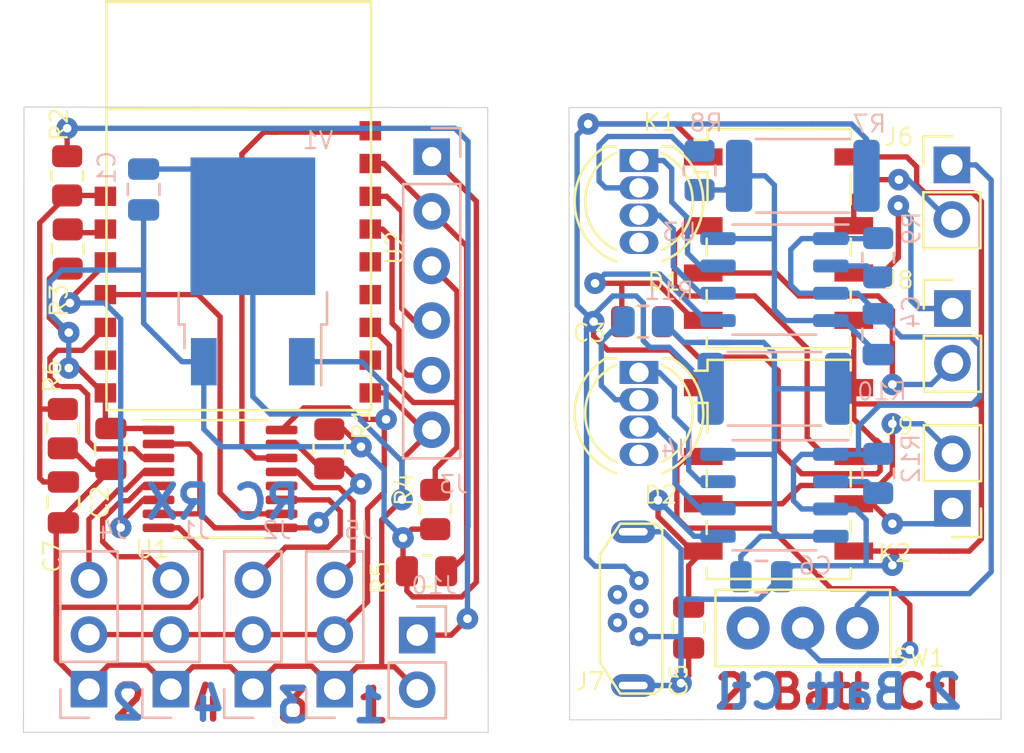
<source format=kicad_pcb>
(kicad_pcb (version 20171130) (host pcbnew "(5.1.7)-1")

  (general
    (thickness 0.8)
    (drawings 35)
    (tracks 549)
    (zones 0)
    (modules 39)
    (nets 42)
  )

  (page A4)
  (layers
    (0 F.Cu signal)
    (31 B.Cu signal)
    (32 B.Adhes user)
    (33 F.Adhes user)
    (34 B.Paste user)
    (35 F.Paste user)
    (36 B.SilkS user)
    (37 F.SilkS user)
    (38 B.Mask user)
    (39 F.Mask user)
    (40 Dwgs.User user)
    (41 Cmts.User user)
    (42 Eco1.User user)
    (43 Eco2.User user)
    (44 Edge.Cuts user)
    (45 Margin user)
    (46 B.CrtYd user)
    (47 F.CrtYd user)
    (48 B.Fab user)
    (49 F.Fab user)
  )

  (setup
    (last_trace_width 0.25)
    (trace_clearance 0.2)
    (zone_clearance 0.508)
    (zone_45_only no)
    (trace_min 0.2)
    (via_size 0.8)
    (via_drill 0.4)
    (via_min_size 0.4)
    (via_min_drill 0.3)
    (uvia_size 0.3)
    (uvia_drill 0.1)
    (uvias_allowed no)
    (uvia_min_size 0.2)
    (uvia_min_drill 0.1)
    (edge_width 0.05)
    (segment_width 0.2)
    (pcb_text_width 0.3)
    (pcb_text_size 1.5 1.5)
    (mod_edge_width 0.12)
    (mod_text_size 1 1)
    (mod_text_width 0.15)
    (pad_size 1.524 1.524)
    (pad_drill 0.762)
    (pad_to_mask_clearance 0)
    (aux_axis_origin 0 0)
    (visible_elements 7FFFFFFF)
    (pcbplotparams
      (layerselection 0x010f0_ffffffff)
      (usegerberextensions false)
      (usegerberattributes true)
      (usegerberadvancedattributes true)
      (creategerberjobfile true)
      (excludeedgelayer false)
      (linewidth 0.100000)
      (plotframeref false)
      (viasonmask false)
      (mode 1)
      (useauxorigin false)
      (hpglpennumber 1)
      (hpglpenspeed 20)
      (hpglpendiameter 15.000000)
      (psnegative false)
      (psa4output false)
      (plotreference true)
      (plotvalue false)
      (plotinvisibletext false)
      (padsonsilk false)
      (subtractmaskfromsilk false)
      (outputformat 1)
      (mirror false)
      (drillshape 0)
      (scaleselection 1)
      (outputdirectory "Gerber/"))
  )

  (net 0 "")
  (net 1 GND)
  (net 2 +3V3)
  (net 3 "Net-(C3-Pad1)")
  (net 4 "Net-(C4-Pad1)")
  (net 5 "Net-(C5-Pad1)")
  (net 6 "Net-(C6-Pad1)")
  (net 7 "Net-(D1-Pad3)")
  (net 8 "Net-(D1-Pad2)")
  (net 9 "Net-(D1-Pad1)")
  (net 10 "Net-(D2-Pad3)")
  (net 11 "Net-(D2-Pad2)")
  (net 12 "Net-(D2-Pad1)")
  (net 13 +BATT)
  (net 14 /Flash)
  (net 15 /RST)
  (net 16 "Net-(J7-Pad1)")
  (net 17 "Net-(K1-Pad2)")
  (net 18 "Net-(K2-Pad2)")
  (net 19 "Net-(R3-Pad2)")
  (net 20 "Net-(R9-Pad1)")
  (net 21 "Net-(R12-Pad1)")
  (net 22 /Tx)
  (net 23 /Rx)
  (net 24 "Net-(R1-Pad2)")
  (net 25 "Net-(U1-Pad3)")
  (net 26 "Net-(U1-Pad14)")
  (net 27 "Net-(U1-Pad10)")
  (net 28 "Net-(U1-Pad6)")
  (net 29 /1+)
  (net 30 /1-)
  (net 31 /2+)
  (net 32 /2-)
  (net 33 GND1)
  (net 34 /CH4)
  (net 35 /CH3)
  (net 36 /CH2)
  (net 37 /CH1)
  (net 38 "Net-(J10-Pad1)")
  (net 39 /O-)
  (net 40 /O+)
  (net 41 "Net-(C7-Pad1)")

  (net_class Default "This is the default net class."
    (clearance 0.2)
    (trace_width 0.25)
    (via_dia 0.8)
    (via_drill 0.4)
    (uvia_dia 0.3)
    (uvia_drill 0.1)
    (add_net +3V3)
    (add_net +BATT)
    (add_net /1+)
    (add_net /1-)
    (add_net /2+)
    (add_net /2-)
    (add_net /CH1)
    (add_net /CH2)
    (add_net /CH3)
    (add_net /CH4)
    (add_net /Flash)
    (add_net /O+)
    (add_net /O-)
    (add_net /RST)
    (add_net /Rx)
    (add_net /Tx)
    (add_net GND)
    (add_net GND1)
    (add_net "Net-(C3-Pad1)")
    (add_net "Net-(C4-Pad1)")
    (add_net "Net-(C5-Pad1)")
    (add_net "Net-(C6-Pad1)")
    (add_net "Net-(C7-Pad1)")
    (add_net "Net-(D1-Pad1)")
    (add_net "Net-(D1-Pad2)")
    (add_net "Net-(D1-Pad3)")
    (add_net "Net-(D2-Pad1)")
    (add_net "Net-(D2-Pad2)")
    (add_net "Net-(D2-Pad3)")
    (add_net "Net-(J10-Pad1)")
    (add_net "Net-(J7-Pad1)")
    (add_net "Net-(K1-Pad2)")
    (add_net "Net-(K2-Pad2)")
    (add_net "Net-(R1-Pad2)")
    (add_net "Net-(R12-Pad1)")
    (add_net "Net-(R3-Pad2)")
    (add_net "Net-(R9-Pad1)")
    (add_net "Net-(U1-Pad10)")
    (add_net "Net-(U1-Pad14)")
    (add_net "Net-(U1-Pad3)")
    (add_net "Net-(U1-Pad6)")
  )

  (module Connector_PinHeader_2.54mm:PinHeader_1x02_P2.54mm_Vertical (layer F.Cu) (tedit 59FED5CC) (tstamp 60BABEE8)
    (at 148.8694 68.9356 180)
    (descr "Through hole straight pin header, 1x02, 2.54mm pitch, single row")
    (tags "Through hole pin header THT 1x02 2.54mm single row")
    (path /60BC2718)
    (fp_text reference J9 (at 2.4892 3.81) (layer F.SilkS)
      (effects (font (size 0.8 0.8) (thickness 0.1)))
    )
    (fp_text value Batt2 (at 2.3368 0.1524 90) (layer F.Fab)
      (effects (font (size 0.8 0.8) (thickness 0.1)))
    )
    (fp_line (start 1.8 -1.8) (end -1.8 -1.8) (layer F.CrtYd) (width 0.05))
    (fp_line (start 1.8 4.35) (end 1.8 -1.8) (layer F.CrtYd) (width 0.05))
    (fp_line (start -1.8 4.35) (end 1.8 4.35) (layer F.CrtYd) (width 0.05))
    (fp_line (start -1.8 -1.8) (end -1.8 4.35) (layer F.CrtYd) (width 0.05))
    (fp_line (start -1.33 -1.33) (end 0 -1.33) (layer F.SilkS) (width 0.12))
    (fp_line (start -1.33 0) (end -1.33 -1.33) (layer F.SilkS) (width 0.12))
    (fp_line (start -1.33 1.27) (end 1.33 1.27) (layer F.SilkS) (width 0.12))
    (fp_line (start 1.33 1.27) (end 1.33 3.87) (layer F.SilkS) (width 0.12))
    (fp_line (start -1.33 1.27) (end -1.33 3.87) (layer F.SilkS) (width 0.12))
    (fp_line (start -1.33 3.87) (end 1.33 3.87) (layer F.SilkS) (width 0.12))
    (fp_line (start -1.27 -0.635) (end -0.635 -1.27) (layer F.Fab) (width 0.1))
    (fp_line (start -1.27 3.81) (end -1.27 -0.635) (layer F.Fab) (width 0.1))
    (fp_line (start 1.27 3.81) (end -1.27 3.81) (layer F.Fab) (width 0.1))
    (fp_line (start 1.27 -1.27) (end 1.27 3.81) (layer F.Fab) (width 0.1))
    (fp_line (start -0.635 -1.27) (end 1.27 -1.27) (layer F.Fab) (width 0.1))
    (fp_text user %R (at 0 1.27 90) (layer F.Fab)
      (effects (font (size 1 1) (thickness 0.15)))
    )
    (pad 2 thru_hole oval (at 0 2.54 180) (size 1.7 1.7) (drill 1) (layers *.Cu *.Mask)
      (net 31 /2+))
    (pad 1 thru_hole rect (at 0 0 180) (size 1.7 1.7) (drill 1) (layers *.Cu *.Mask)
      (net 32 /2-))
    (model ${KISYS3DMOD}/Connector_PinHeader_2.54mm.3dshapes/PinHeader_1x02_P2.54mm_Vertical.wrl
      (at (xyz 0 0 0))
      (scale (xyz 1 1 1))
      (rotate (xyz 0 0 0))
    )
  )

  (module Connector_PinHeader_2.54mm:PinHeader_1x02_P2.54mm_Vertical (layer F.Cu) (tedit 59FED5CC) (tstamp 60BABEA8)
    (at 148.844 52.959)
    (descr "Through hole straight pin header, 1x02, 2.54mm pitch, single row")
    (tags "Through hole pin header THT 1x02 2.54mm single row")
    (path /60BD3CB0)
    (fp_text reference J6 (at -2.4638 -1.2954) (layer F.SilkS)
      (effects (font (size 0.8 0.8) (thickness 0.1)))
    )
    (fp_text value "O/P 7V4" (at -2.3114 1.905 90) (layer F.Fab)
      (effects (font (size 0.8 0.8) (thickness 0.1)))
    )
    (fp_line (start 1.8 -1.8) (end -1.8 -1.8) (layer F.CrtYd) (width 0.05))
    (fp_line (start 1.8 4.35) (end 1.8 -1.8) (layer F.CrtYd) (width 0.05))
    (fp_line (start -1.8 4.35) (end 1.8 4.35) (layer F.CrtYd) (width 0.05))
    (fp_line (start -1.8 -1.8) (end -1.8 4.35) (layer F.CrtYd) (width 0.05))
    (fp_line (start -1.33 -1.33) (end 0 -1.33) (layer F.SilkS) (width 0.12))
    (fp_line (start -1.33 0) (end -1.33 -1.33) (layer F.SilkS) (width 0.12))
    (fp_line (start -1.33 1.27) (end 1.33 1.27) (layer F.SilkS) (width 0.12))
    (fp_line (start 1.33 1.27) (end 1.33 3.87) (layer F.SilkS) (width 0.12))
    (fp_line (start -1.33 1.27) (end -1.33 3.87) (layer F.SilkS) (width 0.12))
    (fp_line (start -1.33 3.87) (end 1.33 3.87) (layer F.SilkS) (width 0.12))
    (fp_line (start -1.27 -0.635) (end -0.635 -1.27) (layer F.Fab) (width 0.1))
    (fp_line (start -1.27 3.81) (end -1.27 -0.635) (layer F.Fab) (width 0.1))
    (fp_line (start 1.27 3.81) (end -1.27 3.81) (layer F.Fab) (width 0.1))
    (fp_line (start 1.27 -1.27) (end 1.27 3.81) (layer F.Fab) (width 0.1))
    (fp_line (start -0.635 -1.27) (end 1.27 -1.27) (layer F.Fab) (width 0.1))
    (fp_text user %R (at 0 1.27 90) (layer F.Fab)
      (effects (font (size 1 1) (thickness 0.15)))
    )
    (pad 2 thru_hole oval (at 0 2.54) (size 1.7 1.7) (drill 1) (layers *.Cu *.Mask)
      (net 39 /O-))
    (pad 1 thru_hole rect (at 0 0) (size 1.7 1.7) (drill 1) (layers *.Cu *.Mask)
      (net 40 /O+))
    (model ${KISYS3DMOD}/Connector_PinHeader_2.54mm.3dshapes/PinHeader_1x02_P2.54mm_Vertical.wrl
      (at (xyz 0 0 0))
      (scale (xyz 1 1 1))
      (rotate (xyz 0 0 0))
    )
  )

  (module Connector_PinHeader_2.54mm:PinHeader_1x02_P2.54mm_Vertical (layer B.Cu) (tedit 59FED5CC) (tstamp 60C0228A)
    (at 123.9774 74.8284 180)
    (descr "Through hole straight pin header, 1x02, 2.54mm pitch, single row")
    (tags "Through hole pin header THT 1x02 2.54mm single row")
    (path /60C0DD9A)
    (fp_text reference J10 (at -0.7874 2.3114) (layer B.SilkS)
      (effects (font (size 0.8 0.8) (thickness 0.1)) (justify mirror))
    )
    (fp_text value VBatt (at 1.2192 3.4798 90) (layer B.Fab)
      (effects (font (size 0.8 0.8) (thickness 0.1)) (justify mirror))
    )
    (fp_line (start 1.8 1.8) (end -1.8 1.8) (layer B.CrtYd) (width 0.05))
    (fp_line (start 1.8 -4.35) (end 1.8 1.8) (layer B.CrtYd) (width 0.05))
    (fp_line (start -1.8 -4.35) (end 1.8 -4.35) (layer B.CrtYd) (width 0.05))
    (fp_line (start -1.8 1.8) (end -1.8 -4.35) (layer B.CrtYd) (width 0.05))
    (fp_line (start -1.33 1.33) (end 0 1.33) (layer B.SilkS) (width 0.12))
    (fp_line (start -1.33 0) (end -1.33 1.33) (layer B.SilkS) (width 0.12))
    (fp_line (start -1.33 -1.27) (end 1.33 -1.27) (layer B.SilkS) (width 0.12))
    (fp_line (start 1.33 -1.27) (end 1.33 -3.87) (layer B.SilkS) (width 0.12))
    (fp_line (start -1.33 -1.27) (end -1.33 -3.87) (layer B.SilkS) (width 0.12))
    (fp_line (start -1.33 -3.87) (end 1.33 -3.87) (layer B.SilkS) (width 0.12))
    (fp_line (start -1.27 0.635) (end -0.635 1.27) (layer B.Fab) (width 0.1))
    (fp_line (start -1.27 -3.81) (end -1.27 0.635) (layer B.Fab) (width 0.1))
    (fp_line (start 1.27 -3.81) (end -1.27 -3.81) (layer B.Fab) (width 0.1))
    (fp_line (start 1.27 1.27) (end 1.27 -3.81) (layer B.Fab) (width 0.1))
    (fp_line (start -0.635 1.27) (end 1.27 1.27) (layer B.Fab) (width 0.1))
    (fp_text user %R (at 0 -1.27 270) (layer B.Fab)
      (effects (font (size 1 1) (thickness 0.15)) (justify mirror))
    )
    (pad 1 thru_hole rect (at 0 0 180) (size 1.7 1.7) (drill 1) (layers *.Cu *.Mask)
      (net 38 "Net-(J10-Pad1)"))
    (pad 2 thru_hole oval (at 0 -2.54 180) (size 1.7 1.7) (drill 1) (layers *.Cu *.Mask)
      (net 1 GND))
    (model ${KISYS3DMOD}/Connector_PinHeader_2.54mm.3dshapes/PinHeader_1x02_P2.54mm_Vertical.wrl
      (at (xyz 0 0 0))
      (scale (xyz 1 1 1))
      (rotate (xyz 0 0 0))
    )
  )

  (module TrevM:Switch_spst_pcb (layer F.Cu) (tedit 60BE87A2) (tstamp 60BEE3E8)
    (at 141.9098 74.4982)
    (path /60E53A08)
    (fp_text reference SW1 (at 5.4102 1.397) (layer F.SilkS)
      (effects (font (size 0.8 0.8) (thickness 0.1)))
    )
    (fp_text value On/Off (at 1.5494 2.5908) (layer F.Fab)
      (effects (font (size 0.8 0.8) (thickness 0.1)))
    )
    (fp_line (start 4.064 -1.778) (end -4.064 -1.778) (layer F.SilkS) (width 0.12))
    (fp_line (start -4.064 -1.778) (end -4.064 1.778) (layer F.SilkS) (width 0.12))
    (fp_line (start -4.064 1.778) (end 4.064 1.778) (layer F.SilkS) (width 0.12))
    (fp_line (start 4.064 1.778) (end 4.064 -1.778) (layer F.SilkS) (width 0.12))
    (pad 3 thru_hole circle (at -2.54 0) (size 2 2) (drill 1) (layers *.Cu *.Mask))
    (pad 2 thru_hole circle (at 0 0) (size 2 2) (drill 1) (layers *.Cu *.Mask)
      (net 18 "Net-(K2-Pad2)"))
    (pad 1 thru_hole circle (at 2.54 0) (size 2 2) (drill 1) (layers *.Cu *.Mask)
      (net 40 /O+))
    (model E:/Projects/FreeCAD/Switch_spdt_pcb.step
      (at (xyz 0 0 0))
      (scale (xyz 1 1 1))
      (rotate (xyz 0 0 0))
    )
  )

  (module Capacitor_SMD:C_0805_2012Metric (layer B.Cu) (tedit 5F68FEEE) (tstamp 60BABDF3)
    (at 139.9794 72.1106)
    (descr "Capacitor SMD 0805 (2012 Metric), square (rectangular) end terminal, IPC_7351 nominal, (Body size source: IPC-SM-782 page 76, https://www.pcb-3d.com/wordpress/wp-content/uploads/ipc-sm-782a_amendment_1_and_2.pdf, https://docs.google.com/spreadsheets/d/1BsfQQcO9C6DZCsRaXUlFlo91Tg2WpOkGARC1WS5S8t0/edit?usp=sharing), generated with kicad-footprint-generator")
    (tags capacitor)
    (path /60F81A7B)
    (attr smd)
    (fp_text reference C6 (at 2.5146 -0.508) (layer B.SilkS)
      (effects (font (size 0.8 0.8) (thickness 0.1)) (justify mirror))
    )
    (fp_text value 10u (at 2.8194 0.4572) (layer B.Fab)
      (effects (font (size 0.8 0.8) (thickness 0.1)) (justify mirror))
    )
    (fp_line (start 1.7 -0.98) (end -1.7 -0.98) (layer B.CrtYd) (width 0.05))
    (fp_line (start 1.7 0.98) (end 1.7 -0.98) (layer B.CrtYd) (width 0.05))
    (fp_line (start -1.7 0.98) (end 1.7 0.98) (layer B.CrtYd) (width 0.05))
    (fp_line (start -1.7 -0.98) (end -1.7 0.98) (layer B.CrtYd) (width 0.05))
    (fp_line (start -0.261252 -0.735) (end 0.261252 -0.735) (layer B.SilkS) (width 0.12))
    (fp_line (start -0.261252 0.735) (end 0.261252 0.735) (layer B.SilkS) (width 0.12))
    (fp_line (start 1 -0.625) (end -1 -0.625) (layer B.Fab) (width 0.1))
    (fp_line (start 1 0.625) (end 1 -0.625) (layer B.Fab) (width 0.1))
    (fp_line (start -1 0.625) (end 1 0.625) (layer B.Fab) (width 0.1))
    (fp_line (start -1 -0.625) (end -1 0.625) (layer B.Fab) (width 0.1))
    (fp_text user %R (at 2.5146 -0.508) (layer B.Fab)
      (effects (font (size 0.8 0.8) (thickness 0.1)) (justify mirror))
    )
    (pad 2 smd roundrect (at 0.95 0) (size 1 1.45) (layers B.Cu B.Paste B.Mask) (roundrect_rratio 0.25)
      (net 33 GND1))
    (pad 1 smd roundrect (at -0.95 0) (size 1 1.45) (layers B.Cu B.Paste B.Mask) (roundrect_rratio 0.25)
      (net 6 "Net-(C6-Pad1)"))
    (model ${KISYS3DMOD}/Capacitor_SMD.3dshapes/C_0805_2012Metric.wrl
      (at (xyz 0 0 0))
      (scale (xyz 1 1 1))
      (rotate (xyz 0 0 0))
    )
  )

  (module TrevM:USB_micro_vertical (layer F.Cu) (tedit 60BE71C2) (tstamp 60BD9602)
    (at 133.9215 73.5965 270)
    (path /60DABD0A)
    (fp_text reference J7 (at 3.3909 1.9177 180) (layer F.SilkS)
      (effects (font (size 0.8 0.8) (thickness 0.1)))
    )
    (fp_text value USB (at 0.2159 2.0955 90) (layer F.Fab)
      (effects (font (size 0.8 0.8) (thickness 0.1)))
    )
    (fp_line (start 3.95 0.5) (end 2.5 1.45) (layer F.SilkS) (width 0.12))
    (fp_line (start -3.95 0.5) (end -3.95 -1.15) (layer F.SilkS) (width 0.12))
    (fp_line (start -3.95 0.5) (end -2.5 1.45) (layer F.SilkS) (width 0.12))
    (fp_line (start -3.95 -1.15) (end -3.65 -1.45) (layer F.SilkS) (width 0.12))
    (fp_line (start 3.65 -1.45) (end 3.95 -1.15) (layer F.SilkS) (width 0.12))
    (fp_line (start 3.95 -1.15) (end 3.95 0.5) (layer F.SilkS) (width 0.12))
    (fp_line (start 3.15 -1.45) (end 3.65 -1.45) (layer F.SilkS) (width 0.12))
    (fp_line (start -3 -1.45) (end -3.65 -1.45) (layer F.SilkS) (width 0.12))
    (fp_line (start -3 -1.45) (end 3.2 -1.45) (layer F.SilkS) (width 0.12))
    (fp_line (start -2.55 1.45) (end 2.55 1.45) (layer F.SilkS) (width 0.12))
    (pad 4 thru_hole circle (at 0.65 0.63 270) (size 0.9 0.9) (drill 0.4) (layers *.Cu *.Mask))
    (pad 2 thru_hole circle (at -0.65 0.63 270) (size 0.9 0.9) (drill 0.4) (layers *.Cu *.Mask))
    (pad 5 thru_hole circle (at 1.3 -0.37 270) (size 0.9 0.9) (drill 0.4) (layers *.Cu *.Mask)
      (net 33 GND1))
    (pad 1 thru_hole circle (at -1.3 -0.37 270) (size 0.9 0.9) (drill 0.4) (layers *.Cu *.Mask)
      (net 16 "Net-(J7-Pad1)"))
    (pad 3 thru_hole circle (at 0 -0.37 270) (size 0.9 0.9) (drill 0.4) (layers *.Cu *.Mask))
    (pad 6 thru_hole oval (at 3.575 -0.1 270) (size 1.05 2.05) (drill oval 0.35 1.35) (layers *.Cu *.Mask)
      (net 33 GND1))
    (pad 6 thru_hole oval (at -3.575 -0.1 270) (size 1.05 2.05) (drill oval 0.35 1.35) (layers *.Cu *.Mask)
      (net 33 GND1))
    (model E:/Projects/FreeCAD/USB_Vertical.step
      (at (xyz 0 0 0))
      (scale (xyz 1 1 1))
      (rotate (xyz 0 0 0))
    )
  )

  (module LED_THT:LED_D5.0mm-4_RGB (layer F.Cu) (tedit 5B74EEBE) (tstamp 60BABE1F)
    (at 134.2898 62.611 270)
    (descr "LED, diameter 5.0mm, 2 pins, diameter 5.0mm, 3 pins, diameter 5.0mm, 4 pins, http://www.kingbright.com/attachments/file/psearch/000/00/00/L-154A4SUREQBFZGEW(Ver.9A).pdf")
    (tags "LED diameter 5.0mm 2 pins diameter 5.0mm 3 pins diameter 5.0mm 4 pins RGB RGBLED")
    (path /60C0D4EB)
    (fp_text reference D2 (at 5.6896 -1.016 180) (layer F.SilkS)
      (effects (font (size 0.8 0.8) (thickness 0.1)))
    )
    (fp_text value Chg2 (at 5.6896 1.778 180) (layer F.Fab)
      (effects (font (size 0.8 0.8) (thickness 0.1)))
    )
    (fp_line (start 5.15 -3.25) (end -1.35 -3.25) (layer F.CrtYd) (width 0.05))
    (fp_line (start 5.15 3.25) (end 5.15 -3.25) (layer F.CrtYd) (width 0.05))
    (fp_line (start -1.35 3.25) (end 5.15 3.25) (layer F.CrtYd) (width 0.05))
    (fp_line (start -1.35 -3.25) (end -1.35 3.25) (layer F.CrtYd) (width 0.05))
    (fp_line (start -0.655 1.08) (end -0.655 1.545) (layer F.SilkS) (width 0.12))
    (fp_line (start -0.655 -1.545) (end -0.655 -1.08) (layer F.SilkS) (width 0.12))
    (fp_line (start -0.595 -1.469694) (end -0.595 1.469694) (layer F.Fab) (width 0.1))
    (fp_circle (center 1.905 0) (end 4.405 0) (layer F.Fab) (width 0.1))
    (fp_text user %R (at 5.6896 -1.0414 180) (layer F.Fab)
      (effects (font (size 0.8 0.8) (thickness 0.1)))
    )
    (fp_arc (start 1.905 0) (end -0.349684 1.08) (angle -128.8) (layer F.SilkS) (width 0.12))
    (fp_arc (start 1.905 0) (end -0.349684 -1.08) (angle 128.8) (layer F.SilkS) (width 0.12))
    (fp_arc (start 1.905 0) (end -0.655 1.54483) (angle -127.7) (layer F.SilkS) (width 0.12))
    (fp_arc (start 1.905 0) (end -0.655 -1.54483) (angle 127.7) (layer F.SilkS) (width 0.12))
    (fp_arc (start 1.905 0) (end -0.595 -1.469694) (angle 299.1) (layer F.Fab) (width 0.1))
    (pad 4 thru_hole oval (at 3.81 0 270) (size 1.07 1.8) (drill 0.9) (layers *.Cu *.Mask))
    (pad 3 thru_hole oval (at 2.54 0 270) (size 1.07 1.8) (drill 0.9) (layers *.Cu *.Mask)
      (net 10 "Net-(D2-Pad3)"))
    (pad 2 thru_hole oval (at 1.27 0 270) (size 1.07 1.8) (drill 0.9) (layers *.Cu *.Mask)
      (net 11 "Net-(D2-Pad2)"))
    (pad 1 thru_hole rect (at 0 0 270) (size 1.07 1.8) (drill 0.9) (layers *.Cu *.Mask)
      (net 12 "Net-(D2-Pad1)"))
    (model ${KISYS3DMOD}/LED_THT.3dshapes/LED_D5.0mm-4_RGB.wrl
      (at (xyz 0 0 0))
      (scale (xyz 1 1 1))
      (rotate (xyz 0 0 0))
    )
  )

  (module Package_SO:SOP-8_3.9x4.9mm_P1.27mm (layer B.Cu) (tedit 5D9F72B1) (tstamp 60BAC073)
    (at 140.589 58.293 180)
    (descr "SOP, 8 Pin (http://www.macronix.com/Lists/Datasheet/Attachments/7534/MX25R3235F,%20Wide%20Range,%2032Mb,%20v1.6.pdf#page=79), generated with kicad-footprint-generator ipc_gullwing_generator.py")
    (tags "SOP SO")
    (path /60C09066)
    (attr smd)
    (fp_text reference U3 (at 4.4196 2.2098) (layer B.SilkS)
      (effects (font (size 0.8 0.8) (thickness 0.1)) (justify mirror))
    )
    (fp_text value TP4056 (at 5.9436 0.4572) (layer B.Fab)
      (effects (font (size 0.8 0.8) (thickness 0.1)) (justify mirror))
    )
    (fp_line (start 3.7 2.7) (end -3.7 2.7) (layer B.CrtYd) (width 0.05))
    (fp_line (start 3.7 -2.7) (end 3.7 2.7) (layer B.CrtYd) (width 0.05))
    (fp_line (start -3.7 -2.7) (end 3.7 -2.7) (layer B.CrtYd) (width 0.05))
    (fp_line (start -3.7 2.7) (end -3.7 -2.7) (layer B.CrtYd) (width 0.05))
    (fp_line (start -1.95 1.475) (end -0.975 2.45) (layer B.Fab) (width 0.1))
    (fp_line (start -1.95 -2.45) (end -1.95 1.475) (layer B.Fab) (width 0.1))
    (fp_line (start 1.95 -2.45) (end -1.95 -2.45) (layer B.Fab) (width 0.1))
    (fp_line (start 1.95 2.45) (end 1.95 -2.45) (layer B.Fab) (width 0.1))
    (fp_line (start -0.975 2.45) (end 1.95 2.45) (layer B.Fab) (width 0.1))
    (fp_line (start 0 2.56) (end -3.45 2.56) (layer B.SilkS) (width 0.12))
    (fp_line (start 0 2.56) (end 1.95 2.56) (layer B.SilkS) (width 0.12))
    (fp_line (start 0 -2.56) (end -1.95 -2.56) (layer B.SilkS) (width 0.12))
    (fp_line (start 0 -2.56) (end 1.95 -2.56) (layer B.SilkS) (width 0.12))
    (fp_text user %R (at 4.4196 2.2098) (layer B.Fab)
      (effects (font (size 0.8 0.8) (thickness 0.1)) (justify mirror))
    )
    (pad 8 smd roundrect (at 2.625 1.905 180) (size 1.65 0.6) (layers B.Cu B.Paste B.Mask) (roundrect_rratio 0.25)
      (net 4 "Net-(C4-Pad1)"))
    (pad 7 smd roundrect (at 2.625 0.635 180) (size 1.65 0.6) (layers B.Cu B.Paste B.Mask) (roundrect_rratio 0.25)
      (net 9 "Net-(D1-Pad1)"))
    (pad 6 smd roundrect (at 2.625 -0.635 180) (size 1.65 0.6) (layers B.Cu B.Paste B.Mask) (roundrect_rratio 0.25)
      (net 7 "Net-(D1-Pad3)"))
    (pad 5 smd roundrect (at 2.625 -1.905 180) (size 1.65 0.6) (layers B.Cu B.Paste B.Mask) (roundrect_rratio 0.25)
      (net 3 "Net-(C3-Pad1)"))
    (pad 4 smd roundrect (at -2.625 -1.905 180) (size 1.65 0.6) (layers B.Cu B.Paste B.Mask) (roundrect_rratio 0.25)
      (net 4 "Net-(C4-Pad1)"))
    (pad 3 smd roundrect (at -2.625 -0.635 180) (size 1.65 0.6) (layers B.Cu B.Paste B.Mask) (roundrect_rratio 0.25)
      (net 33 GND1))
    (pad 2 smd roundrect (at -2.625 0.635 180) (size 1.65 0.6) (layers B.Cu B.Paste B.Mask) (roundrect_rratio 0.25)
      (net 20 "Net-(R9-Pad1)"))
    (pad 1 smd roundrect (at -2.625 1.905 180) (size 1.65 0.6) (layers B.Cu B.Paste B.Mask) (roundrect_rratio 0.25)
      (net 33 GND1))
    (model ${KISYS3DMOD}/Package_SO.3dshapes/SOP-8_3.9x4.9mm_P1.27mm.wrl
      (at (xyz 0 0 0))
      (scale (xyz 1 1 1))
      (rotate (xyz 0 0 0))
    )
  )

  (module Resistor_SMD:R_0805_2012Metric (layer F.Cu) (tedit 5F68FEEE) (tstamp 60BB5F88)
    (at 124.8156 68.9864 90)
    (descr "Resistor SMD 0805 (2012 Metric), square (rectangular) end terminal, IPC_7351 nominal, (Body size source: IPC-SM-782 page 72, https://www.pcb-3d.com/wordpress/wp-content/uploads/ipc-sm-782a_amendment_1_and_2.pdf), generated with kicad-footprint-generator")
    (tags resistor)
    (path /60B5E569)
    (attr smd)
    (fp_text reference R4 (at 0.9398 -1.4478 90) (layer F.SilkS)
      (effects (font (size 0.8 0.8) (thickness 0.1)))
    )
    (fp_text value 10K (at 0.6096 1.6002 90) (layer F.Fab)
      (effects (font (size 0.8 0.8) (thickness 0.1)))
    )
    (fp_line (start 1.68 0.95) (end -1.68 0.95) (layer F.CrtYd) (width 0.05))
    (fp_line (start 1.68 -0.95) (end 1.68 0.95) (layer F.CrtYd) (width 0.05))
    (fp_line (start -1.68 -0.95) (end 1.68 -0.95) (layer F.CrtYd) (width 0.05))
    (fp_line (start -1.68 0.95) (end -1.68 -0.95) (layer F.CrtYd) (width 0.05))
    (fp_line (start -0.227064 0.735) (end 0.227064 0.735) (layer F.SilkS) (width 0.12))
    (fp_line (start -0.227064 -0.735) (end 0.227064 -0.735) (layer F.SilkS) (width 0.12))
    (fp_line (start 1 0.625) (end -1 0.625) (layer F.Fab) (width 0.1))
    (fp_line (start 1 -0.625) (end 1 0.625) (layer F.Fab) (width 0.1))
    (fp_line (start -1 -0.625) (end 1 -0.625) (layer F.Fab) (width 0.1))
    (fp_line (start -1 0.625) (end -1 -0.625) (layer F.Fab) (width 0.1))
    (fp_text user %R (at 0 0 90) (layer F.Fab)
      (effects (font (size 0.5 0.5) (thickness 0.08)))
    )
    (pad 2 smd roundrect (at 0.9125 0 90) (size 1.025 1.4) (layers F.Cu F.Paste F.Mask) (roundrect_rratio 0.2439014634146341)
      (net 14 /Flash))
    (pad 1 smd roundrect (at -0.9125 0 90) (size 1.025 1.4) (layers F.Cu F.Paste F.Mask) (roundrect_rratio 0.2439014634146341)
      (net 2 +3V3))
    (model ${KISYS3DMOD}/Resistor_SMD.3dshapes/R_0805_2012Metric.wrl
      (at (xyz 0 0 0))
      (scale (xyz 1 1 1))
      (rotate (xyz 0 0 0))
    )
  )

  (module Connector_PinHeader_2.54mm:PinHeader_1x03_P2.54mm_Vertical (layer B.Cu) (tedit 59FED5CC) (tstamp 60BB5FBE)
    (at 120.142 77.343)
    (descr "Through hole straight pin header, 1x03, 2.54mm pitch, single row")
    (tags "Through hole pin header THT 1x03 2.54mm single row")
    (path /60BF7B7E)
    (fp_text reference J5 (at 1.1176 -7.3914) (layer B.SilkS)
      (effects (font (size 0.8 0.8) (thickness 0.1)) (justify mirror))
    )
    (fp_text value "Aile CH1" (at -1.2192 -9.2964 90) (layer B.Fab)
      (effects (font (size 0.8 0.8) (thickness 0.1)) (justify mirror))
    )
    (fp_line (start 1.8 1.8) (end -1.8 1.8) (layer B.CrtYd) (width 0.05))
    (fp_line (start 1.8 -6.85) (end 1.8 1.8) (layer B.CrtYd) (width 0.05))
    (fp_line (start -1.8 -6.85) (end 1.8 -6.85) (layer B.CrtYd) (width 0.05))
    (fp_line (start -1.8 1.8) (end -1.8 -6.85) (layer B.CrtYd) (width 0.05))
    (fp_line (start -1.33 1.33) (end 0 1.33) (layer B.SilkS) (width 0.12))
    (fp_line (start -1.33 0) (end -1.33 1.33) (layer B.SilkS) (width 0.12))
    (fp_line (start -1.33 -1.27) (end 1.33 -1.27) (layer B.SilkS) (width 0.12))
    (fp_line (start 1.33 -1.27) (end 1.33 -6.41) (layer B.SilkS) (width 0.12))
    (fp_line (start -1.33 -1.27) (end -1.33 -6.41) (layer B.SilkS) (width 0.12))
    (fp_line (start -1.33 -6.41) (end 1.33 -6.41) (layer B.SilkS) (width 0.12))
    (fp_line (start -1.27 0.635) (end -0.635 1.27) (layer B.Fab) (width 0.1))
    (fp_line (start -1.27 -6.35) (end -1.27 0.635) (layer B.Fab) (width 0.1))
    (fp_line (start 1.27 -6.35) (end -1.27 -6.35) (layer B.Fab) (width 0.1))
    (fp_line (start 1.27 1.27) (end 1.27 -6.35) (layer B.Fab) (width 0.1))
    (fp_line (start -0.635 1.27) (end 1.27 1.27) (layer B.Fab) (width 0.1))
    (fp_text user %R (at 0 -2.54 270) (layer B.Fab)
      (effects (font (size 1 1) (thickness 0.15)) (justify mirror))
    )
    (pad 3 thru_hole oval (at 0 -5.08) (size 1.7 1.7) (drill 1) (layers *.Cu *.Mask)
      (net 37 /CH1))
    (pad 2 thru_hole oval (at 0 -2.54) (size 1.7 1.7) (drill 1) (layers *.Cu *.Mask)
      (net 13 +BATT))
    (pad 1 thru_hole rect (at 0 0) (size 1.7 1.7) (drill 1) (layers *.Cu *.Mask)
      (net 1 GND))
    (model ${KISYS3DMOD}/Connector_PinHeader_2.54mm.3dshapes/PinHeader_1x03_P2.54mm_Vertical.wrl
      (at (xyz 0 0 0))
      (scale (xyz 1 1 1))
      (rotate (xyz 0 0 0))
    )
  )

  (module Resistor_SMD:R_0805_2012Metric (layer F.Cu) (tedit 5F68FEEE) (tstamp 60BB5F58)
    (at 124.4092 71.8566)
    (descr "Resistor SMD 0805 (2012 Metric), square (rectangular) end terminal, IPC_7351 nominal, (Body size source: IPC-SM-782 page 72, https://www.pcb-3d.com/wordpress/wp-content/uploads/ipc-sm-782a_amendment_1_and_2.pdf), generated with kicad-footprint-generator")
    (tags resistor)
    (path /60B5ECCC)
    (attr smd)
    (fp_text reference R5 (at -2.159 0.3048 90) (layer F.SilkS)
      (effects (font (size 0.8 0.8) (thickness 0.1)))
    )
    (fp_text value 10K (at 2.286 0 90) (layer F.Fab)
      (effects (font (size 0.8 0.8) (thickness 0.1)))
    )
    (fp_line (start 1.68 0.95) (end -1.68 0.95) (layer F.CrtYd) (width 0.05))
    (fp_line (start 1.68 -0.95) (end 1.68 0.95) (layer F.CrtYd) (width 0.05))
    (fp_line (start -1.68 -0.95) (end 1.68 -0.95) (layer F.CrtYd) (width 0.05))
    (fp_line (start -1.68 0.95) (end -1.68 -0.95) (layer F.CrtYd) (width 0.05))
    (fp_line (start -0.227064 0.735) (end 0.227064 0.735) (layer F.SilkS) (width 0.12))
    (fp_line (start -0.227064 -0.735) (end 0.227064 -0.735) (layer F.SilkS) (width 0.12))
    (fp_line (start 1 0.625) (end -1 0.625) (layer F.Fab) (width 0.1))
    (fp_line (start 1 -0.625) (end 1 0.625) (layer F.Fab) (width 0.1))
    (fp_line (start -1 -0.625) (end 1 -0.625) (layer F.Fab) (width 0.1))
    (fp_line (start -1 0.625) (end -1 -0.625) (layer F.Fab) (width 0.1))
    (fp_text user %R (at 0 0) (layer F.Fab)
      (effects (font (size 0.5 0.5) (thickness 0.08)))
    )
    (pad 2 smd roundrect (at 0.9125 0) (size 1.025 1.4) (layers F.Cu F.Paste F.Mask) (roundrect_rratio 0.2439014634146341)
      (net 15 /RST))
    (pad 1 smd roundrect (at -0.9125 0) (size 1.025 1.4) (layers F.Cu F.Paste F.Mask) (roundrect_rratio 0.2439014634146341)
      (net 2 +3V3))
    (model ${KISYS3DMOD}/Resistor_SMD.3dshapes/R_0805_2012Metric.wrl
      (at (xyz 0 0 0))
      (scale (xyz 1 1 1))
      (rotate (xyz 0 0 0))
    )
  )

  (module Package_TO_SOT_SMD:TO-252-2 (layer B.Cu) (tedit 5A70A390) (tstamp 60BB5F02)
    (at 116.332 57.912 90)
    (descr "TO-252 / DPAK SMD package, http://www.infineon.com/cms/en/product/packages/PG-TO252/PG-TO252-3-1/")
    (tags "DPAK TO-252 DPAK-3 TO-252-3 SOT-428")
    (path /60B9A3AA)
    (attr smd)
    (fp_text reference V1 (at 6.096 3.0226 180) (layer B.SilkS)
      (effects (font (size 0.8 0.8) (thickness 0.1)) (justify mirror))
    )
    (fp_text value BA033 (at 6.0452 -1.6764 180) (layer B.Fab)
      (effects (font (size 0.8 0.8) (thickness 0.1)) (justify mirror))
    )
    (fp_line (start 5.55 3.5) (end -5.55 3.5) (layer B.CrtYd) (width 0.05))
    (fp_line (start 5.55 -3.5) (end 5.55 3.5) (layer B.CrtYd) (width 0.05))
    (fp_line (start -5.55 -3.5) (end 5.55 -3.5) (layer B.CrtYd) (width 0.05))
    (fp_line (start -5.55 3.5) (end -5.55 -3.5) (layer B.CrtYd) (width 0.05))
    (fp_line (start -2.47 -3.18) (end -3.57 -3.18) (layer B.SilkS) (width 0.12))
    (fp_line (start -2.47 -3.45) (end -2.47 -3.18) (layer B.SilkS) (width 0.12))
    (fp_line (start -0.97 -3.45) (end -2.47 -3.45) (layer B.SilkS) (width 0.12))
    (fp_line (start -2.47 3.18) (end -5.3 3.18) (layer B.SilkS) (width 0.12))
    (fp_line (start -2.47 3.45) (end -2.47 3.18) (layer B.SilkS) (width 0.12))
    (fp_line (start -0.97 3.45) (end -2.47 3.45) (layer B.SilkS) (width 0.12))
    (fp_line (start -4.97 -2.655) (end -2.27 -2.655) (layer B.Fab) (width 0.1))
    (fp_line (start -4.97 -1.905) (end -4.97 -2.655) (layer B.Fab) (width 0.1))
    (fp_line (start -2.27 -1.905) (end -4.97 -1.905) (layer B.Fab) (width 0.1))
    (fp_line (start -4.97 1.905) (end -2.27 1.905) (layer B.Fab) (width 0.1))
    (fp_line (start -4.97 2.655) (end -4.97 1.905) (layer B.Fab) (width 0.1))
    (fp_line (start -1.865 2.655) (end -4.97 2.655) (layer B.Fab) (width 0.1))
    (fp_line (start -1.27 3.25) (end 3.95 3.25) (layer B.Fab) (width 0.1))
    (fp_line (start -2.27 2.25) (end -1.27 3.25) (layer B.Fab) (width 0.1))
    (fp_line (start -2.27 -3.25) (end -2.27 2.25) (layer B.Fab) (width 0.1))
    (fp_line (start 3.95 -3.25) (end -2.27 -3.25) (layer B.Fab) (width 0.1))
    (fp_line (start 3.95 3.25) (end 3.95 -3.25) (layer B.Fab) (width 0.1))
    (fp_line (start 4.95 -2.7) (end 3.95 -2.7) (layer B.Fab) (width 0.1))
    (fp_line (start 4.95 2.7) (end 4.95 -2.7) (layer B.Fab) (width 0.1))
    (fp_line (start 3.95 2.7) (end 4.95 2.7) (layer B.Fab) (width 0.1))
    (fp_text user %R (at 0 0 90) (layer B.Fab)
      (effects (font (size 1 1) (thickness 0.15)) (justify mirror))
    )
    (pad "" smd rect (at 0.425 -1.525 90) (size 3.05 2.75) (layers B.Paste))
    (pad "" smd rect (at 3.775 1.525 90) (size 3.05 2.75) (layers B.Paste))
    (pad "" smd rect (at 0.425 1.525 90) (size 3.05 2.75) (layers B.Paste))
    (pad "" smd rect (at 3.775 -1.525 90) (size 3.05 2.75) (layers B.Paste))
    (pad 2 smd rect (at 2.1 0 90) (size 6.4 5.8) (layers B.Cu B.Mask)
      (net 1 GND))
    (pad 3 smd rect (at -4.2 -2.28 90) (size 2.2 1.2) (layers B.Cu B.Paste B.Mask)
      (net 2 +3V3))
    (pad 1 smd rect (at -4.2 2.28 90) (size 2.2 1.2) (layers B.Cu B.Paste B.Mask)
      (net 13 +BATT))
    (model ${KISYS3DMOD}/Package_TO_SOT_SMD.3dshapes/TO-252-2.wrl
      (at (xyz 0 0 0))
      (scale (xyz 1 1 1))
      (rotate (xyz 0 0 0))
    )
  )

  (module Package_SO:SOP-8_3.9x4.9mm_P1.27mm (layer B.Cu) (tedit 5D9F72B1) (tstamp 60BAC08D)
    (at 140.589 68.326 180)
    (descr "SOP, 8 Pin (http://www.macronix.com/Lists/Datasheet/Attachments/7534/MX25R3235F,%20Wide%20Range,%2032Mb,%20v1.6.pdf#page=79), generated with kicad-footprint-generator ipc_gullwing_generator.py")
    (tags "SOP SO")
    (path /60C0A1C7)
    (attr smd)
    (fp_text reference U4 (at 4.4958 2.159) (layer B.SilkS)
      (effects (font (size 0.8 0.8) (thickness 0.1)) (justify mirror))
    )
    (fp_text value TP4056 (at 5.9436 0.5588) (layer B.Fab)
      (effects (font (size 0.8 0.8) (thickness 0.1)) (justify mirror))
    )
    (fp_line (start 3.7 2.7) (end -3.7 2.7) (layer B.CrtYd) (width 0.05))
    (fp_line (start 3.7 -2.7) (end 3.7 2.7) (layer B.CrtYd) (width 0.05))
    (fp_line (start -3.7 -2.7) (end 3.7 -2.7) (layer B.CrtYd) (width 0.05))
    (fp_line (start -3.7 2.7) (end -3.7 -2.7) (layer B.CrtYd) (width 0.05))
    (fp_line (start -1.95 1.475) (end -0.975 2.45) (layer B.Fab) (width 0.1))
    (fp_line (start -1.95 -2.45) (end -1.95 1.475) (layer B.Fab) (width 0.1))
    (fp_line (start 1.95 -2.45) (end -1.95 -2.45) (layer B.Fab) (width 0.1))
    (fp_line (start 1.95 2.45) (end 1.95 -2.45) (layer B.Fab) (width 0.1))
    (fp_line (start -0.975 2.45) (end 1.95 2.45) (layer B.Fab) (width 0.1))
    (fp_line (start 0 2.56) (end -3.45 2.56) (layer B.SilkS) (width 0.12))
    (fp_line (start 0 2.56) (end 1.95 2.56) (layer B.SilkS) (width 0.12))
    (fp_line (start 0 -2.56) (end -1.95 -2.56) (layer B.SilkS) (width 0.12))
    (fp_line (start 0 -2.56) (end 1.95 -2.56) (layer B.SilkS) (width 0.12))
    (fp_text user %R (at 4.4958 2.159) (layer B.Fab)
      (effects (font (size 0.8 0.8) (thickness 0.1)) (justify mirror))
    )
    (pad 8 smd roundrect (at 2.625 1.905 180) (size 1.65 0.6) (layers B.Cu B.Paste B.Mask) (roundrect_rratio 0.25)
      (net 6 "Net-(C6-Pad1)"))
    (pad 7 smd roundrect (at 2.625 0.635 180) (size 1.65 0.6) (layers B.Cu B.Paste B.Mask) (roundrect_rratio 0.25)
      (net 12 "Net-(D2-Pad1)"))
    (pad 6 smd roundrect (at 2.625 -0.635 180) (size 1.65 0.6) (layers B.Cu B.Paste B.Mask) (roundrect_rratio 0.25)
      (net 10 "Net-(D2-Pad3)"))
    (pad 5 smd roundrect (at 2.625 -1.905 180) (size 1.65 0.6) (layers B.Cu B.Paste B.Mask) (roundrect_rratio 0.25)
      (net 5 "Net-(C5-Pad1)"))
    (pad 4 smd roundrect (at -2.625 -1.905 180) (size 1.65 0.6) (layers B.Cu B.Paste B.Mask) (roundrect_rratio 0.25)
      (net 6 "Net-(C6-Pad1)"))
    (pad 3 smd roundrect (at -2.625 -0.635 180) (size 1.65 0.6) (layers B.Cu B.Paste B.Mask) (roundrect_rratio 0.25)
      (net 33 GND1))
    (pad 2 smd roundrect (at -2.625 0.635 180) (size 1.65 0.6) (layers B.Cu B.Paste B.Mask) (roundrect_rratio 0.25)
      (net 21 "Net-(R12-Pad1)"))
    (pad 1 smd roundrect (at -2.625 1.905 180) (size 1.65 0.6) (layers B.Cu B.Paste B.Mask) (roundrect_rratio 0.25)
      (net 33 GND1))
    (model ${KISYS3DMOD}/Package_SO.3dshapes/SOP-8_3.9x4.9mm_P1.27mm.wrl
      (at (xyz 0 0 0))
      (scale (xyz 1 1 1))
      (rotate (xyz 0 0 0))
    )
  )

  (module Package_SO:TSSOP-16_4.4x5mm_P0.65mm (layer F.Cu) (tedit 5E476F32) (tstamp 60BB5E9D)
    (at 114.808 67.564)
    (descr "TSSOP, 16 Pin (JEDEC MO-153 Var AB https://www.jedec.org/document_search?search_api_views_fulltext=MO-153), generated with kicad-footprint-generator ipc_gullwing_generator.py")
    (tags "TSSOP SO")
    (path /60B66BBF)
    (attr smd)
    (fp_text reference U1 (at -3.1496 3.2766) (layer F.SilkS)
      (effects (font (size 0.8 0.8) (thickness 0.1)))
    )
    (fp_text value CD40109BPW (at 3.175 3.2512) (layer F.Fab)
      (effects (font (size 0.8 0.8) (thickness 0.1)))
    )
    (fp_line (start 3.85 -2.75) (end -3.85 -2.75) (layer F.CrtYd) (width 0.05))
    (fp_line (start 3.85 2.75) (end 3.85 -2.75) (layer F.CrtYd) (width 0.05))
    (fp_line (start -3.85 2.75) (end 3.85 2.75) (layer F.CrtYd) (width 0.05))
    (fp_line (start -3.85 -2.75) (end -3.85 2.75) (layer F.CrtYd) (width 0.05))
    (fp_line (start -2.2 -1.5) (end -1.2 -2.5) (layer F.Fab) (width 0.1))
    (fp_line (start -2.2 2.5) (end -2.2 -1.5) (layer F.Fab) (width 0.1))
    (fp_line (start 2.2 2.5) (end -2.2 2.5) (layer F.Fab) (width 0.1))
    (fp_line (start 2.2 -2.5) (end 2.2 2.5) (layer F.Fab) (width 0.1))
    (fp_line (start -1.2 -2.5) (end 2.2 -2.5) (layer F.Fab) (width 0.1))
    (fp_line (start 0 -2.735) (end -3.6 -2.735) (layer F.SilkS) (width 0.12))
    (fp_line (start 0 -2.735) (end 2.2 -2.735) (layer F.SilkS) (width 0.12))
    (fp_line (start 0 2.735) (end -2.2 2.735) (layer F.SilkS) (width 0.12))
    (fp_line (start 0 2.735) (end 2.2 2.735) (layer F.SilkS) (width 0.12))
    (fp_text user %R (at -3.1496 3.2766) (layer F.Fab)
      (effects (font (size 0.8 0.8) (thickness 0.1)))
    )
    (pad 16 smd roundrect (at 2.8625 -2.275) (size 1.475 0.4) (layers F.Cu F.Paste F.Mask) (roundrect_rratio 0.25)
      (net 13 +BATT))
    (pad 15 smd roundrect (at 2.8625 -1.625) (size 1.475 0.4) (layers F.Cu F.Paste F.Mask) (roundrect_rratio 0.25)
      (net 24 "Net-(R1-Pad2)"))
    (pad 14 smd roundrect (at 2.8625 -0.975) (size 1.475 0.4) (layers F.Cu F.Paste F.Mask) (roundrect_rratio 0.25)
      (net 26 "Net-(U1-Pad14)"))
    (pad 13 smd roundrect (at 2.8625 -0.325) (size 1.475 0.4) (layers F.Cu F.Paste F.Mask) (roundrect_rratio 0.25)
      (net 37 /CH1))
    (pad 12 smd roundrect (at 2.8625 0.325) (size 1.475 0.4) (layers F.Cu F.Paste F.Mask) (roundrect_rratio 0.25))
    (pad 11 smd roundrect (at 2.8625 0.975) (size 1.475 0.4) (layers F.Cu F.Paste F.Mask) (roundrect_rratio 0.25)
      (net 35 /CH3))
    (pad 10 smd roundrect (at 2.8625 1.625) (size 1.475 0.4) (layers F.Cu F.Paste F.Mask) (roundrect_rratio 0.25)
      (net 27 "Net-(U1-Pad10)"))
    (pad 9 smd roundrect (at 2.8625 2.275) (size 1.475 0.4) (layers F.Cu F.Paste F.Mask) (roundrect_rratio 0.25)
      (net 24 "Net-(R1-Pad2)"))
    (pad 8 smd roundrect (at -2.8625 2.275) (size 1.475 0.4) (layers F.Cu F.Paste F.Mask) (roundrect_rratio 0.25)
      (net 1 GND))
    (pad 7 smd roundrect (at -2.8625 1.625) (size 1.475 0.4) (layers F.Cu F.Paste F.Mask) (roundrect_rratio 0.25)
      (net 24 "Net-(R1-Pad2)"))
    (pad 6 smd roundrect (at -2.8625 0.975) (size 1.475 0.4) (layers F.Cu F.Paste F.Mask) (roundrect_rratio 0.25)
      (net 28 "Net-(U1-Pad6)"))
    (pad 5 smd roundrect (at -2.8625 0.325) (size 1.475 0.4) (layers F.Cu F.Paste F.Mask) (roundrect_rratio 0.25)
      (net 34 /CH4))
    (pad 4 smd roundrect (at -2.8625 -0.325) (size 1.475 0.4) (layers F.Cu F.Paste F.Mask) (roundrect_rratio 0.25)
      (net 36 /CH2))
    (pad 3 smd roundrect (at -2.8625 -0.975) (size 1.475 0.4) (layers F.Cu F.Paste F.Mask) (roundrect_rratio 0.25)
      (net 25 "Net-(U1-Pad3)"))
    (pad 2 smd roundrect (at -2.8625 -1.625) (size 1.475 0.4) (layers F.Cu F.Paste F.Mask) (roundrect_rratio 0.25)
      (net 24 "Net-(R1-Pad2)"))
    (pad 1 smd roundrect (at -2.8625 -2.275) (size 1.475 0.4) (layers F.Cu F.Paste F.Mask) (roundrect_rratio 0.25)
      (net 2 +3V3))
    (model ${KISYS3DMOD}/Package_SO.3dshapes/TSSOP-16_4.4x5mm_P0.65mm.wrl
      (at (xyz 0 0 0))
      (scale (xyz 1 1 1))
      (rotate (xyz 0 0 0))
    )
  )

  (module Resistor_SMD:R_0805_2012Metric (layer B.Cu) (tedit 5F68FEEE) (tstamp 60BABFFC)
    (at 145.415 67.31 90)
    (descr "Resistor SMD 0805 (2012 Metric), square (rectangular) end terminal, IPC_7351 nominal, (Body size source: IPC-SM-782 page 72, https://www.pcb-3d.com/wordpress/wp-content/uploads/ipc-sm-782a_amendment_1_and_2.pdf), generated with kicad-footprint-generator")
    (tags resistor)
    (path /60D6C5EE)
    (attr smd)
    (fp_text reference R12 (at 0.6858 1.524 270) (layer B.SilkS)
      (effects (font (size 0.8 0.8) (thickness 0.1)) (justify mirror))
    )
    (fp_text value 1K2 (at -1.651 1.524 270) (layer B.Fab)
      (effects (font (size 0.8 0.8) (thickness 0.1)) (justify mirror))
    )
    (fp_line (start 1.68 -0.95) (end -1.68 -0.95) (layer B.CrtYd) (width 0.05))
    (fp_line (start 1.68 0.95) (end 1.68 -0.95) (layer B.CrtYd) (width 0.05))
    (fp_line (start -1.68 0.95) (end 1.68 0.95) (layer B.CrtYd) (width 0.05))
    (fp_line (start -1.68 -0.95) (end -1.68 0.95) (layer B.CrtYd) (width 0.05))
    (fp_line (start -0.227064 -0.735) (end 0.227064 -0.735) (layer B.SilkS) (width 0.12))
    (fp_line (start -0.227064 0.735) (end 0.227064 0.735) (layer B.SilkS) (width 0.12))
    (fp_line (start 1 -0.625) (end -1 -0.625) (layer B.Fab) (width 0.1))
    (fp_line (start 1 0.625) (end 1 -0.625) (layer B.Fab) (width 0.1))
    (fp_line (start -1 0.625) (end 1 0.625) (layer B.Fab) (width 0.1))
    (fp_line (start -1 -0.625) (end -1 0.625) (layer B.Fab) (width 0.1))
    (fp_text user %R (at 0.6858 1.524 270) (layer B.Fab)
      (effects (font (size 0.8 0.8) (thickness 0.1)) (justify mirror))
    )
    (pad 2 smd roundrect (at 0.9125 0 90) (size 1.025 1.4) (layers B.Cu B.Paste B.Mask) (roundrect_rratio 0.2439014634146341)
      (net 33 GND1))
    (pad 1 smd roundrect (at -0.9125 0 90) (size 1.025 1.4) (layers B.Cu B.Paste B.Mask) (roundrect_rratio 0.2439014634146341)
      (net 21 "Net-(R12-Pad1)"))
    (model ${KISYS3DMOD}/Resistor_SMD.3dshapes/R_0805_2012Metric.wrl
      (at (xyz 0 0 0))
      (scale (xyz 1 1 1))
      (rotate (xyz 0 0 0))
    )
  )

  (module Resistor_SMD:R_0805_2012Metric (layer B.Cu) (tedit 5F68FEEE) (tstamp 60BE7D2E)
    (at 134.493 60.2488 180)
    (descr "Resistor SMD 0805 (2012 Metric), square (rectangular) end terminal, IPC_7351 nominal, (Body size source: IPC-SM-782 page 72, https://www.pcb-3d.com/wordpress/wp-content/uploads/ipc-sm-782a_amendment_1_and_2.pdf), generated with kicad-footprint-generator")
    (tags resistor)
    (path /60C19C7B)
    (attr smd)
    (fp_text reference R11 (at -1.1938 1.4224 180) (layer B.SilkS)
      (effects (font (size 0.8 0.8) (thickness 0.1)) (justify mirror))
    )
    (fp_text value 1K2 (at 1.143 1.4224 180) (layer B.Fab)
      (effects (font (size 0.8 0.8) (thickness 0.1)) (justify mirror))
    )
    (fp_line (start 1.68 -0.95) (end -1.68 -0.95) (layer B.CrtYd) (width 0.05))
    (fp_line (start 1.68 0.95) (end 1.68 -0.95) (layer B.CrtYd) (width 0.05))
    (fp_line (start -1.68 0.95) (end 1.68 0.95) (layer B.CrtYd) (width 0.05))
    (fp_line (start -1.68 -0.95) (end -1.68 0.95) (layer B.CrtYd) (width 0.05))
    (fp_line (start -0.227064 -0.735) (end 0.227064 -0.735) (layer B.SilkS) (width 0.12))
    (fp_line (start -0.227064 0.735) (end 0.227064 0.735) (layer B.SilkS) (width 0.12))
    (fp_line (start 1 -0.625) (end -1 -0.625) (layer B.Fab) (width 0.1))
    (fp_line (start 1 0.625) (end 1 -0.625) (layer B.Fab) (width 0.1))
    (fp_line (start -1 0.625) (end 1 0.625) (layer B.Fab) (width 0.1))
    (fp_line (start -1 -0.625) (end -1 0.625) (layer B.Fab) (width 0.1))
    (fp_text user %R (at 0 0 180) (layer B.Fab)
      (effects (font (size 0.5 0.5) (thickness 0.08)) (justify mirror))
    )
    (pad 2 smd roundrect (at 0.9125 0 180) (size 1.025 1.4) (layers B.Cu B.Paste B.Mask) (roundrect_rratio 0.2439014634146341)
      (net 11 "Net-(D2-Pad2)"))
    (pad 1 smd roundrect (at -0.9125 0 180) (size 1.025 1.4) (layers B.Cu B.Paste B.Mask) (roundrect_rratio 0.2439014634146341)
      (net 6 "Net-(C6-Pad1)"))
    (model ${KISYS3DMOD}/Resistor_SMD.3dshapes/R_0805_2012Metric.wrl
      (at (xyz 0 0 0))
      (scale (xyz 1 1 1))
      (rotate (xyz 0 0 0))
    )
  )

  (module Resistor_SMD:R_2512_6332Metric (layer B.Cu) (tedit 5F68FEEE) (tstamp 60BABFDA)
    (at 140.589 63.373)
    (descr "Resistor SMD 2512 (6332 Metric), square (rectangular) end terminal, IPC_7351 nominal, (Body size source: IPC-SM-782 page 72, https://www.pcb-3d.com/wordpress/wp-content/uploads/ipc-sm-782a_amendment_1_and_2.pdf), generated with kicad-footprint-generator")
    (tags resistor)
    (path /60D977F0)
    (attr smd)
    (fp_text reference R10 (at 5.0038 0.127) (layer B.SilkS)
      (effects (font (size 0.8 0.8) (thickness 0.1)) (justify mirror))
    )
    (fp_text value R0.4 (at 5.207 1.1684) (layer B.Fab)
      (effects (font (size 0.8 0.8) (thickness 0.1)) (justify mirror))
    )
    (fp_line (start 3.82 -1.92) (end -3.82 -1.92) (layer B.CrtYd) (width 0.05))
    (fp_line (start 3.82 1.92) (end 3.82 -1.92) (layer B.CrtYd) (width 0.05))
    (fp_line (start -3.82 1.92) (end 3.82 1.92) (layer B.CrtYd) (width 0.05))
    (fp_line (start -3.82 -1.92) (end -3.82 1.92) (layer B.CrtYd) (width 0.05))
    (fp_line (start -2.177064 -1.71) (end 2.177064 -1.71) (layer B.SilkS) (width 0.12))
    (fp_line (start -2.177064 1.71) (end 2.177064 1.71) (layer B.SilkS) (width 0.12))
    (fp_line (start 3.15 -1.6) (end -3.15 -1.6) (layer B.Fab) (width 0.1))
    (fp_line (start 3.15 1.6) (end 3.15 -1.6) (layer B.Fab) (width 0.1))
    (fp_line (start -3.15 1.6) (end 3.15 1.6) (layer B.Fab) (width 0.1))
    (fp_line (start -3.15 -1.6) (end -3.15 1.6) (layer B.Fab) (width 0.1))
    (fp_text user %R (at 5.0038 0.127) (layer B.Fab)
      (effects (font (size 0.8 0.8) (thickness 0.1)) (justify mirror))
    )
    (pad 2 smd roundrect (at 2.9625 0) (size 1.225 3.35) (layers B.Cu B.Paste B.Mask) (roundrect_rratio 0.2040816326530612)
      (net 6 "Net-(C6-Pad1)"))
    (pad 1 smd roundrect (at -2.9625 0) (size 1.225 3.35) (layers B.Cu B.Paste B.Mask) (roundrect_rratio 0.2040816326530612)
      (net 16 "Net-(J7-Pad1)"))
    (model ${KISYS3DMOD}/Resistor_SMD.3dshapes/R_2512_6332Metric.wrl
      (at (xyz 0 0 0))
      (scale (xyz 1 1 1))
      (rotate (xyz 0 0 0))
    )
  )

  (module Resistor_SMD:R_0805_2012Metric (layer B.Cu) (tedit 5F68FEEE) (tstamp 60BABFC9)
    (at 145.415 57.277 90)
    (descr "Resistor SMD 0805 (2012 Metric), square (rectangular) end terminal, IPC_7351 nominal, (Body size source: IPC-SM-782 page 72, https://www.pcb-3d.com/wordpress/wp-content/uploads/ipc-sm-782a_amendment_1_and_2.pdf), generated with kicad-footprint-generator")
    (tags resistor)
    (path /60D6B6F8)
    (attr smd)
    (fp_text reference R9 (at 1.3716 1.5494 90) (layer B.SilkS)
      (effects (font (size 0.8 0.8) (thickness 0.1)) (justify mirror))
    )
    (fp_text value 1K2 (at -0.635 1.524 90) (layer B.Fab)
      (effects (font (size 0.8 0.8) (thickness 0.1)) (justify mirror))
    )
    (fp_line (start 1.68 -0.95) (end -1.68 -0.95) (layer B.CrtYd) (width 0.05))
    (fp_line (start 1.68 0.95) (end 1.68 -0.95) (layer B.CrtYd) (width 0.05))
    (fp_line (start -1.68 0.95) (end 1.68 0.95) (layer B.CrtYd) (width 0.05))
    (fp_line (start -1.68 -0.95) (end -1.68 0.95) (layer B.CrtYd) (width 0.05))
    (fp_line (start -0.227064 -0.735) (end 0.227064 -0.735) (layer B.SilkS) (width 0.12))
    (fp_line (start -0.227064 0.735) (end 0.227064 0.735) (layer B.SilkS) (width 0.12))
    (fp_line (start 1 -0.625) (end -1 -0.625) (layer B.Fab) (width 0.1))
    (fp_line (start 1 0.625) (end 1 -0.625) (layer B.Fab) (width 0.1))
    (fp_line (start -1 0.625) (end 1 0.625) (layer B.Fab) (width 0.1))
    (fp_line (start -1 -0.625) (end -1 0.625) (layer B.Fab) (width 0.1))
    (fp_text user %R (at 1.3716 1.5494 90) (layer B.Fab)
      (effects (font (size 0.8 0.8) (thickness 0.1)) (justify mirror))
    )
    (pad 2 smd roundrect (at 0.9125 0 90) (size 1.025 1.4) (layers B.Cu B.Paste B.Mask) (roundrect_rratio 0.2439014634146341)
      (net 33 GND1))
    (pad 1 smd roundrect (at -0.9125 0 90) (size 1.025 1.4) (layers B.Cu B.Paste B.Mask) (roundrect_rratio 0.2439014634146341)
      (net 20 "Net-(R9-Pad1)"))
    (model ${KISYS3DMOD}/Resistor_SMD.3dshapes/R_0805_2012Metric.wrl
      (at (xyz 0 0 0))
      (scale (xyz 1 1 1))
      (rotate (xyz 0 0 0))
    )
  )

  (module Resistor_SMD:R_0805_2012Metric (layer B.Cu) (tedit 5F68FEEE) (tstamp 60BABFB8)
    (at 137.1092 53.213 90)
    (descr "Resistor SMD 0805 (2012 Metric), square (rectangular) end terminal, IPC_7351 nominal, (Body size source: IPC-SM-782 page 72, https://www.pcb-3d.com/wordpress/wp-content/uploads/ipc-sm-782a_amendment_1_and_2.pdf), generated with kicad-footprint-generator")
    (tags resistor)
    (path /60C17259)
    (attr smd)
    (fp_text reference R8 (at 2.2098 0.3048 180) (layer B.SilkS)
      (effects (font (size 0.8 0.8) (thickness 0.1)) (justify mirror))
    )
    (fp_text value 1K2 (at 2.2098 -1.65 180) (layer B.Fab)
      (effects (font (size 0.8 0.8) (thickness 0.1)) (justify mirror))
    )
    (fp_line (start 1.68 -0.95) (end -1.68 -0.95) (layer B.CrtYd) (width 0.05))
    (fp_line (start 1.68 0.95) (end 1.68 -0.95) (layer B.CrtYd) (width 0.05))
    (fp_line (start -1.68 0.95) (end 1.68 0.95) (layer B.CrtYd) (width 0.05))
    (fp_line (start -1.68 -0.95) (end -1.68 0.95) (layer B.CrtYd) (width 0.05))
    (fp_line (start -0.227064 -0.735) (end 0.227064 -0.735) (layer B.SilkS) (width 0.12))
    (fp_line (start -0.227064 0.735) (end 0.227064 0.735) (layer B.SilkS) (width 0.12))
    (fp_line (start 1 -0.625) (end -1 -0.625) (layer B.Fab) (width 0.1))
    (fp_line (start 1 0.625) (end 1 -0.625) (layer B.Fab) (width 0.1))
    (fp_line (start -1 0.625) (end 1 0.625) (layer B.Fab) (width 0.1))
    (fp_line (start -1 -0.625) (end -1 0.625) (layer B.Fab) (width 0.1))
    (fp_text user %R (at 2.2098 0.3048 180) (layer B.Fab)
      (effects (font (size 0.8 0.8) (thickness 0.1)) (justify mirror))
    )
    (pad 2 smd roundrect (at 0.9125 0 90) (size 1.025 1.4) (layers B.Cu B.Paste B.Mask) (roundrect_rratio 0.2439014634146341)
      (net 8 "Net-(D1-Pad2)"))
    (pad 1 smd roundrect (at -0.9125 0 90) (size 1.025 1.4) (layers B.Cu B.Paste B.Mask) (roundrect_rratio 0.2439014634146341)
      (net 4 "Net-(C4-Pad1)"))
    (model ${KISYS3DMOD}/Resistor_SMD.3dshapes/R_0805_2012Metric.wrl
      (at (xyz 0 0 0))
      (scale (xyz 1 1 1))
      (rotate (xyz 0 0 0))
    )
  )

  (module Resistor_SMD:R_2512_6332Metric (layer B.Cu) (tedit 5F68FEEE) (tstamp 60BABFA7)
    (at 141.9098 53.467 180)
    (descr "Resistor SMD 2512 (6332 Metric), square (rectangular) end terminal, IPC_7351 nominal, (Body size source: IPC-SM-782 page 72, https://www.pcb-3d.com/wordpress/wp-content/uploads/ipc-sm-782a_amendment_1_and_2.pdf), generated with kicad-footprint-generator")
    (tags resistor)
    (path /60D96835)
    (attr smd)
    (fp_text reference R7 (at -3.0988 2.413) (layer B.SilkS)
      (effects (font (size 0.8 0.8) (thickness 0.1)) (justify mirror))
    )
    (fp_text value R0.4 (at -0.5334 2.4384) (layer B.Fab)
      (effects (font (size 0.8 0.8) (thickness 0.1)) (justify mirror))
    )
    (fp_line (start 3.82 -1.92) (end -3.82 -1.92) (layer B.CrtYd) (width 0.05))
    (fp_line (start 3.82 1.92) (end 3.82 -1.92) (layer B.CrtYd) (width 0.05))
    (fp_line (start -3.82 1.92) (end 3.82 1.92) (layer B.CrtYd) (width 0.05))
    (fp_line (start -3.82 -1.92) (end -3.82 1.92) (layer B.CrtYd) (width 0.05))
    (fp_line (start -2.177064 -1.71) (end 2.177064 -1.71) (layer B.SilkS) (width 0.12))
    (fp_line (start -2.177064 1.71) (end 2.177064 1.71) (layer B.SilkS) (width 0.12))
    (fp_line (start 3.15 -1.6) (end -3.15 -1.6) (layer B.Fab) (width 0.1))
    (fp_line (start 3.15 1.6) (end 3.15 -1.6) (layer B.Fab) (width 0.1))
    (fp_line (start -3.15 1.6) (end 3.15 1.6) (layer B.Fab) (width 0.1))
    (fp_line (start -3.15 -1.6) (end -3.15 1.6) (layer B.Fab) (width 0.1))
    (fp_text user %R (at -3.0988 2.413) (layer B.Fab)
      (effects (font (size 0.8 0.8) (thickness 0.1)) (justify mirror))
    )
    (pad 2 smd roundrect (at 2.9625 0 180) (size 1.225 3.35) (layers B.Cu B.Paste B.Mask) (roundrect_rratio 0.2040816326530612)
      (net 4 "Net-(C4-Pad1)"))
    (pad 1 smd roundrect (at -2.9625 0 180) (size 1.225 3.35) (layers B.Cu B.Paste B.Mask) (roundrect_rratio 0.2040816326530612)
      (net 16 "Net-(J7-Pad1)"))
    (model ${KISYS3DMOD}/Resistor_SMD.3dshapes/R_2512_6332Metric.wrl
      (at (xyz 0 0 0))
      (scale (xyz 1 1 1))
      (rotate (xyz 0 0 0))
    )
  )

  (module Resistor_SMD:R_0805_2012Metric (layer F.Cu) (tedit 5F68FEEE) (tstamp 60BB5D8A)
    (at 107.4928 65.2272 270)
    (descr "Resistor SMD 0805 (2012 Metric), square (rectangular) end terminal, IPC_7351 nominal, (Body size source: IPC-SM-782 page 72, https://www.pcb-3d.com/wordpress/wp-content/uploads/ipc-sm-782a_amendment_1_and_2.pdf), generated with kicad-footprint-generator")
    (tags resistor)
    (path /6113556B)
    (attr smd)
    (fp_text reference R6 (at -2.4384 0.4826 90) (layer F.SilkS)
      (effects (font (size 0.8 0.8) (thickness 0.1)))
    )
    (fp_text value 1K0 (at 0.7112 1.397 90) (layer F.Fab)
      (effects (font (size 0.8 0.8) (thickness 0.1)))
    )
    (fp_line (start 1.68 0.95) (end -1.68 0.95) (layer F.CrtYd) (width 0.05))
    (fp_line (start 1.68 -0.95) (end 1.68 0.95) (layer F.CrtYd) (width 0.05))
    (fp_line (start -1.68 -0.95) (end 1.68 -0.95) (layer F.CrtYd) (width 0.05))
    (fp_line (start -1.68 0.95) (end -1.68 -0.95) (layer F.CrtYd) (width 0.05))
    (fp_line (start -0.227064 0.735) (end 0.227064 0.735) (layer F.SilkS) (width 0.12))
    (fp_line (start -0.227064 -0.735) (end 0.227064 -0.735) (layer F.SilkS) (width 0.12))
    (fp_line (start 1 0.625) (end -1 0.625) (layer F.Fab) (width 0.1))
    (fp_line (start 1 -0.625) (end 1 0.625) (layer F.Fab) (width 0.1))
    (fp_line (start -1 -0.625) (end 1 -0.625) (layer F.Fab) (width 0.1))
    (fp_line (start -1 0.625) (end -1 -0.625) (layer F.Fab) (width 0.1))
    (fp_text user %R (at 0 0 90) (layer F.Fab)
      (effects (font (size 0.5 0.5) (thickness 0.08)))
    )
    (pad 2 smd roundrect (at 0.9125 0 270) (size 1.025 1.4) (layers F.Cu F.Paste F.Mask) (roundrect_rratio 0.2439014634146341)
      (net 1 GND))
    (pad 1 smd roundrect (at -0.9125 0 270) (size 1.025 1.4) (layers F.Cu F.Paste F.Mask) (roundrect_rratio 0.2439014634146341)
      (net 41 "Net-(C7-Pad1)"))
    (model ${KISYS3DMOD}/Resistor_SMD.3dshapes/R_0805_2012Metric.wrl
      (at (xyz 0 0 0))
      (scale (xyz 1 1 1))
      (rotate (xyz 0 0 0))
    )
  )

  (module Resistor_SMD:R_0805_2012Metric (layer F.Cu) (tedit 5F68FEEE) (tstamp 60BB5DEA)
    (at 107.7214 56.8706 90)
    (descr "Resistor SMD 0805 (2012 Metric), square (rectangular) end terminal, IPC_7351 nominal, (Body size source: IPC-SM-782 page 72, https://www.pcb-3d.com/wordpress/wp-content/uploads/ipc-sm-782a_amendment_1_and_2.pdf), generated with kicad-footprint-generator")
    (tags resistor)
    (path /60B64869)
    (attr smd)
    (fp_text reference R3 (at -2.3876 -0.4064 90) (layer F.SilkS)
      (effects (font (size 0.8 0.8) (thickness 0.1)))
    )
    (fp_text value 10K (at -0.7112 -1.524 90) (layer F.Fab)
      (effects (font (size 0.8 0.8) (thickness 0.1)))
    )
    (fp_line (start 1.68 0.95) (end -1.68 0.95) (layer F.CrtYd) (width 0.05))
    (fp_line (start 1.68 -0.95) (end 1.68 0.95) (layer F.CrtYd) (width 0.05))
    (fp_line (start -1.68 -0.95) (end 1.68 -0.95) (layer F.CrtYd) (width 0.05))
    (fp_line (start -1.68 0.95) (end -1.68 -0.95) (layer F.CrtYd) (width 0.05))
    (fp_line (start -0.227064 0.735) (end 0.227064 0.735) (layer F.SilkS) (width 0.12))
    (fp_line (start -0.227064 -0.735) (end 0.227064 -0.735) (layer F.SilkS) (width 0.12))
    (fp_line (start 1 0.625) (end -1 0.625) (layer F.Fab) (width 0.1))
    (fp_line (start 1 -0.625) (end 1 0.625) (layer F.Fab) (width 0.1))
    (fp_line (start -1 -0.625) (end 1 -0.625) (layer F.Fab) (width 0.1))
    (fp_line (start -1 0.625) (end -1 -0.625) (layer F.Fab) (width 0.1))
    (fp_text user %R (at 0 0 90) (layer F.Fab)
      (effects (font (size 0.5 0.5) (thickness 0.08)))
    )
    (pad 2 smd roundrect (at 0.9125 0 90) (size 1.025 1.4) (layers F.Cu F.Paste F.Mask) (roundrect_rratio 0.2439014634146341)
      (net 19 "Net-(R3-Pad2)"))
    (pad 1 smd roundrect (at -0.9125 0 90) (size 1.025 1.4) (layers F.Cu F.Paste F.Mask) (roundrect_rratio 0.2439014634146341)
      (net 2 +3V3))
    (model ${KISYS3DMOD}/Resistor_SMD.3dshapes/R_0805_2012Metric.wrl
      (at (xyz 0 0 0))
      (scale (xyz 1 1 1))
      (rotate (xyz 0 0 0))
    )
  )

  (module Resistor_SMD:R_0805_2012Metric (layer F.Cu) (tedit 5F68FEEE) (tstamp 60BB5E5C)
    (at 107.696 53.467 270)
    (descr "Resistor SMD 0805 (2012 Metric), square (rectangular) end terminal, IPC_7351 nominal, (Body size source: IPC-SM-782 page 72, https://www.pcb-3d.com/wordpress/wp-content/uploads/ipc-sm-782a_amendment_1_and_2.pdf), generated with kicad-footprint-generator")
    (tags resistor)
    (path /611346A8)
    (attr smd)
    (fp_text reference R2 (at -2.3876 0.381 90) (layer F.SilkS)
      (effects (font (size 0.8 0.8) (thickness 0.1)))
    )
    (fp_text value 10K (at 0.5842 1.4478 90) (layer F.Fab)
      (effects (font (size 0.8 0.8) (thickness 0.1)))
    )
    (fp_line (start 1.68 0.95) (end -1.68 0.95) (layer F.CrtYd) (width 0.05))
    (fp_line (start 1.68 -0.95) (end 1.68 0.95) (layer F.CrtYd) (width 0.05))
    (fp_line (start -1.68 -0.95) (end 1.68 -0.95) (layer F.CrtYd) (width 0.05))
    (fp_line (start -1.68 0.95) (end -1.68 -0.95) (layer F.CrtYd) (width 0.05))
    (fp_line (start -0.227064 0.735) (end 0.227064 0.735) (layer F.SilkS) (width 0.12))
    (fp_line (start -0.227064 -0.735) (end 0.227064 -0.735) (layer F.SilkS) (width 0.12))
    (fp_line (start 1 0.625) (end -1 0.625) (layer F.Fab) (width 0.1))
    (fp_line (start 1 -0.625) (end 1 0.625) (layer F.Fab) (width 0.1))
    (fp_line (start -1 -0.625) (end 1 -0.625) (layer F.Fab) (width 0.1))
    (fp_line (start -1 0.625) (end -1 -0.625) (layer F.Fab) (width 0.1))
    (fp_text user %R (at 0 0 90) (layer F.Fab)
      (effects (font (size 0.5 0.5) (thickness 0.08)))
    )
    (pad 2 smd roundrect (at 0.9125 0 270) (size 1.025 1.4) (layers F.Cu F.Paste F.Mask) (roundrect_rratio 0.2439014634146341)
      (net 41 "Net-(C7-Pad1)"))
    (pad 1 smd roundrect (at -0.9125 0 270) (size 1.025 1.4) (layers F.Cu F.Paste F.Mask) (roundrect_rratio 0.2439014634146341)
      (net 38 "Net-(J10-Pad1)"))
    (model ${KISYS3DMOD}/Resistor_SMD.3dshapes/R_0805_2012Metric.wrl
      (at (xyz 0 0 0))
      (scale (xyz 1 1 1))
      (rotate (xyz 0 0 0))
    )
  )

  (module Resistor_SMD:R_0805_2012Metric (layer F.Cu) (tedit 5F68FEEE) (tstamp 60BB5DBA)
    (at 119.888 66.167 270)
    (descr "Resistor SMD 0805 (2012 Metric), square (rectangular) end terminal, IPC_7351 nominal, (Body size source: IPC-SM-782 page 72, https://www.pcb-3d.com/wordpress/wp-content/uploads/ipc-sm-782a_amendment_1_and_2.pdf), generated with kicad-footprint-generator")
    (tags resistor)
    (path /60BC702D)
    (attr smd)
    (fp_text reference R1 (at -1.1938 -1.4986 90) (layer F.SilkS)
      (effects (font (size 0.8 0.8) (thickness 0.1)))
    )
    (fp_text value 1K0 (at 2.2606 -0.0254 180) (layer F.Fab)
      (effects (font (size 0.8 0.8) (thickness 0.1)))
    )
    (fp_line (start 1.68 0.95) (end -1.68 0.95) (layer F.CrtYd) (width 0.05))
    (fp_line (start 1.68 -0.95) (end 1.68 0.95) (layer F.CrtYd) (width 0.05))
    (fp_line (start -1.68 -0.95) (end 1.68 -0.95) (layer F.CrtYd) (width 0.05))
    (fp_line (start -1.68 0.95) (end -1.68 -0.95) (layer F.CrtYd) (width 0.05))
    (fp_line (start -0.227064 0.735) (end 0.227064 0.735) (layer F.SilkS) (width 0.12))
    (fp_line (start -0.227064 -0.735) (end 0.227064 -0.735) (layer F.SilkS) (width 0.12))
    (fp_line (start 1 0.625) (end -1 0.625) (layer F.Fab) (width 0.1))
    (fp_line (start 1 -0.625) (end 1 0.625) (layer F.Fab) (width 0.1))
    (fp_line (start -1 -0.625) (end 1 -0.625) (layer F.Fab) (width 0.1))
    (fp_line (start -1 0.625) (end -1 -0.625) (layer F.Fab) (width 0.1))
    (fp_text user %R (at 0 0 90) (layer F.Fab)
      (effects (font (size 0.5 0.5) (thickness 0.08)))
    )
    (pad 2 smd roundrect (at 0.9125 0 270) (size 1.025 1.4) (layers F.Cu F.Paste F.Mask) (roundrect_rratio 0.2439014634146341)
      (net 24 "Net-(R1-Pad2)"))
    (pad 1 smd roundrect (at -0.9125 0 270) (size 1.025 1.4) (layers F.Cu F.Paste F.Mask) (roundrect_rratio 0.2439014634146341)
      (net 2 +3V3))
    (model ${KISYS3DMOD}/Resistor_SMD.3dshapes/R_0805_2012Metric.wrl
      (at (xyz 0 0 0))
      (scale (xyz 1 1 1))
      (rotate (xyz 0 0 0))
    )
  )

  (module Relay_SMD:Relay_DPDT_Omron_G6K-2F-Y (layer F.Cu) (tedit 5A565DE2) (tstamp 60BABF30)
    (at 140.7795 67.1195)
    (descr "Omron G6K-2F-Y relay package http://omronfs.omron.com/en_US/ecb/products/pdf/en-g6k.pdf")
    (tags "Omron G6K-2F-Y relay")
    (path /60BBA4C1)
    (attr smd)
    (fp_text reference K2 (at 5.3975 3.8989) (layer F.SilkS)
      (effects (font (size 0.8 0.8) (thickness 0.1)))
    )
    (fp_text value G6KU-2 (at 7.0993 4.9149) (layer F.Fab)
      (effects (font (size 0.8 0.8) (thickness 0.1)))
    )
    (fp_line (start 4.65 5.25) (end -4.65 5.25) (layer F.CrtYd) (width 0.05))
    (fp_line (start 4.65 5.25) (end 4.65 -5.25) (layer F.CrtYd) (width 0.05))
    (fp_line (start -4.65 -5.25) (end -4.65 5.25) (layer F.CrtYd) (width 0.05))
    (fp_line (start -4.65 -5.25) (end 4.65 -5.25) (layer F.CrtYd) (width 0.05))
    (fp_line (start -2.24 -5) (end 3.26 -5) (layer F.Fab) (width 0.12))
    (fp_line (start 3.26 -5) (end 3.26 5) (layer F.Fab) (width 0.12))
    (fp_line (start 3.26 5) (end -3.24 5) (layer F.Fab) (width 0.12))
    (fp_line (start -3.24 5) (end -3.24 -4) (layer F.Fab) (width 0.12))
    (fp_line (start -3.24 -4) (end -2.24 -5) (layer F.Fab) (width 0.12))
    (fp_line (start -3.3 -5.09) (end 3.36 -5.1) (layer F.SilkS) (width 0.12))
    (fp_line (start 3.36 -5.1) (end 3.36 -4.6) (layer F.SilkS) (width 0.12))
    (fp_line (start 3.36 -3) (end 3.36 -1.6) (layer F.SilkS) (width 0.12))
    (fp_line (start 3.36 0) (end 3.36 0.8) (layer F.SilkS) (width 0.12))
    (fp_line (start 3.36 2.4) (end 3.36 3) (layer F.SilkS) (width 0.12))
    (fp_line (start 3.36 4.6) (end 3.36 5.1) (layer F.SilkS) (width 0.12))
    (fp_line (start 3.36 5.1) (end -3.34 5.1) (layer F.SilkS) (width 0.12))
    (fp_line (start -3.34 5.1) (end -3.34 4.6) (layer F.SilkS) (width 0.12))
    (fp_line (start -3.34 3) (end -3.34 2.4) (layer F.SilkS) (width 0.12))
    (fp_line (start -3.34 0.8) (end -3.34 0) (layer F.SilkS) (width 0.12))
    (fp_line (start -3.3 -1.69) (end -3.3 -3.09) (layer F.SilkS) (width 0.12))
    (fp_line (start -3.3 -5.09) (end -3.3 -4.59) (layer F.SilkS) (width 0.12))
    (fp_line (start -3.3 -4.59) (end -3.9 -4.59) (layer F.SilkS) (width 0.12))
    (fp_line (start -3.3 -3.09) (end -3.9 -3.09) (layer F.SilkS) (width 0.12))
    (fp_text user %R (at 5.3975 3.8989) (layer F.Fab)
      (effects (font (size 0.8 0.8) (thickness 0.1)))
    )
    (pad 1 smd rect (at -3.5 -3.8) (size 1.8 0.8) (layers F.Cu F.Paste F.Mask)
      (net 16 "Net-(J7-Pad1)"))
    (pad 2 smd rect (at -3.5 -0.6) (size 1.8 0.8) (layers F.Cu F.Paste F.Mask)
      (net 18 "Net-(K2-Pad2)"))
    (pad 3 smd rect (at -3.5 1.6) (size 1.8 0.8) (layers F.Cu F.Paste F.Mask)
      (net 31 /2+))
    (pad 4 smd rect (at -3.5 3.8) (size 1.8 0.8) (layers F.Cu F.Paste F.Mask)
      (net 5 "Net-(C5-Pad1)"))
    (pad 5 smd rect (at 3.5 3.8) (size 1.8 0.8) (layers F.Cu F.Paste F.Mask)
      (net 33 GND1))
    (pad 6 smd rect (at 3.5 1.6) (size 1.8 0.8) (layers F.Cu F.Paste F.Mask)
      (net 32 /2-))
    (pad 7 smd rect (at 3.5 -0.6) (size 1.8 0.8) (layers F.Cu F.Paste F.Mask)
      (net 17 "Net-(K1-Pad2)"))
    (pad 8 smd rect (at 3.5 -3.8) (size 1.8 0.8) (layers F.Cu F.Paste F.Mask)
      (net 33 GND1))
    (model ${KISYS3DMOD}/Relay_SMD.3dshapes/Relay_DPDT_Omron_G6K-2F-Y.wrl
      (at (xyz 0 0 0))
      (scale (xyz 1 1 1))
      (rotate (xyz 0 0 0))
    )
  )

  (module Relay_SMD:Relay_DPDT_Omron_G6K-2F-Y (layer F.Cu) (tedit 5A565DE2) (tstamp 60BD9945)
    (at 140.7795 56.388)
    (descr "Omron G6K-2F-Y relay package http://omronfs.omron.com/en_US/ecb/products/pdf/en-g6k.pdf")
    (tags "Omron G6K-2F-Y relay")
    (path /60BACD95)
    (attr smd)
    (fp_text reference K1 (at -5.5245 -5.4102) (layer F.SilkS)
      (effects (font (size 0.8 0.8) (thickness 0.1)))
    )
    (fp_text value G6KU-2 (at -0.04 -5.5372) (layer F.Fab)
      (effects (font (size 0.8 0.8) (thickness 0.1)))
    )
    (fp_line (start 4.65 5.25) (end -4.65 5.25) (layer F.CrtYd) (width 0.05))
    (fp_line (start 4.65 5.25) (end 4.65 -5.25) (layer F.CrtYd) (width 0.05))
    (fp_line (start -4.65 -5.25) (end -4.65 5.25) (layer F.CrtYd) (width 0.05))
    (fp_line (start -4.65 -5.25) (end 4.65 -5.25) (layer F.CrtYd) (width 0.05))
    (fp_line (start -2.24 -5) (end 3.26 -5) (layer F.Fab) (width 0.12))
    (fp_line (start 3.26 -5) (end 3.26 5) (layer F.Fab) (width 0.12))
    (fp_line (start 3.26 5) (end -3.24 5) (layer F.Fab) (width 0.12))
    (fp_line (start -3.24 5) (end -3.24 -4) (layer F.Fab) (width 0.12))
    (fp_line (start -3.24 -4) (end -2.24 -5) (layer F.Fab) (width 0.12))
    (fp_line (start -3.3 -5.09) (end 3.36 -5.1) (layer F.SilkS) (width 0.12))
    (fp_line (start 3.36 -5.1) (end 3.36 -4.6) (layer F.SilkS) (width 0.12))
    (fp_line (start 3.36 -3) (end 3.36 -1.6) (layer F.SilkS) (width 0.12))
    (fp_line (start 3.36 0) (end 3.36 0.8) (layer F.SilkS) (width 0.12))
    (fp_line (start 3.36 2.4) (end 3.36 3) (layer F.SilkS) (width 0.12))
    (fp_line (start 3.36 4.6) (end 3.36 5.1) (layer F.SilkS) (width 0.12))
    (fp_line (start 3.36 5.1) (end -3.34 5.1) (layer F.SilkS) (width 0.12))
    (fp_line (start -3.34 5.1) (end -3.34 4.6) (layer F.SilkS) (width 0.12))
    (fp_line (start -3.34 3) (end -3.34 2.4) (layer F.SilkS) (width 0.12))
    (fp_line (start -3.34 0.8) (end -3.34 0) (layer F.SilkS) (width 0.12))
    (fp_line (start -3.3 -1.69) (end -3.3 -3.09) (layer F.SilkS) (width 0.12))
    (fp_line (start -3.3 -5.09) (end -3.3 -4.59) (layer F.SilkS) (width 0.12))
    (fp_line (start -3.3 -4.59) (end -3.9 -4.59) (layer F.SilkS) (width 0.12))
    (fp_line (start -3.3 -3.09) (end -3.9 -3.09) (layer F.SilkS) (width 0.12))
    (fp_text user %R (at -5.4737 -5.461) (layer F.Fab)
      (effects (font (size 0.8 0.8) (thickness 0.1)))
    )
    (pad 1 smd rect (at -3.5 -3.8) (size 1.8 0.8) (layers F.Cu F.Paste F.Mask)
      (net 16 "Net-(J7-Pad1)"))
    (pad 2 smd rect (at -3.5 -0.6) (size 1.8 0.8) (layers F.Cu F.Paste F.Mask)
      (net 17 "Net-(K1-Pad2)"))
    (pad 3 smd rect (at -3.5 1.6) (size 1.8 0.8) (layers F.Cu F.Paste F.Mask)
      (net 29 /1+))
    (pad 4 smd rect (at -3.5 3.8) (size 1.8 0.8) (layers F.Cu F.Paste F.Mask)
      (net 3 "Net-(C3-Pad1)"))
    (pad 5 smd rect (at 3.5 3.8) (size 1.8 0.8) (layers F.Cu F.Paste F.Mask)
      (net 33 GND1))
    (pad 6 smd rect (at 3.5 1.6) (size 1.8 0.8) (layers F.Cu F.Paste F.Mask)
      (net 30 /1-))
    (pad 7 smd rect (at 3.5 -0.6) (size 1.8 0.8) (layers F.Cu F.Paste F.Mask)
      (net 39 /O-))
    (pad 8 smd rect (at 3.5 -3.8) (size 1.8 0.8) (layers F.Cu F.Paste F.Mask)
      (net 33 GND1))
    (model ${KISYS3DMOD}/Relay_SMD.3dshapes/Relay_DPDT_Omron_G6K-2F-Y.wrl
      (at (xyz 0 0 0))
      (scale (xyz 1 1 1))
      (rotate (xyz 0 0 0))
    )
  )

  (module Connector_PinHeader_2.54mm:PinHeader_1x02_P2.54mm_Vertical (layer F.Cu) (tedit 59FED5CC) (tstamp 60BABED2)
    (at 148.8694 59.6392)
    (descr "Through hole straight pin header, 1x02, 2.54mm pitch, single row")
    (tags "Through hole pin header THT 1x02 2.54mm single row")
    (path /60BC137F)
    (fp_text reference J8 (at -2.4892 -1.3208) (layer F.SilkS)
      (effects (font (size 0.8 0.8) (thickness 0.1)))
    )
    (fp_text value Batt1 (at -2.3368 2.8194 90) (layer F.Fab)
      (effects (font (size 0.8 0.8) (thickness 0.1)))
    )
    (fp_line (start 1.8 -1.8) (end -1.8 -1.8) (layer F.CrtYd) (width 0.05))
    (fp_line (start 1.8 4.35) (end 1.8 -1.8) (layer F.CrtYd) (width 0.05))
    (fp_line (start -1.8 4.35) (end 1.8 4.35) (layer F.CrtYd) (width 0.05))
    (fp_line (start -1.8 -1.8) (end -1.8 4.35) (layer F.CrtYd) (width 0.05))
    (fp_line (start -1.33 -1.33) (end 0 -1.33) (layer F.SilkS) (width 0.12))
    (fp_line (start -1.33 0) (end -1.33 -1.33) (layer F.SilkS) (width 0.12))
    (fp_line (start -1.33 1.27) (end 1.33 1.27) (layer F.SilkS) (width 0.12))
    (fp_line (start 1.33 1.27) (end 1.33 3.87) (layer F.SilkS) (width 0.12))
    (fp_line (start -1.33 1.27) (end -1.33 3.87) (layer F.SilkS) (width 0.12))
    (fp_line (start -1.33 3.87) (end 1.33 3.87) (layer F.SilkS) (width 0.12))
    (fp_line (start -1.27 -0.635) (end -0.635 -1.27) (layer F.Fab) (width 0.1))
    (fp_line (start -1.27 3.81) (end -1.27 -0.635) (layer F.Fab) (width 0.1))
    (fp_line (start 1.27 3.81) (end -1.27 3.81) (layer F.Fab) (width 0.1))
    (fp_line (start 1.27 -1.27) (end 1.27 3.81) (layer F.Fab) (width 0.1))
    (fp_line (start -0.635 -1.27) (end 1.27 -1.27) (layer F.Fab) (width 0.1))
    (fp_text user %R (at 0 1.27 90) (layer F.Fab)
      (effects (font (size 1 1) (thickness 0.15)))
    )
    (pad 2 thru_hole oval (at 0 2.54) (size 1.7 1.7) (drill 1) (layers *.Cu *.Mask)
      (net 29 /1+))
    (pad 1 thru_hole rect (at 0 0) (size 1.7 1.7) (drill 1) (layers *.Cu *.Mask)
      (net 30 /1-))
    (model ${KISYS3DMOD}/Connector_PinHeader_2.54mm.3dshapes/PinHeader_1x02_P2.54mm_Vertical.wrl
      (at (xyz 0 0 0))
      (scale (xyz 1 1 1))
      (rotate (xyz 0 0 0))
    )
  )

  (module Connector_PinHeader_2.54mm:PinHeader_1x03_P2.54mm_Vertical (layer B.Cu) (tedit 59FED5CC) (tstamp 60BB5E20)
    (at 108.712 77.343)
    (descr "Through hole straight pin header, 1x03, 2.54mm pitch, single row")
    (tags "Through hole pin header THT 1x03 2.54mm single row")
    (path /60BFEF4C)
    (fp_text reference J4 (at 1.1176 -7.3914) (layer B.SilkS)
      (effects (font (size 0.8 0.8) (thickness 0.1)) (justify mirror))
    )
    (fp_text value "Elev CH2" (at -1.2446 -9.6012 90) (layer B.Fab)
      (effects (font (size 0.8 0.8) (thickness 0.1)) (justify mirror))
    )
    (fp_line (start 1.8 1.8) (end -1.8 1.8) (layer B.CrtYd) (width 0.05))
    (fp_line (start 1.8 -6.85) (end 1.8 1.8) (layer B.CrtYd) (width 0.05))
    (fp_line (start -1.8 -6.85) (end 1.8 -6.85) (layer B.CrtYd) (width 0.05))
    (fp_line (start -1.8 1.8) (end -1.8 -6.85) (layer B.CrtYd) (width 0.05))
    (fp_line (start -1.33 1.33) (end 0 1.33) (layer B.SilkS) (width 0.12))
    (fp_line (start -1.33 0) (end -1.33 1.33) (layer B.SilkS) (width 0.12))
    (fp_line (start -1.33 -1.27) (end 1.33 -1.27) (layer B.SilkS) (width 0.12))
    (fp_line (start 1.33 -1.27) (end 1.33 -6.41) (layer B.SilkS) (width 0.12))
    (fp_line (start -1.33 -1.27) (end -1.33 -6.41) (layer B.SilkS) (width 0.12))
    (fp_line (start -1.33 -6.41) (end 1.33 -6.41) (layer B.SilkS) (width 0.12))
    (fp_line (start -1.27 0.635) (end -0.635 1.27) (layer B.Fab) (width 0.1))
    (fp_line (start -1.27 -6.35) (end -1.27 0.635) (layer B.Fab) (width 0.1))
    (fp_line (start 1.27 -6.35) (end -1.27 -6.35) (layer B.Fab) (width 0.1))
    (fp_line (start 1.27 1.27) (end 1.27 -6.35) (layer B.Fab) (width 0.1))
    (fp_line (start -0.635 1.27) (end 1.27 1.27) (layer B.Fab) (width 0.1))
    (fp_text user %R (at 0 -2.54 270) (layer B.Fab)
      (effects (font (size 1 1) (thickness 0.15)) (justify mirror))
    )
    (pad 3 thru_hole oval (at 0 -5.08) (size 1.7 1.7) (drill 1) (layers *.Cu *.Mask)
      (net 36 /CH2))
    (pad 2 thru_hole oval (at 0 -2.54) (size 1.7 1.7) (drill 1) (layers *.Cu *.Mask)
      (net 13 +BATT))
    (pad 1 thru_hole rect (at 0 0) (size 1.7 1.7) (drill 1) (layers *.Cu *.Mask)
      (net 1 GND))
    (model ${KISYS3DMOD}/Connector_PinHeader_2.54mm.3dshapes/PinHeader_1x03_P2.54mm_Vertical.wrl
      (at (xyz 0 0 0))
      (scale (xyz 1 1 1))
      (rotate (xyz 0 0 0))
    )
  )

  (module Connector_PinHeader_2.54mm:PinHeader_1x03_P2.54mm_Vertical (layer B.Cu) (tedit 59FED5CC) (tstamp 60BB6000)
    (at 116.332 77.343)
    (descr "Through hole straight pin header, 1x03, 2.54mm pitch, single row")
    (tags "Through hole pin header THT 1x03 2.54mm single row")
    (path /60C01B38)
    (fp_text reference J2 (at 1.1176 -7.3914) (layer B.SilkS)
      (effects (font (size 0.8 0.8) (thickness 0.1)) (justify mirror))
    )
    (fp_text value "Ruddr CH3" (at -1.143 -10.0584 90) (layer B.Fab)
      (effects (font (size 0.8 0.8) (thickness 0.1)) (justify mirror))
    )
    (fp_line (start 1.8 1.8) (end -1.8 1.8) (layer B.CrtYd) (width 0.05))
    (fp_line (start 1.8 -6.85) (end 1.8 1.8) (layer B.CrtYd) (width 0.05))
    (fp_line (start -1.8 -6.85) (end 1.8 -6.85) (layer B.CrtYd) (width 0.05))
    (fp_line (start -1.8 1.8) (end -1.8 -6.85) (layer B.CrtYd) (width 0.05))
    (fp_line (start -1.33 1.33) (end 0 1.33) (layer B.SilkS) (width 0.12))
    (fp_line (start -1.33 0) (end -1.33 1.33) (layer B.SilkS) (width 0.12))
    (fp_line (start -1.33 -1.27) (end 1.33 -1.27) (layer B.SilkS) (width 0.12))
    (fp_line (start 1.33 -1.27) (end 1.33 -6.41) (layer B.SilkS) (width 0.12))
    (fp_line (start -1.33 -1.27) (end -1.33 -6.41) (layer B.SilkS) (width 0.12))
    (fp_line (start -1.33 -6.41) (end 1.33 -6.41) (layer B.SilkS) (width 0.12))
    (fp_line (start -1.27 0.635) (end -0.635 1.27) (layer B.Fab) (width 0.1))
    (fp_line (start -1.27 -6.35) (end -1.27 0.635) (layer B.Fab) (width 0.1))
    (fp_line (start 1.27 -6.35) (end -1.27 -6.35) (layer B.Fab) (width 0.1))
    (fp_line (start 1.27 1.27) (end 1.27 -6.35) (layer B.Fab) (width 0.1))
    (fp_line (start -0.635 1.27) (end 1.27 1.27) (layer B.Fab) (width 0.1))
    (fp_text user %R (at 0 -2.54 270) (layer B.Fab)
      (effects (font (size 1 1) (thickness 0.15)) (justify mirror))
    )
    (pad 3 thru_hole oval (at 0 -5.08) (size 1.7 1.7) (drill 1) (layers *.Cu *.Mask)
      (net 35 /CH3))
    (pad 2 thru_hole oval (at 0 -2.54) (size 1.7 1.7) (drill 1) (layers *.Cu *.Mask)
      (net 13 +BATT))
    (pad 1 thru_hole rect (at 0 0) (size 1.7 1.7) (drill 1) (layers *.Cu *.Mask)
      (net 1 GND))
    (model ${KISYS3DMOD}/Connector_PinHeader_2.54mm.3dshapes/PinHeader_1x03_P2.54mm_Vertical.wrl
      (at (xyz 0 0 0))
      (scale (xyz 1 1 1))
      (rotate (xyz 0 0 0))
    )
  )

  (module Connector_PinHeader_2.54mm:PinHeader_1x03_P2.54mm_Vertical (layer B.Cu) (tedit 59FED5CC) (tstamp 60BB6072)
    (at 112.522 77.343)
    (descr "Through hole straight pin header, 1x03, 2.54mm pitch, single row")
    (tags "Through hole pin header THT 1x03 2.54mm single row")
    (path /60C04735)
    (fp_text reference J1 (at 1.143 -7.3914) (layer B.SilkS)
      (effects (font (size 0.8 0.8) (thickness 0.1)) (justify mirror))
    )
    (fp_text value "Thro CH4" (at -1.1176 -9.652 90) (layer B.Fab)
      (effects (font (size 0.8 0.8) (thickness 0.1)) (justify mirror))
    )
    (fp_line (start 1.8 1.8) (end -1.8 1.8) (layer B.CrtYd) (width 0.05))
    (fp_line (start 1.8 -6.85) (end 1.8 1.8) (layer B.CrtYd) (width 0.05))
    (fp_line (start -1.8 -6.85) (end 1.8 -6.85) (layer B.CrtYd) (width 0.05))
    (fp_line (start -1.8 1.8) (end -1.8 -6.85) (layer B.CrtYd) (width 0.05))
    (fp_line (start -1.33 1.33) (end 0 1.33) (layer B.SilkS) (width 0.12))
    (fp_line (start -1.33 0) (end -1.33 1.33) (layer B.SilkS) (width 0.12))
    (fp_line (start -1.33 -1.27) (end 1.33 -1.27) (layer B.SilkS) (width 0.12))
    (fp_line (start 1.33 -1.27) (end 1.33 -6.41) (layer B.SilkS) (width 0.12))
    (fp_line (start -1.33 -1.27) (end -1.33 -6.41) (layer B.SilkS) (width 0.12))
    (fp_line (start -1.33 -6.41) (end 1.33 -6.41) (layer B.SilkS) (width 0.12))
    (fp_line (start -1.27 0.635) (end -0.635 1.27) (layer B.Fab) (width 0.1))
    (fp_line (start -1.27 -6.35) (end -1.27 0.635) (layer B.Fab) (width 0.1))
    (fp_line (start 1.27 -6.35) (end -1.27 -6.35) (layer B.Fab) (width 0.1))
    (fp_line (start 1.27 1.27) (end 1.27 -6.35) (layer B.Fab) (width 0.1))
    (fp_line (start -0.635 1.27) (end 1.27 1.27) (layer B.Fab) (width 0.1))
    (fp_text user %R (at 0 -2.54 270) (layer B.Fab)
      (effects (font (size 1 1) (thickness 0.15)) (justify mirror))
    )
    (pad 3 thru_hole oval (at 0 -5.08) (size 1.7 1.7) (drill 1) (layers *.Cu *.Mask)
      (net 34 /CH4))
    (pad 2 thru_hole oval (at 0 -2.54) (size 1.7 1.7) (drill 1) (layers *.Cu *.Mask)
      (net 13 +BATT))
    (pad 1 thru_hole rect (at 0 0) (size 1.7 1.7) (drill 1) (layers *.Cu *.Mask)
      (net 1 GND))
    (model ${KISYS3DMOD}/Connector_PinHeader_2.54mm.3dshapes/PinHeader_1x03_P2.54mm_Vertical.wrl
      (at (xyz 0 0 0))
      (scale (xyz 1 1 1))
      (rotate (xyz 0 0 0))
    )
  )

  (module LED_THT:LED_D5.0mm-4_RGB (layer F.Cu) (tedit 5B74EEBE) (tstamp 60BABE09)
    (at 134.2898 52.7558 270)
    (descr "LED, diameter 5.0mm, 2 pins, diameter 5.0mm, 3 pins, diameter 5.0mm, 4 pins, http://www.kingbright.com/attachments/file/psearch/000/00/00/L-154A4SUREQBFZGEW(Ver.9A).pdf")
    (tags "LED diameter 5.0mm 2 pins diameter 5.0mm 3 pins diameter 5.0mm 4 pins RGB RGBLED")
    (path /60C0B3BF)
    (fp_text reference D1 (at 5.6388 -1.1684 180) (layer F.SilkS)
      (effects (font (size 0.8 0.8) (thickness 0.1)))
    )
    (fp_text value Chg1 (at 5.588 1.7526 180) (layer F.Fab)
      (effects (font (size 0.8 0.8) (thickness 0.1)))
    )
    (fp_line (start 5.15 -3.25) (end -1.35 -3.25) (layer F.CrtYd) (width 0.05))
    (fp_line (start 5.15 3.25) (end 5.15 -3.25) (layer F.CrtYd) (width 0.05))
    (fp_line (start -1.35 3.25) (end 5.15 3.25) (layer F.CrtYd) (width 0.05))
    (fp_line (start -1.35 -3.25) (end -1.35 3.25) (layer F.CrtYd) (width 0.05))
    (fp_line (start -0.655 1.08) (end -0.655 1.545) (layer F.SilkS) (width 0.12))
    (fp_line (start -0.655 -1.545) (end -0.655 -1.08) (layer F.SilkS) (width 0.12))
    (fp_line (start -0.595 -1.469694) (end -0.595 1.469694) (layer F.Fab) (width 0.1))
    (fp_circle (center 1.905 0) (end 4.405 0) (layer F.Fab) (width 0.1))
    (fp_text user %R (at 1.905 -3.96 90) (layer F.Fab)
      (effects (font (size 1 1) (thickness 0.15)))
    )
    (fp_arc (start 1.905 0) (end -0.349684 1.08) (angle -128.8) (layer F.SilkS) (width 0.12))
    (fp_arc (start 1.905 0) (end -0.349684 -1.08) (angle 128.8) (layer F.SilkS) (width 0.12))
    (fp_arc (start 1.905 0) (end -0.655 1.54483) (angle -127.7) (layer F.SilkS) (width 0.12))
    (fp_arc (start 1.905 0) (end -0.655 -1.54483) (angle 127.7) (layer F.SilkS) (width 0.12))
    (fp_arc (start 1.905 0) (end -0.595 -1.469694) (angle 299.1) (layer F.Fab) (width 0.1))
    (pad 4 thru_hole oval (at 3.81 0 270) (size 1.07 1.8) (drill 0.9) (layers *.Cu *.Mask))
    (pad 3 thru_hole oval (at 2.54 0 270) (size 1.07 1.8) (drill 0.9) (layers *.Cu *.Mask)
      (net 7 "Net-(D1-Pad3)"))
    (pad 2 thru_hole oval (at 1.27 0 270) (size 1.07 1.8) (drill 0.9) (layers *.Cu *.Mask)
      (net 8 "Net-(D1-Pad2)"))
    (pad 1 thru_hole rect (at 0 0 270) (size 1.07 1.8) (drill 0.9) (layers *.Cu *.Mask)
      (net 9 "Net-(D1-Pad1)"))
    (model ${KISYS3DMOD}/LED_THT.3dshapes/LED_D5.0mm-4_RGB.wrl
      (at (xyz 0 0 0))
      (scale (xyz 1 1 1))
      (rotate (xyz 0 0 0))
    )
  )

  (module Capacitor_SMD:C_0805_2012Metric (layer F.Cu) (tedit 5F68FEEE) (tstamp 60BABDE2)
    (at 136.6012 74.4728 270)
    (descr "Capacitor SMD 0805 (2012 Metric), square (rectangular) end terminal, IPC_7351 nominal, (Body size source: IPC-SM-782 page 76, https://www.pcb-3d.com/wordpress/wp-content/uploads/ipc-sm-782a_amendment_1_and_2.pdf, https://docs.google.com/spreadsheets/d/1BsfQQcO9C6DZCsRaXUlFlo91Tg2WpOkGARC1WS5S8t0/edit?usp=sharing), generated with kicad-footprint-generator")
    (tags capacitor)
    (path /60F7E3D6)
    (attr smd)
    (fp_text reference C5 (at 2.4638 0.4572 90) (layer F.SilkS)
      (effects (font (size 0.8 0.8) (thickness 0.1)))
    )
    (fp_text value 10u (at 2.794 -0.5334 90) (layer F.Fab)
      (effects (font (size 0.8 0.8) (thickness 0.1)))
    )
    (fp_line (start 1.7 0.98) (end -1.7 0.98) (layer F.CrtYd) (width 0.05))
    (fp_line (start 1.7 -0.98) (end 1.7 0.98) (layer F.CrtYd) (width 0.05))
    (fp_line (start -1.7 -0.98) (end 1.7 -0.98) (layer F.CrtYd) (width 0.05))
    (fp_line (start -1.7 0.98) (end -1.7 -0.98) (layer F.CrtYd) (width 0.05))
    (fp_line (start -0.261252 0.735) (end 0.261252 0.735) (layer F.SilkS) (width 0.12))
    (fp_line (start -0.261252 -0.735) (end 0.261252 -0.735) (layer F.SilkS) (width 0.12))
    (fp_line (start 1 0.625) (end -1 0.625) (layer F.Fab) (width 0.1))
    (fp_line (start 1 -0.625) (end 1 0.625) (layer F.Fab) (width 0.1))
    (fp_line (start -1 -0.625) (end 1 -0.625) (layer F.Fab) (width 0.1))
    (fp_line (start -1 0.625) (end -1 -0.625) (layer F.Fab) (width 0.1))
    (fp_text user %R (at 0 0 90) (layer F.Fab)
      (effects (font (size 0.5 0.5) (thickness 0.08)))
    )
    (pad 2 smd roundrect (at 0.95 0 270) (size 1 1.45) (layers F.Cu F.Paste F.Mask) (roundrect_rratio 0.25)
      (net 33 GND1))
    (pad 1 smd roundrect (at -0.95 0 270) (size 1 1.45) (layers F.Cu F.Paste F.Mask) (roundrect_rratio 0.25)
      (net 5 "Net-(C5-Pad1)"))
    (model ${KISYS3DMOD}/Capacitor_SMD.3dshapes/C_0805_2012Metric.wrl
      (at (xyz 0 0 0))
      (scale (xyz 1 1 1))
      (rotate (xyz 0 0 0))
    )
  )

  (module Capacitor_SMD:C_0805_2012Metric (layer B.Cu) (tedit 5F68FEEE) (tstamp 60BABDD1)
    (at 145.415 60.833 90)
    (descr "Capacitor SMD 0805 (2012 Metric), square (rectangular) end terminal, IPC_7351 nominal, (Body size source: IPC-SM-782 page 76, https://www.pcb-3d.com/wordpress/wp-content/uploads/ipc-sm-782a_amendment_1_and_2.pdf, https://docs.google.com/spreadsheets/d/1BsfQQcO9C6DZCsRaXUlFlo91Tg2WpOkGARC1WS5S8t0/edit?usp=sharing), generated with kicad-footprint-generator")
    (tags capacitor)
    (path /60F808A5)
    (attr smd)
    (fp_text reference C4 (at 1.0414 1.524 90) (layer B.SilkS)
      (effects (font (size 0.8 0.8) (thickness 0.1)) (justify mirror))
    )
    (fp_text value 10u (at -0.8636 1.5494 90) (layer B.Fab)
      (effects (font (size 0.8 0.8) (thickness 0.1)) (justify mirror))
    )
    (fp_line (start 1.7 -0.98) (end -1.7 -0.98) (layer B.CrtYd) (width 0.05))
    (fp_line (start 1.7 0.98) (end 1.7 -0.98) (layer B.CrtYd) (width 0.05))
    (fp_line (start -1.7 0.98) (end 1.7 0.98) (layer B.CrtYd) (width 0.05))
    (fp_line (start -1.7 -0.98) (end -1.7 0.98) (layer B.CrtYd) (width 0.05))
    (fp_line (start -0.261252 -0.735) (end 0.261252 -0.735) (layer B.SilkS) (width 0.12))
    (fp_line (start -0.261252 0.735) (end 0.261252 0.735) (layer B.SilkS) (width 0.12))
    (fp_line (start 1 -0.625) (end -1 -0.625) (layer B.Fab) (width 0.1))
    (fp_line (start 1 0.625) (end 1 -0.625) (layer B.Fab) (width 0.1))
    (fp_line (start -1 0.625) (end 1 0.625) (layer B.Fab) (width 0.1))
    (fp_line (start -1 -0.625) (end -1 0.625) (layer B.Fab) (width 0.1))
    (fp_text user %R (at 1.0414 1.524 90) (layer B.Fab)
      (effects (font (size 0.8 0.8) (thickness 0.1)) (justify mirror))
    )
    (pad 2 smd roundrect (at 0.95 0 90) (size 1 1.45) (layers B.Cu B.Paste B.Mask) (roundrect_rratio 0.25)
      (net 33 GND1))
    (pad 1 smd roundrect (at -0.95 0 90) (size 1 1.45) (layers B.Cu B.Paste B.Mask) (roundrect_rratio 0.25)
      (net 4 "Net-(C4-Pad1)"))
    (model ${KISYS3DMOD}/Capacitor_SMD.3dshapes/C_0805_2012Metric.wrl
      (at (xyz 0 0 0))
      (scale (xyz 1 1 1))
      (rotate (xyz 0 0 0))
    )
  )

  (module Capacitor_SMD:C_0805_2012Metric (layer F.Cu) (tedit 5F68FEEE) (tstamp 60BABDC0)
    (at 134.4422 60.2488)
    (descr "Capacitor SMD 0805 (2012 Metric), square (rectangular) end terminal, IPC_7351 nominal, (Body size source: IPC-SM-782 page 76, https://www.pcb-3d.com/wordpress/wp-content/uploads/ipc-sm-782a_amendment_1_and_2.pdf, https://docs.google.com/spreadsheets/d/1BsfQQcO9C6DZCsRaXUlFlo91Tg2WpOkGARC1WS5S8t0/edit?usp=sharing), generated with kicad-footprint-generator")
    (tags capacitor)
    (path /60F7C905)
    (attr smd)
    (fp_text reference C3 (at -2.4638 0.5334) (layer F.SilkS)
      (effects (font (size 0.8 0.8) (thickness 0.1)))
    )
    (fp_text value 10u (at -2.1336 -0.4318) (layer F.Fab)
      (effects (font (size 0.8 0.8) (thickness 0.1)))
    )
    (fp_line (start 1.7 0.98) (end -1.7 0.98) (layer F.CrtYd) (width 0.05))
    (fp_line (start 1.7 -0.98) (end 1.7 0.98) (layer F.CrtYd) (width 0.05))
    (fp_line (start -1.7 -0.98) (end 1.7 -0.98) (layer F.CrtYd) (width 0.05))
    (fp_line (start -1.7 0.98) (end -1.7 -0.98) (layer F.CrtYd) (width 0.05))
    (fp_line (start -0.261252 0.735) (end 0.261252 0.735) (layer F.SilkS) (width 0.12))
    (fp_line (start -0.261252 -0.735) (end 0.261252 -0.735) (layer F.SilkS) (width 0.12))
    (fp_line (start 1 0.625) (end -1 0.625) (layer F.Fab) (width 0.1))
    (fp_line (start 1 -0.625) (end 1 0.625) (layer F.Fab) (width 0.1))
    (fp_line (start -1 -0.625) (end 1 -0.625) (layer F.Fab) (width 0.1))
    (fp_line (start -1 0.625) (end -1 -0.625) (layer F.Fab) (width 0.1))
    (fp_text user %R (at 0 0) (layer F.Fab)
      (effects (font (size 0.5 0.5) (thickness 0.08)))
    )
    (pad 2 smd roundrect (at 0.95 0) (size 1 1.45) (layers F.Cu F.Paste F.Mask) (roundrect_rratio 0.25)
      (net 33 GND1))
    (pad 1 smd roundrect (at -0.95 0) (size 1 1.45) (layers F.Cu F.Paste F.Mask) (roundrect_rratio 0.25)
      (net 3 "Net-(C3-Pad1)"))
    (model ${KISYS3DMOD}/Capacitor_SMD.3dshapes/C_0805_2012Metric.wrl
      (at (xyz 0 0 0))
      (scale (xyz 1 1 1))
      (rotate (xyz 0 0 0))
    )
  )

  (module Capacitor_SMD:C_0805_2012Metric (layer F.Cu) (tedit 5F68FEEE) (tstamp 60BB603C)
    (at 109.728 66.167 270)
    (descr "Capacitor SMD 0805 (2012 Metric), square (rectangular) end terminal, IPC_7351 nominal, (Body size source: IPC-SM-782 page 76, https://www.pcb-3d.com/wordpress/wp-content/uploads/ipc-sm-782a_amendment_1_and_2.pdf, https://docs.google.com/spreadsheets/d/1BsfQQcO9C6DZCsRaXUlFlo91Tg2WpOkGARC1WS5S8t0/edit?usp=sharing), generated with kicad-footprint-generator")
    (tags capacitor)
    (path /612ADA2A)
    (attr smd)
    (fp_text reference C2 (at 2.4892 0.508 90) (layer F.SilkS)
      (effects (font (size 0.8 0.8) (thickness 0.1)))
    )
    (fp_text value 100n (at 3.2258 -0.4572 90) (layer F.Fab)
      (effects (font (size 0.8 0.8) (thickness 0.1)))
    )
    (fp_line (start 1.7 0.98) (end -1.7 0.98) (layer F.CrtYd) (width 0.05))
    (fp_line (start 1.7 -0.98) (end 1.7 0.98) (layer F.CrtYd) (width 0.05))
    (fp_line (start -1.7 -0.98) (end 1.7 -0.98) (layer F.CrtYd) (width 0.05))
    (fp_line (start -1.7 0.98) (end -1.7 -0.98) (layer F.CrtYd) (width 0.05))
    (fp_line (start -0.261252 0.735) (end 0.261252 0.735) (layer F.SilkS) (width 0.12))
    (fp_line (start -0.261252 -0.735) (end 0.261252 -0.735) (layer F.SilkS) (width 0.12))
    (fp_line (start 1 0.625) (end -1 0.625) (layer F.Fab) (width 0.1))
    (fp_line (start 1 -0.625) (end 1 0.625) (layer F.Fab) (width 0.1))
    (fp_line (start -1 -0.625) (end 1 -0.625) (layer F.Fab) (width 0.1))
    (fp_line (start -1 0.625) (end -1 -0.625) (layer F.Fab) (width 0.1))
    (fp_text user %R (at 0 0 90) (layer F.Fab)
      (effects (font (size 0.5 0.5) (thickness 0.08)))
    )
    (pad 2 smd roundrect (at 0.95 0 270) (size 1 1.45) (layers F.Cu F.Paste F.Mask) (roundrect_rratio 0.25)
      (net 1 GND))
    (pad 1 smd roundrect (at -0.95 0 270) (size 1 1.45) (layers F.Cu F.Paste F.Mask) (roundrect_rratio 0.25)
      (net 2 +3V3))
    (model ${KISYS3DMOD}/Capacitor_SMD.3dshapes/C_0805_2012Metric.wrl
      (at (xyz 0 0 0))
      (scale (xyz 1 1 1))
      (rotate (xyz 0 0 0))
    )
  )

  (module Capacitor_SMD:C_0805_2012Metric (layer B.Cu) (tedit 5F68FEEE) (tstamp 60BB60AE)
    (at 111.252 54.102 90)
    (descr "Capacitor SMD 0805 (2012 Metric), square (rectangular) end terminal, IPC_7351 nominal, (Body size source: IPC-SM-782 page 76, https://www.pcb-3d.com/wordpress/wp-content/uploads/ipc-sm-782a_amendment_1_and_2.pdf, https://docs.google.com/spreadsheets/d/1BsfQQcO9C6DZCsRaXUlFlo91Tg2WpOkGARC1WS5S8t0/edit?usp=sharing), generated with kicad-footprint-generator")
    (tags capacitor)
    (path /6127E0A5)
    (attr smd)
    (fp_text reference C1 (at 1.016 -1.7145 270) (layer B.SilkS)
      (effects (font (size 0.8 0.8) (thickness 0.1)) (justify mirror))
    )
    (fp_text value 10u (at -1.1176 -1.7526 270) (layer B.Fab)
      (effects (font (size 0.8 0.8) (thickness 0.1)) (justify mirror))
    )
    (fp_line (start 1.7 -0.98) (end -1.7 -0.98) (layer B.CrtYd) (width 0.05))
    (fp_line (start 1.7 0.98) (end 1.7 -0.98) (layer B.CrtYd) (width 0.05))
    (fp_line (start -1.7 0.98) (end 1.7 0.98) (layer B.CrtYd) (width 0.05))
    (fp_line (start -1.7 -0.98) (end -1.7 0.98) (layer B.CrtYd) (width 0.05))
    (fp_line (start -0.261252 -0.735) (end 0.261252 -0.735) (layer B.SilkS) (width 0.12))
    (fp_line (start -0.261252 0.735) (end 0.261252 0.735) (layer B.SilkS) (width 0.12))
    (fp_line (start 1 -0.625) (end -1 -0.625) (layer B.Fab) (width 0.1))
    (fp_line (start 1 0.625) (end 1 -0.625) (layer B.Fab) (width 0.1))
    (fp_line (start -1 0.625) (end 1 0.625) (layer B.Fab) (width 0.1))
    (fp_line (start -1 -0.625) (end -1 0.625) (layer B.Fab) (width 0.1))
    (fp_text user %R (at 0 0 270) (layer B.Fab)
      (effects (font (size 0.5 0.5) (thickness 0.08)) (justify mirror))
    )
    (pad 2 smd roundrect (at 0.95 0 90) (size 1 1.45) (layers B.Cu B.Paste B.Mask) (roundrect_rratio 0.25)
      (net 1 GND))
    (pad 1 smd roundrect (at -0.95 0 90) (size 1 1.45) (layers B.Cu B.Paste B.Mask) (roundrect_rratio 0.25)
      (net 2 +3V3))
    (model ${KISYS3DMOD}/Capacitor_SMD.3dshapes/C_0805_2012Metric.wrl
      (at (xyz 0 0 0))
      (scale (xyz 1 1 1))
      (rotate (xyz 0 0 0))
    )
  )

  (module TrevM:ESP-M2_DOIT_sm (layer F.Cu) (tedit 60BD4204) (tstamp 60BDB262)
    (at 115.824 58.8645)
    (path /60B5BA99)
    (fp_text reference U2 (at 7.112 -2.0447 90) (layer F.SilkS)
      (effects (font (size 0.8 0.8) (thickness 0.1)))
    )
    (fp_text value ESP-M2 (at 7.1374 -5.9563 90) (layer F.Fab)
      (effects (font (size 0.8 0.8) (thickness 0.1)))
    )
    (fp_line (start -6.3 -13.5) (end 6 -13.5) (layer F.SilkS) (width 0.15))
    (fp_line (start -6.3 5.5) (end 6 5.5) (layer F.SilkS) (width 0.12))
    (fp_line (start 6 5.5) (end 6 -8.5) (layer F.SilkS) (width 0.12))
    (fp_line (start 6 -8.5) (end -6.3 -8.5) (layer F.SilkS) (width 0.12))
    (fp_line (start -6.3 -8.5) (end -6.3 5.5) (layer F.SilkS) (width 0.12))
    (fp_line (start -6.3 -8.5) (end -6.3 -13.5) (layer F.SilkS) (width 0.12))
    (fp_line (start 6 -8.5) (end 6 -13.5) (layer F.SilkS) (width 0.12))
    (pad 7 smd rect (at -6.35 4.699) (size 1 0.9) (layers F.Cu F.Paste F.Mask)
      (net 2 +3V3))
    (pad 6 smd rect (at -6.35 3.175) (size 1 0.9) (layers F.Cu F.Paste F.Mask))
    (pad 5 smd rect (at -6.35 1.651) (size 1 0.9) (layers F.Cu F.Paste F.Mask)
      (net 25 "Net-(U1-Pad3)"))
    (pad 4 smd rect (at -6.35 0.127) (size 1 0.9) (layers F.Cu F.Paste F.Mask)
      (net 27 "Net-(U1-Pad10)"))
    (pad 3 smd rect (at -6.35 -1.397) (size 1 0.9) (layers F.Cu F.Paste F.Mask)
      (net 28 "Net-(U1-Pad6)"))
    (pad 2 smd rect (at -6.35 -2.921) (size 1 0.9) (layers F.Cu F.Paste F.Mask)
      (net 19 "Net-(R3-Pad2)"))
    (pad 1 smd rect (at -6.35 -4.445) (size 1 0.9) (layers F.Cu F.Paste F.Mask)
      (net 41 "Net-(C7-Pad1)"))
    (pad 8 smd rect (at 5.969 4.699) (size 1 0.9) (layers F.Cu F.Paste F.Mask)
      (net 1 GND))
    (pad 9 smd rect (at 5.969 3.175) (size 1 0.9) (layers F.Cu F.Paste F.Mask))
    (pad 10 smd rect (at 5.969 1.651) (size 1 0.9) (layers F.Cu F.Paste F.Mask)
      (net 14 /Flash))
    (pad 11 smd rect (at 5.969 0.127) (size 1 0.9) (layers F.Cu F.Paste F.Mask))
    (pad 12 smd rect (at 5.969 -1.397) (size 1 0.9) (layers F.Cu F.Paste F.Mask))
    (pad 13 smd rect (at 5.969 -2.921) (size 1 0.9) (layers F.Cu F.Paste F.Mask)
      (net 23 /Rx))
    (pad 14 smd rect (at 5.969 -4.445) (size 1 0.9) (layers F.Cu F.Paste F.Mask)
      (net 22 /Tx))
    (pad 15 smd rect (at 5.969 -5.969) (size 1 0.9) (layers F.Cu F.Paste F.Mask)
      (net 15 /RST))
    (pad 16 smd rect (at 5.969 -7.493) (size 1 0.9) (layers F.Cu F.Paste F.Mask)
      (net 26 "Net-(U1-Pad14)"))
    (model E:/Projects/FreeCAD/ESP-M2.step
      (at (xyz 0 0 0))
      (scale (xyz 1 1 1))
      (rotate (xyz 0 0 0))
    )
  )

  (module TrevM:PinHeader_1x06_P2.54mm_Vertical_bent (layer B.Cu) (tedit 60BD185F) (tstamp 60C4F6E0)
    (at 124.6505 52.578 180)
    (descr "Through hole straight pin header, 1x06, 2.54mm pitch, single row")
    (tags "Through hole pin header THT 1x06 2.54mm single row")
    (path /60B5F4D6)
    (fp_text reference J3 (at -1.016 -15.24 180) (layer B.SilkS)
      (effects (font (size 0.8 0.8) (thickness 0.1)) (justify mirror))
    )
    (fp_text value Program (at 2.54 -11.557 270) (layer B.Fab)
      (effects (font (size 0.8 0.8) (thickness 0.1)) (justify mirror))
    )
    (fp_line (start 1.8 1.8) (end -1.8 1.8) (layer B.CrtYd) (width 0.05))
    (fp_line (start 1.8 -14.5) (end 1.8 1.8) (layer B.CrtYd) (width 0.05))
    (fp_line (start -1.8 -14.5) (end 1.8 -14.5) (layer B.CrtYd) (width 0.05))
    (fp_line (start -1.8 1.8) (end -1.8 -14.5) (layer B.CrtYd) (width 0.05))
    (fp_line (start -1.33 1.33) (end 0 1.33) (layer B.SilkS) (width 0.12))
    (fp_line (start -1.33 0) (end -1.33 1.33) (layer B.SilkS) (width 0.12))
    (fp_line (start -1.33 -1.27) (end 1.33 -1.27) (layer B.SilkS) (width 0.12))
    (fp_line (start 1.33 -1.27) (end 1.33 -14.03) (layer B.SilkS) (width 0.12))
    (fp_line (start -1.33 -1.27) (end -1.33 -14.03) (layer B.SilkS) (width 0.12))
    (fp_line (start -1.33 -14.03) (end 1.33 -14.03) (layer B.SilkS) (width 0.12))
    (fp_line (start -1.27 0.635) (end -0.635 1.27) (layer B.Fab) (width 0.1))
    (fp_line (start -1.27 -13.97) (end -1.27 0.635) (layer B.Fab) (width 0.1))
    (fp_line (start 1.27 -13.97) (end -1.27 -13.97) (layer B.Fab) (width 0.1))
    (fp_line (start 1.27 1.27) (end 1.27 -13.97) (layer B.Fab) (width 0.1))
    (fp_line (start -0.635 1.27) (end 1.27 1.27) (layer B.Fab) (width 0.1))
    (fp_text user %R (at 0 -6.35 90) (layer B.Fab)
      (effects (font (size 1 1) (thickness 0.15)) (justify mirror))
    )
    (pad 1 thru_hole rect (at 0 0 180) (size 1.7 1.7) (drill 0.9) (layers *.Cu *.Mask)
      (net 2 +3V3))
    (pad 2 thru_hole oval (at 0 -2.54 180) (size 1.7 1.7) (drill 0.9) (layers *.Cu *.Mask)
      (net 15 /RST))
    (pad 3 thru_hole oval (at 0 -5.08 180) (size 1.7 1.7) (drill 0.9) (layers *.Cu *.Mask)
      (net 14 /Flash))
    (pad 4 thru_hole oval (at 0 -7.62 180) (size 1.7 1.7) (drill 0.9) (layers *.Cu *.Mask)
      (net 22 /Tx))
    (pad 5 thru_hole oval (at 0 -10.16 180) (size 1.7 1.7) (drill 0.9) (layers *.Cu *.Mask)
      (net 23 /Rx))
    (pad 6 thru_hole oval (at 0 -12.7 180) (size 1.7 1.7) (drill 0.9) (layers *.Cu *.Mask)
      (net 1 GND))
    (model E:/Projects/FreeCAD/6way0_1headerBent.step
      (at (xyz 0 0 0))
      (scale (xyz 1 1 1))
      (rotate (xyz 0 0 0))
    )
  )

  (module Capacitor_SMD:C_0805_2012Metric (layer F.Cu) (tedit 5F68FEEE) (tstamp 60CE0303)
    (at 107.5182 68.6562 270)
    (descr "Capacitor SMD 0805 (2012 Metric), square (rectangular) end terminal, IPC_7351 nominal, (Body size source: IPC-SM-782 page 76, https://www.pcb-3d.com/wordpress/wp-content/uploads/ipc-sm-782a_amendment_1_and_2.pdf, https://docs.google.com/spreadsheets/d/1BsfQQcO9C6DZCsRaXUlFlo91Tg2WpOkGARC1WS5S8t0/edit?usp=sharing), generated with kicad-footprint-generator")
    (tags capacitor)
    (path /60D11660)
    (attr smd)
    (fp_text reference C7 (at 2.5146 0.508 90) (layer F.SilkS)
      (effects (font (size 0.8 0.8) (thickness 0.1)))
    )
    (fp_text value 100n (at 0.3302 1.4224 90) (layer F.Fab)
      (effects (font (size 0.8 0.8) (thickness 0.1)))
    )
    (fp_line (start -1 0.625) (end -1 -0.625) (layer F.Fab) (width 0.1))
    (fp_line (start -1 -0.625) (end 1 -0.625) (layer F.Fab) (width 0.1))
    (fp_line (start 1 -0.625) (end 1 0.625) (layer F.Fab) (width 0.1))
    (fp_line (start 1 0.625) (end -1 0.625) (layer F.Fab) (width 0.1))
    (fp_line (start -0.261252 -0.735) (end 0.261252 -0.735) (layer F.SilkS) (width 0.12))
    (fp_line (start -0.261252 0.735) (end 0.261252 0.735) (layer F.SilkS) (width 0.12))
    (fp_line (start -1.7 0.98) (end -1.7 -0.98) (layer F.CrtYd) (width 0.05))
    (fp_line (start -1.7 -0.98) (end 1.7 -0.98) (layer F.CrtYd) (width 0.05))
    (fp_line (start 1.7 -0.98) (end 1.7 0.98) (layer F.CrtYd) (width 0.05))
    (fp_line (start 1.7 0.98) (end -1.7 0.98) (layer F.CrtYd) (width 0.05))
    (fp_text user %R (at 0 0 90) (layer F.Fab)
      (effects (font (size 0.5 0.5) (thickness 0.08)))
    )
    (pad 1 smd roundrect (at -0.95 0 270) (size 1 1.45) (layers F.Cu F.Paste F.Mask) (roundrect_rratio 0.25)
      (net 41 "Net-(C7-Pad1)"))
    (pad 2 smd roundrect (at 0.95 0 270) (size 1 1.45) (layers F.Cu F.Paste F.Mask) (roundrect_rratio 0.25)
      (net 1 GND))
    (model ${KISYS3DMOD}/Capacitor_SMD.3dshapes/C_0805_2012Metric.wrl
      (at (xyz 0 0 0))
      (scale (xyz 1 1 1))
      (rotate (xyz 0 0 0))
    )
  )

  (gr_line (start 131.0386 50.292) (end 151.13 50.292) (layer Edge.Cuts) (width 0.05) (tstamp 60CE0D83))
  (gr_line (start 105.6894 50.2666) (end 105.664 79.3496) (layer Edge.Cuts) (width 0.05) (tstamp 60C4F1EC))
  (gr_line (start 127.254 50.292) (end 105.6894 50.2666) (layer Edge.Cuts) (width 0.05))
  (gr_line (start 127.2794 79.3496) (end 127.254 50.292) (layer Edge.Cuts) (width 0.05))
  (gr_line (start 105.664 79.3496) (end 127.2794 79.3496) (layer Edge.Cuts) (width 0.05))
  (gr_line (start 105.664 50.292) (end 105.664 49.53) (layer Dwgs.User) (width 0.15))
  (gr_line (start 104.902 50.292) (end 105.664 50.292) (layer Dwgs.User) (width 0.15))
  (gr_line (start 105.664 79.375) (end 105.664 80.264) (layer Dwgs.User) (width 0.15))
  (gr_line (start 104.648 79.375) (end 105.664 79.375) (layer Dwgs.User) (width 0.15))
  (gr_line (start 127.254 79.375) (end 127.254 80.264) (layer Dwgs.User) (width 0.15))
  (gr_line (start 128.016 79.375) (end 127.254 79.375) (layer Dwgs.User) (width 0.15))
  (gr_line (start 127.254 50.292) (end 128.016 50.292) (layer Dwgs.User) (width 0.15))
  (gr_line (start 127.254 49.53) (end 127.254 50.292) (layer Dwgs.User) (width 0.15))
  (gr_line (start 131.064 78.7654) (end 131.0386 50.292) (layer Edge.Cuts) (width 0.05))
  (gr_line (start 151.13 78.74) (end 131.064 78.7654) (layer Edge.Cuts) (width 0.05))
  (gr_line (start 151.13 50.292) (end 151.13 78.74) (layer Edge.Cuts) (width 0.05))
  (gr_line (start 151.13 78.7146) (end 152.1206 78.7146) (layer Dwgs.User) (width 0.15))
  (gr_line (start 151.13 79.756) (end 151.13 78.7146) (layer Dwgs.User) (width 0.15))
  (gr_line (start 131.064 78.74) (end 131.064 79.756) (layer Dwgs.User) (width 0.15))
  (gr_line (start 130.048 78.74) (end 131.064 78.74) (layer Dwgs.User) (width 0.15))
  (gr_line (start 151.1046 50.292) (end 152.146 50.292) (layer Dwgs.User) (width 0.15))
  (gr_line (start 151.1046 49.276) (end 151.1046 50.292) (layer Dwgs.User) (width 0.15))
  (gr_line (start 131.064 50.292) (end 131.064 49.53) (layer Dwgs.User) (width 0.15))
  (gr_line (start 130.302 50.292) (end 131.064 50.292) (layer Dwgs.User) (width 0.15))
  (gr_text 4 (at 114.1984 78.0288) (layer F.Cu)
    (effects (font (size 1.5 1.5) (thickness 0.3)))
  )
  (gr_text 3 (at 118.237 78.105) (layer F.Cu)
    (effects (font (size 1.5 1.5) (thickness 0.3)))
  )
  (gr_text 2 (at 110.5662 77.9526) (layer F.Cu)
    (effects (font (size 1.5 1.5) (thickness 0.3)))
  )
  (gr_text 1 (at 121.92 78.105) (layer F.Cu)
    (effects (font (size 1.5 1.5) (thickness 0.3)))
  )
  (gr_text "2 Batt Ctl" (at 143.5608 77.47) (layer F.Cu)
    (effects (font (size 1.5 1.5) (thickness 0.3)))
  )
  (gr_text 4 (at 114.3 78.0415) (layer B.Cu)
    (effects (font (size 1.5 1.5) (thickness 0.3)) (justify mirror))
  )
  (gr_text 3 (at 118.1735 78.105) (layer B.Cu)
    (effects (font (size 1.5 1.5) (thickness 0.3)) (justify mirror))
  )
  (gr_text 2 (at 110.49 77.978) (layer B.Cu)
    (effects (font (size 1.5 1.5) (thickness 0.3)) (justify mirror))
  )
  (gr_text 1 (at 121.7295 78.105) (layer B.Cu)
    (effects (font (size 1.5 1.5) (thickness 0.3)) (justify mirror))
  )
  (gr_text "2 Batt Ctl" (at 143.5608 77.47) (layer B.Cu)
    (effects (font (size 1.5 1.5) (thickness 0.3)) (justify mirror))
  )
  (gr_text "RC RX" (at 114.935 68.6435) (layer B.Cu)
    (effects (font (size 1.5 1.5) (thickness 0.3)) (justify mirror))
  )

  (segment (start 113.672 53.152) (end 116.332 55.812) (width 0.25) (layer B.Cu) (net 1) (tstamp 60BB5D42) (status 30))
  (segment (start 111.252 53.152) (end 113.672 53.152) (width 0.25) (layer B.Cu) (net 1) (tstamp 60BB5D3C) (status 30))
  (segment (start 112.892 69.839) (end 111.9455 69.839) (width 0.25) (layer F.Cu) (net 1) (status 20))
  (segment (start 113.919 70.866) (end 112.892 69.839) (width 0.25) (layer F.Cu) (net 1))
  (segment (start 113.919 73.025) (end 113.919 70.866) (width 0.25) (layer F.Cu) (net 1))
  (segment (start 113.411 73.533) (end 113.919 73.025) (width 0.25) (layer F.Cu) (net 1))
  (segment (start 107.188 73.533) (end 113.411 73.533) (width 0.25) (layer F.Cu) (net 1))
  (segment (start 123.269156 66.659344) (end 123.269156 68.526253) (width 0.25) (layer F.Cu) (net 1))
  (via (at 123.269156 68.526253) (size 1) (drill 0.4) (layers F.Cu B.Cu) (net 1))
  (segment (start 124.6505 65.278) (end 123.269156 66.659344) (width 0.25) (layer F.Cu) (net 1) (status 10))
  (segment (start 122.543 63.5635) (end 124.2575 65.278) (width 0.25) (layer F.Cu) (net 1) (status 20))
  (segment (start 124.2575 65.278) (end 124.6505 65.278) (width 0.25) (layer F.Cu) (net 1) (status 30))
  (segment (start 121.793 63.5635) (end 122.543 63.5635) (width 0.25) (layer F.Cu) (net 1) (status 10))
  (segment (start 123.269156 68.526253) (end 122.3264 69.469009) (width 0.25) (layer F.Cu) (net 1))
  (segment (start 123.269156 66.752356) (end 121.0582 64.5414) (width 0.25) (layer B.Cu) (net 1))
  (segment (start 123.269156 68.526253) (end 123.269156 66.752356) (width 0.25) (layer B.Cu) (net 1))
  (segment (start 117.1448 64.5414) (end 116.332 63.7286) (width 0.25) (layer B.Cu) (net 1))
  (segment (start 121.0582 64.5414) (end 117.1448 64.5414) (width 0.25) (layer B.Cu) (net 1))
  (segment (start 116.332 63.7286) (end 116.332 55.812) (width 0.25) (layer B.Cu) (net 1) (status 20))
  (segment (start 108.712 77.343) (end 108.712 77.1398) (width 0.25) (layer F.Cu) (net 1) (status 30))
  (segment (start 108.712 77.1398) (end 109.6264 76.2254) (width 0.25) (layer F.Cu) (net 1) (status 10))
  (segment (start 111.4044 76.2254) (end 112.522 77.343) (width 0.25) (layer F.Cu) (net 1) (status 20))
  (segment (start 109.6264 76.2254) (end 111.4044 76.2254) (width 0.25) (layer F.Cu) (net 1))
  (segment (start 112.522 77.343) (end 112.522 77.3176) (width 0.25) (layer F.Cu) (net 1) (status 30))
  (segment (start 112.522 77.3176) (end 113.538 76.3016) (width 0.25) (layer F.Cu) (net 1) (status 10))
  (segment (start 115.2906 76.3016) (end 116.332 77.343) (width 0.25) (layer F.Cu) (net 1) (status 20))
  (segment (start 113.538 76.3016) (end 115.2906 76.3016) (width 0.25) (layer F.Cu) (net 1))
  (segment (start 116.332 77.343) (end 116.332 77.3176) (width 0.25) (layer F.Cu) (net 1) (status 30))
  (segment (start 116.332 77.3176) (end 117.3734 76.2762) (width 0.25) (layer F.Cu) (net 1) (status 10))
  (segment (start 117.3734 76.2762) (end 119.0752 76.2762) (width 0.25) (layer F.Cu) (net 1))
  (segment (start 119.0752 76.2762) (end 120.142 77.343) (width 0.25) (layer F.Cu) (net 1) (status 20))
  (segment (start 107.4928 66.1397) (end 107.8465 66.1397) (width 0.25) (layer F.Cu) (net 1))
  (segment (start 108.8238 67.117) (end 109.728 67.117) (width 0.25) (layer F.Cu) (net 1))
  (segment (start 107.8465 66.1397) (end 108.8238 67.117) (width 0.25) (layer F.Cu) (net 1))
  (segment (start 107.5182 69.3268) (end 107.5182 69.6062) (width 0.25) (layer F.Cu) (net 1))
  (segment (start 109.728 67.117) (end 107.5182 69.3268) (width 0.25) (layer F.Cu) (net 1))
  (segment (start 107.188 69.9364) (end 107.5182 69.6062) (width 0.25) (layer F.Cu) (net 1))
  (segment (start 107.188 73.914) (end 107.188 69.9364) (width 0.25) (layer F.Cu) (net 1))
  (segment (start 107.188 73.533) (end 107.188 73.914) (width 0.25) (layer F.Cu) (net 1))
  (segment (start 122.3264 69.469009) (end 122.3264 74.295) (width 0.25) (layer F.Cu) (net 1))
  (segment (start 122.3264 74.295) (end 122.3264 76.3016) (width 0.25) (layer F.Cu) (net 1))
  (segment (start 121.1834 76.3016) (end 120.142 77.343) (width 0.25) (layer F.Cu) (net 1))
  (segment (start 122.9106 76.3016) (end 123.9774 77.3684) (width 0.25) (layer F.Cu) (net 1))
  (segment (start 121.9327 76.3016) (end 122.9106 76.3016) (width 0.25) (layer F.Cu) (net 1))
  (segment (start 122.3264 76.3016) (end 121.9327 76.3016) (width 0.25) (layer F.Cu) (net 1))
  (segment (start 121.9327 76.3016) (end 121.1834 76.3016) (width 0.25) (layer F.Cu) (net 1))
  (segment (start 108.5723 77.343) (end 107.188 75.9587) (width 0.25) (layer F.Cu) (net 1))
  (segment (start 108.712 77.343) (end 108.5723 77.343) (width 0.25) (layer F.Cu) (net 1))
  (segment (start 107.188 73.914) (end 107.188 75.9587) (width 0.25) (layer F.Cu) (net 1))
  (segment (start 109.982 64.963) (end 109.728 65.217) (width 0.25) (layer F.Cu) (net 2) (tstamp 60BB5D03) (status 30))
  (segment (start 111.8735 65.217) (end 111.9455 65.289) (width 0.25) (layer F.Cu) (net 2) (tstamp 60BB5D0F) (status 30))
  (segment (start 109.728 65.217) (end 111.8735 65.217) (width 0.25) (layer F.Cu) (net 2) (tstamp 60BB5D0C) (status 30))
  (segment (start 113.039 62.112) (end 114.052 62.112) (width 0.25) (layer B.Cu) (net 2) (tstamp 60BB5D2A) (status 20))
  (segment (start 111.252 60.325) (end 111.3155 60.3885) (width 0.25) (layer B.Cu) (net 2) (tstamp 60BB5D06))
  (segment (start 111.3155 60.3885) (end 113.039 62.112) (width 0.25) (layer B.Cu) (net 2) (tstamp 60BB5D1E))
  (segment (start 111.252 58.547) (end 111.252 60.325) (width 0.25) (layer B.Cu) (net 2) (tstamp 60BB5D27))
  (segment (start 123.3405 71.7315) (end 123.317 71.755) (width 0.25) (layer F.Cu) (net 2) (tstamp 60BB5C52) (status 30))
  (segment (start 111.252 55.052) (end 111.252 57.8485) (width 0.25) (layer B.Cu) (net 2) (status 10))
  (segment (start 111.252 57.8485) (end 111.252 58.547) (width 0.25) (layer B.Cu) (net 2))
  (segment (start 106.870999 58.379501) (end 106.870999 60.071499) (width 0.25) (layer F.Cu) (net 2) (status 10))
  (segment (start 106.870999 58.252501) (end 106.870999 60.071499) (width 0.25) (layer F.Cu) (net 2) (status 10))
  (segment (start 107.188 57.9355) (end 106.870999 58.252501) (width 0.25) (layer F.Cu) (net 2) (status 30))
  (segment (start 109.474 64.963) (end 109.728 65.217) (width 0.25) (layer F.Cu) (net 2) (status 30))
  (segment (start 109.474 63.5635) (end 109.474 64.963) (width 0.25) (layer F.Cu) (net 2) (status 30))
  (segment (start 123.4459 71.6299) (end 123.317 71.501) (width 0.25) (layer F.Cu) (net 2) (status 30))
  (segment (start 123.317 71.501) (end 123.317 71.755) (width 0.25) (layer F.Cu) (net 2) (status 30))
  (segment (start 123.317 70.104) (end 123.317 71.501) (width 0.25) (layer F.Cu) (net 2) (status 20))
  (segment (start 124.6505 52.578) (end 126.725521 54.653021) (width 0.25) (layer F.Cu) (net 2) (status 10))
  (segment (start 124.8156 69.8989) (end 123.725306 69.8989) (width 0.25) (layer F.Cu) (net 2) (status 10))
  (segment (start 123.725306 69.8989) (end 123.317 70.307206) (width 0.25) (layer F.Cu) (net 2))
  (segment (start 123.317 70.2945) (end 123.317 70.307206) (width 0.25) (layer F.Cu) (net 2))
  (via (at 123.317 70.307206) (size 1) (drill 0.4) (layers F.Cu B.Cu) (net 2))
  (segment (start 123.4205 70.191) (end 123.317 70.2945) (width 0.25) (layer F.Cu) (net 2))
  (segment (start 119.888 65.2545) (end 120.550298 65.2545) (width 0.25) (layer F.Cu) (net 2) (status 30))
  (segment (start 123.317 70.307206) (end 122.436003 69.426209) (width 0.25) (layer B.Cu) (net 2))
  (segment (start 120.550298 65.2545) (end 121.3612 66.065402) (width 0.25) (layer F.Cu) (net 2) (status 10))
  (segment (start 122.436003 69.426209) (end 122.436003 67.140205) (width 0.25) (layer B.Cu) (net 2))
  (via (at 121.3612 66.065402) (size 1) (drill 0.4) (layers F.Cu B.Cu) (net 2))
  (segment (start 122.436003 67.140205) (end 121.3612 66.065402) (width 0.25) (layer B.Cu) (net 2))
  (segment (start 114.870802 66.065402) (end 114.052 65.2466) (width 0.25) (layer B.Cu) (net 2))
  (segment (start 121.3612 66.065402) (end 114.870802 66.065402) (width 0.25) (layer B.Cu) (net 2))
  (segment (start 114.052 62.112) (end 114.052 65.2466) (width 0.25) (layer B.Cu) (net 2) (status 10))
  (segment (start 123.4967 71.8566) (end 123.4967 72.7729) (width 0.25) (layer F.Cu) (net 2) (status 10))
  (segment (start 123.4967 72.7729) (end 123.7742 73.0504) (width 0.25) (layer F.Cu) (net 2))
  (segment (start 126.044642 73.0504) (end 126.725521 72.369521) (width 0.25) (layer F.Cu) (net 2))
  (segment (start 123.7742 73.0504) (end 126.044642 73.0504) (width 0.25) (layer F.Cu) (net 2))
  (segment (start 126.725521 54.653021) (end 126.725521 72.369521) (width 0.25) (layer F.Cu) (net 2))
  (segment (start 107.7722 62.406811) (end 107.7722 60.756804) (width 0.25) (layer B.Cu) (net 2))
  (via (at 107.7722 62.406811) (size 1) (drill 0.4) (layers F.Cu B.Cu) (net 2))
  (segment (start 107.7722 60.756804) (end 107.772196 60.7568) (width 0.25) (layer B.Cu) (net 2))
  (segment (start 107.442 57.8485) (end 106.870998 58.419502) (width 0.25) (layer B.Cu) (net 2))
  (segment (start 106.870998 59.855602) (end 107.772196 60.7568) (width 0.25) (layer B.Cu) (net 2))
  (segment (start 111.252 57.8485) (end 107.442 57.8485) (width 0.25) (layer B.Cu) (net 2))
  (segment (start 106.870998 58.419502) (end 106.870998 59.855602) (width 0.25) (layer B.Cu) (net 2))
  (segment (start 107.5563 60.7568) (end 107.772196 60.7568) (width 0.25) (layer F.Cu) (net 2))
  (segment (start 106.870999 60.071499) (end 107.5563 60.7568) (width 0.25) (layer F.Cu) (net 2))
  (via (at 107.772196 60.7568) (size 1) (drill 0.4) (layers F.Cu B.Cu) (net 2))
  (segment (start 107.7722 62.406811) (end 108.203011 62.406811) (width 0.25) (layer F.Cu) (net 2))
  (segment (start 109.3597 63.5635) (end 109.474 63.5635) (width 0.25) (layer F.Cu) (net 2))
  (segment (start 108.203011 62.406811) (end 109.3597 63.5635) (width 0.25) (layer F.Cu) (net 2))
  (via (at 132.247705 58.464686) (size 1) (drill 0.4) (layers F.Cu B.Cu) (net 3))
  (segment (start 133.4922 58.5064) (end 133.533914 58.464686) (width 0.25) (layer F.Cu) (net 3))
  (segment (start 133.4922 60.2488) (end 133.4922 58.5064) (width 0.25) (layer F.Cu) (net 3) (status 10))
  (segment (start 133.533914 58.464686) (end 132.247705 58.464686) (width 0.25) (layer F.Cu) (net 3))
  (segment (start 132.263914 58.464686) (end 132.247705 58.464686) (width 0.25) (layer B.Cu) (net 3))
  (segment (start 132.6896 58.039) (end 132.263914 58.464686) (width 0.25) (layer B.Cu) (net 3))
  (segment (start 135.255 58.039) (end 132.6896 58.039) (width 0.25) (layer B.Cu) (net 3))
  (segment (start 137.414 60.198) (end 135.255 58.039) (width 0.25) (layer B.Cu) (net 3) (status 10))
  (segment (start 137.964 60.198) (end 137.414 60.198) (width 0.25) (layer B.Cu) (net 3) (status 30))
  (segment (start 135.111686 58.464686) (end 134.930914 58.464686) (width 0.25) (layer F.Cu) (net 3))
  (segment (start 135.146276 58.464686) (end 136.86959 60.188) (width 0.25) (layer F.Cu) (net 3))
  (segment (start 133.851886 58.464686) (end 135.146276 58.464686) (width 0.25) (layer F.Cu) (net 3))
  (segment (start 136.86959 60.188) (end 137.2795 60.188) (width 0.25) (layer F.Cu) (net 3))
  (segment (start 134.930914 58.464686) (end 133.851886 58.464686) (width 0.25) (layer F.Cu) (net 3))
  (segment (start 133.851886 58.464686) (end 133.533914 58.464686) (width 0.25) (layer F.Cu) (net 3))
  (segment (start 141.097 60.198) (end 143.214 60.198) (width 0.25) (layer B.Cu) (net 4) (status 20))
  (segment (start 140.589 59.69) (end 141.097 60.198) (width 0.25) (layer B.Cu) (net 4))
  (segment (start 143.83 60.198) (end 143.214 60.198) (width 0.25) (layer B.Cu) (net 4) (status 30))
  (segment (start 145.415 61.783) (end 143.83 60.198) (width 0.25) (layer B.Cu) (net 4) (status 30))
  (segment (start 140.589 57.1754) (end 140.589 59.69) (width 0.25) (layer B.Cu) (net 4))
  (segment (start 137.964 56.388) (end 140.589 56.388) (width 0.25) (layer B.Cu) (net 4) (status 10))
  (segment (start 140.589 57.1754) (end 140.589 56.388) (width 0.25) (layer B.Cu) (net 4))
  (segment (start 138.2888 54.1255) (end 138.9473 53.467) (width 0.25) (layer B.Cu) (net 4) (status 20))
  (segment (start 137.1092 54.1255) (end 138.2888 54.1255) (width 0.25) (layer B.Cu) (net 4) (status 10))
  (segment (start 138.9473 53.467) (end 140.1572 53.467) (width 0.25) (layer B.Cu) (net 4))
  (segment (start 140.589 53.8988) (end 140.589 55.3085) (width 0.25) (layer B.Cu) (net 4))
  (segment (start 140.1572 53.467) (end 140.589 53.8988) (width 0.25) (layer B.Cu) (net 4))
  (segment (start 140.589 55.3085) (end 140.589 56.388) (width 0.25) (layer B.Cu) (net 4))
  (segment (start 136.855198 70.231) (end 135.178798 68.5546) (width 0.25) (layer B.Cu) (net 5))
  (segment (start 137.964 70.231) (end 136.855198 70.231) (width 0.25) (layer B.Cu) (net 5) (status 10))
  (via (at 135.178798 68.5546) (size 1) (drill 0.4) (layers F.Cu B.Cu) (net 5))
  (segment (start 135.178798 69.318798) (end 135.178798 68.5546) (width 0.25) (layer F.Cu) (net 5))
  (segment (start 136.7795 70.9195) (end 135.178798 69.318798) (width 0.25) (layer F.Cu) (net 5) (status 10))
  (segment (start 137.2795 70.9195) (end 136.7795 70.9195) (width 0.25) (layer F.Cu) (net 5) (status 30))
  (segment (start 136.6012 71.5978) (end 137.2795 70.9195) (width 0.25) (layer F.Cu) (net 5))
  (segment (start 136.6012 73.5228) (end 136.6012 71.5978) (width 0.25) (layer F.Cu) (net 5))
  (segment (start 140.589 66.548) (end 140.589 65.278) (width 0.25) (layer B.Cu) (net 6))
  (segment (start 141.605 70.231) (end 141.224 70.231) (width 0.25) (layer B.Cu) (net 6))
  (segment (start 143.214 70.231) (end 141.605 70.231) (width 0.25) (layer B.Cu) (net 6) (status 10))
  (segment (start 140.081 61.214) (end 140.589 61.722) (width 0.25) (layer B.Cu) (net 6))
  (segment (start 140.589 64.262) (end 140.589 65.278) (width 0.25) (layer B.Cu) (net 6))
  (segment (start 140.589 63.5) (end 140.589 64.262) (width 0.25) (layer B.Cu) (net 6))
  (segment (start 140.462 66.421) (end 140.589 66.548) (width 0.25) (layer B.Cu) (net 6))
  (segment (start 137.964 66.421) (end 140.462 66.421) (width 0.25) (layer B.Cu) (net 6) (status 10))
  (segment (start 137.6426 61.214) (end 137.1346 61.214) (width 0.25) (layer B.Cu) (net 6))
  (segment (start 138.5316 61.214) (end 136.3707 61.214) (width 0.25) (layer B.Cu) (net 6))
  (segment (start 136.3707 61.214) (end 135.4055 60.2488) (width 0.25) (layer B.Cu) (net 6) (status 20))
  (segment (start 137.6426 61.214) (end 138.5316 61.214) (width 0.25) (layer B.Cu) (net 6))
  (segment (start 138.5316 61.214) (end 140.081 61.214) (width 0.25) (layer B.Cu) (net 6))
  (segment (start 139.0294 71.1556) (end 139.0294 72.1106) (width 0.25) (layer B.Cu) (net 6) (status 20))
  (segment (start 139.954 70.231) (end 139.0294 71.1556) (width 0.25) (layer B.Cu) (net 6))
  (segment (start 140.589 69.0626) (end 140.589 70.231) (width 0.25) (layer B.Cu) (net 6))
  (segment (start 140.589 70.231) (end 139.954 70.231) (width 0.25) (layer B.Cu) (net 6))
  (segment (start 143.214 70.231) (end 140.589 70.231) (width 0.25) (layer B.Cu) (net 6) (status 10))
  (segment (start 140.589 69.596) (end 140.589 69.0626) (width 0.25) (layer B.Cu) (net 6))
  (segment (start 140.589 69.0626) (end 140.589 66.548) (width 0.25) (layer B.Cu) (net 6))
  (segment (start 141.5161 63.373) (end 140.589 63.373) (width 0.25) (layer B.Cu) (net 6))
  (segment (start 140.589 63.373) (end 140.589 63.5) (width 0.25) (layer B.Cu) (net 6))
  (segment (start 140.589 61.722) (end 140.589 63.373) (width 0.25) (layer B.Cu) (net 6))
  (segment (start 143.5515 63.373) (end 141.5161 63.373) (width 0.25) (layer B.Cu) (net 6))
  (segment (start 141.5161 63.373) (end 140.716 63.373) (width 0.25) (layer B.Cu) (net 6))
  (segment (start 137.139 58.928) (end 137.964 58.928) (width 0.25) (layer B.Cu) (net 7) (status 30))
  (segment (start 135.89 57.679) (end 137.139 58.928) (width 0.25) (layer B.Cu) (net 7) (status 20))
  (segment (start 135.89 55.9562) (end 135.89 57.679) (width 0.25) (layer B.Cu) (net 7))
  (segment (start 135.2296 55.2958) (end 135.89 55.9562) (width 0.25) (layer B.Cu) (net 7))
  (segment (start 134.2898 55.2958) (end 135.2296 55.2958) (width 0.25) (layer B.Cu) (net 7) (status 10))
  (segment (start 137.1092 52.3005) (end 136.4761 52.3005) (width 0.25) (layer B.Cu) (net 8) (status 30))
  (segment (start 136.4761 52.3005) (end 135.8138 51.6382) (width 0.25) (layer B.Cu) (net 8) (status 10))
  (segment (start 135.8138 51.6382) (end 132.842 51.6382) (width 0.25) (layer B.Cu) (net 8))
  (segment (start 132.842 51.6382) (end 132.4356 52.0446) (width 0.25) (layer B.Cu) (net 8))
  (segment (start 132.4356 52.0446) (end 132.4356 53.721) (width 0.25) (layer B.Cu) (net 8))
  (segment (start 132.7404 54.0258) (end 134.2898 54.0258) (width 0.25) (layer B.Cu) (net 8) (status 20))
  (segment (start 132.4356 53.721) (end 132.7404 54.0258) (width 0.25) (layer B.Cu) (net 8))
  (segment (start 137.139 57.658) (end 137.964 57.658) (width 0.25) (layer B.Cu) (net 9) (status 30))
  (segment (start 136.5504 57.0694) (end 137.139 57.658) (width 0.25) (layer B.Cu) (net 9) (status 20))
  (segment (start 136.5504 55.4228) (end 136.5504 57.0694) (width 0.25) (layer B.Cu) (net 9))
  (segment (start 135.8138 54.6862) (end 136.5504 55.4228) (width 0.25) (layer B.Cu) (net 9))
  (segment (start 135.8138 53.1368) (end 135.8138 54.6862) (width 0.25) (layer B.Cu) (net 9))
  (segment (start 135.4328 52.7558) (end 135.8138 53.1368) (width 0.25) (layer B.Cu) (net 9))
  (segment (start 134.2898 52.7558) (end 135.4328 52.7558) (width 0.25) (layer B.Cu) (net 9) (status 10))
  (segment (start 137.139 68.961) (end 135.9662 67.7882) (width 0.25) (layer B.Cu) (net 10) (status 10))
  (segment (start 137.964 68.961) (end 137.139 68.961) (width 0.25) (layer B.Cu) (net 10) (status 30))
  (segment (start 135.1026 65.151) (end 135.9662 66.0146) (width 0.25) (layer B.Cu) (net 10) (status 10))
  (segment (start 134.2898 65.151) (end 135.1026 65.151) (width 0.25) (layer B.Cu) (net 10) (status 30))
  (segment (start 135.9662 67.7882) (end 135.9662 66.0146) (width 0.25) (layer B.Cu) (net 10))
  (segment (start 133.5805 60.2488) (end 133.477 60.2488) (width 0.25) (layer B.Cu) (net 11) (status 30))
  (segment (start 133.477 60.2488) (end 132.5372 61.1886) (width 0.25) (layer B.Cu) (net 11) (status 10))
  (segment (start 133.1976 63.881) (end 132.5372 63.2206) (width 0.25) (layer B.Cu) (net 11))
  (segment (start 134.2898 63.881) (end 133.1976 63.881) (width 0.25) (layer B.Cu) (net 11) (status 10))
  (segment (start 132.5372 61.1886) (end 132.5372 63.2206) (width 0.25) (layer B.Cu) (net 11))
  (segment (start 137.139 67.691) (end 137.964 67.691) (width 0.25) (layer B.Cu) (net 12) (status 30))
  (segment (start 136.6012 67.1532) (end 137.139 67.691) (width 0.25) (layer B.Cu) (net 12) (status 20))
  (segment (start 134.2898 62.611) (end 135.2296 62.611) (width 0.25) (layer B.Cu) (net 12) (status 10))
  (segment (start 135.2296 62.611) (end 135.9408 63.3222) (width 0.25) (layer B.Cu) (net 12))
  (segment (start 135.9408 64.6684) (end 136.6012 65.3288) (width 0.25) (layer B.Cu) (net 12))
  (segment (start 135.9408 63.3222) (end 135.9408 64.6684) (width 0.25) (layer B.Cu) (net 12))
  (segment (start 136.6012 65.3288) (end 136.6012 67.1532) (width 0.25) (layer B.Cu) (net 12))
  (segment (start 108.712 74.803) (end 112.522 74.803) (width 0.25) (layer F.Cu) (net 13) (tstamp 60BB5D21) (status 30))
  (segment (start 112.522 74.803) (end 116.332 74.803) (width 0.25) (layer F.Cu) (net 13) (tstamp 60BB5D18) (status 30))
  (segment (start 116.332 74.803) (end 120.142 74.803) (width 0.25) (layer F.Cu) (net 13) (tstamp 60BB5D1B) (status 30))
  (segment (start 120.777 64.262) (end 121.309894 64.794894) (width 0.25) (layer F.Cu) (net 13))
  (segment (start 121.309894 64.794894) (end 122.529238 64.794894) (width 0.25) (layer F.Cu) (net 13))
  (segment (start 117.6705 65.289) (end 118.6975 64.262) (width 0.25) (layer F.Cu) (net 13) (status 10))
  (via (at 122.529238 64.794894) (size 1) (drill 0.4) (layers F.Cu B.Cu) (net 13))
  (segment (start 118.6975 64.262) (end 120.777 64.262) (width 0.25) (layer F.Cu) (net 13))
  (segment (start 121.031 73.914) (end 120.142 74.803) (width 0.25) (layer F.Cu) (net 13) (status 20))
  (segment (start 121.666 73.279) (end 121.031 73.914) (width 0.25) (layer F.Cu) (net 13))
  (segment (start 121.666 68.961) (end 121.666 73.279) (width 0.25) (layer F.Cu) (net 13))
  (segment (start 122.444155 64.879977) (end 122.444155 68.182845) (width 0.25) (layer F.Cu) (net 13))
  (segment (start 122.444155 68.182845) (end 121.666 68.961) (width 0.25) (layer F.Cu) (net 13))
  (segment (start 122.529238 64.794894) (end 122.444155 64.879977) (width 0.25) (layer F.Cu) (net 13))
  (segment (start 118.612 62.112) (end 121.3956 62.112) (width 0.25) (layer B.Cu) (net 13))
  (segment (start 122.529238 63.245638) (end 122.529238 64.794894) (width 0.25) (layer B.Cu) (net 13))
  (segment (start 121.3956 62.112) (end 122.529238 63.245638) (width 0.25) (layer B.Cu) (net 13))
  (segment (start 124.6505 57.658) (end 125.825501 58.833001) (width 0.25) (layer F.Cu) (net 14) (status 10))
  (segment (start 121.793 60.5155) (end 121.843 60.5155) (width 0.25) (layer F.Cu) (net 14) (status 30))
  (segment (start 122.682 61.3545) (end 122.682 62.8904) (width 0.25) (layer F.Cu) (net 14))
  (segment (start 121.843 60.5155) (end 122.682 61.3545) (width 0.25) (layer F.Cu) (net 14) (status 10))
  (segment (start 122.682 62.8904) (end 123.7996 64.008) (width 0.25) (layer F.Cu) (net 14))
  (segment (start 124.8156 67.1068) (end 125.825501 66.096899) (width 0.25) (layer F.Cu) (net 14))
  (segment (start 124.8156 68.0739) (end 124.8156 67.1068) (width 0.25) (layer F.Cu) (net 14) (status 10))
  (segment (start 123.7996 64.008) (end 125.73 64.008) (width 0.25) (layer F.Cu) (net 14))
  (segment (start 125.825501 64.103501) (end 125.825501 66.096899) (width 0.25) (layer F.Cu) (net 14))
  (segment (start 125.73 64.008) (end 125.825501 64.103501) (width 0.25) (layer F.Cu) (net 14))
  (segment (start 125.825501 58.833001) (end 125.825501 64.103501) (width 0.25) (layer F.Cu) (net 14))
  (segment (start 122.428 52.8955) (end 124.6505 55.118) (width 0.25) (layer F.Cu) (net 15) (status 20))
  (segment (start 121.793 52.8955) (end 122.428 52.8955) (width 0.25) (layer F.Cu) (net 15) (status 10))
  (segment (start 124.6505 55.118) (end 126.275511 56.743011) (width 0.25) (layer F.Cu) (net 15) (status 10))
  (segment (start 125.5014 71.8566) (end 126.275511 71.082489) (width 0.25) (layer F.Cu) (net 15) (status 10))
  (segment (start 125.3217 71.8566) (end 125.5014 71.8566) (width 0.25) (layer F.Cu) (net 15) (status 30))
  (segment (start 126.275511 56.743011) (end 126.275511 71.082489) (width 0.25) (layer F.Cu) (net 15))
  (via (at 131.9276 51.054) (size 1) (drill 0.4) (layers F.Cu B.Cu) (net 16))
  (segment (start 137.2795 52.588) (end 137.2795 52.3419) (width 0.25) (layer F.Cu) (net 16) (status 30))
  (segment (start 135.9916 51.054) (end 131.9276 51.054) (width 0.25) (layer F.Cu) (net 16))
  (segment (start 137.2795 52.3419) (end 135.9916 51.054) (width 0.25) (layer F.Cu) (net 16) (status 10))
  (segment (start 137.2795 63.3195) (end 137.2795 63.1115) (width 0.25) (layer F.Cu) (net 16) (status 30))
  (segment (start 137.2795 63.1115) (end 135.7376 61.5696) (width 0.25) (layer F.Cu) (net 16) (status 10))
  (via (at 132.1816 60.2488) (size 1) (drill 0.4) (layers F.Cu B.Cu) (net 16))
  (segment (start 131.41401 51.56759) (end 131.41401 59.48121) (width 0.25) (layer B.Cu) (net 16))
  (segment (start 131.9276 51.054) (end 131.41401 51.56759) (width 0.25) (layer B.Cu) (net 16))
  (segment (start 131.41401 59.48121) (end 132.1816 60.2488) (width 0.25) (layer B.Cu) (net 16))
  (segment (start 144.8723 53.467) (end 144.8723 51.7559) (width 0.25) (layer B.Cu) (net 16) (status 10))
  (segment (start 144.1704 51.054) (end 142.3162 51.054) (width 0.25) (layer B.Cu) (net 16))
  (segment (start 144.8723 51.7559) (end 144.1704 51.054) (width 0.25) (layer B.Cu) (net 16))
  (segment (start 142.3162 51.054) (end 131.9276 51.054) (width 0.25) (layer B.Cu) (net 16))
  (segment (start 135.6961 61.4426) (end 137.6265 63.373) (width 0.25) (layer B.Cu) (net 16) (status 20))
  (segment (start 134.7978 61.4426) (end 135.6961 61.4426) (width 0.25) (layer B.Cu) (net 16))
  (segment (start 134.493 61.1378) (end 134.7978 61.4426) (width 0.25) (layer B.Cu) (net 16))
  (segment (start 134.493 59.3852) (end 134.493 61.1378) (width 0.25) (layer B.Cu) (net 16))
  (segment (start 134.1628 59.055) (end 134.493 59.3852) (width 0.25) (layer B.Cu) (net 16))
  (segment (start 133.0706 59.055) (end 134.1628 59.055) (width 0.25) (layer B.Cu) (net 16))
  (segment (start 132.1816 59.944) (end 133.0706 59.055) (width 0.25) (layer B.Cu) (net 16))
  (segment (start 132.1816 60.2488) (end 132.1816 59.944) (width 0.25) (layer B.Cu) (net 16))
  (segment (start 131.8514 60.579) (end 132.1816 60.2488) (width 0.25) (layer B.Cu) (net 16))
  (segment (start 131.8514 71.2216) (end 131.8514 60.579) (width 0.25) (layer B.Cu) (net 16))
  (segment (start 132.2578 71.628) (end 131.8514 71.2216) (width 0.25) (layer B.Cu) (net 16))
  (segment (start 133.623 71.628) (end 132.2578 71.628) (width 0.25) (layer B.Cu) (net 16))
  (segment (start 134.2915 72.2965) (end 133.623 71.628) (width 0.25) (layer B.Cu) (net 16) (status 10))
  (segment (start 132.1816 60.9219) (end 132.8293 61.5696) (width 0.25) (layer F.Cu) (net 16))
  (segment (start 132.1816 60.2488) (end 132.1816 60.9219) (width 0.25) (layer F.Cu) (net 16))
  (segment (start 135.7376 61.5696) (end 132.8293 61.5696) (width 0.25) (layer F.Cu) (net 16))
  (segment (start 136.363 55.915) (end 136.962 55.915) (width 0.25) (layer F.Cu) (net 17) (status 20))
  (segment (start 135.9408 56.3372) (end 136.363 55.915) (width 0.25) (layer F.Cu) (net 17))
  (segment (start 135.9408 58.534302) (end 135.9408 56.3372) (width 0.25) (layer F.Cu) (net 17))
  (segment (start 136.461498 59.055) (end 135.9408 58.534302) (width 0.25) (layer F.Cu) (net 17))
  (segment (start 139.6746 59.055) (end 136.461498 59.055) (width 0.25) (layer F.Cu) (net 17))
  (segment (start 142.113 65.659) (end 142.113 61.4934) (width 0.25) (layer F.Cu) (net 17))
  (segment (start 142.9735 66.5195) (end 142.113 65.659) (width 0.25) (layer F.Cu) (net 17))
  (segment (start 142.113 61.4934) (end 139.6746 59.055) (width 0.25) (layer F.Cu) (net 17))
  (segment (start 144.2795 66.5195) (end 142.9735 66.5195) (width 0.25) (layer F.Cu) (net 17) (status 10))
  (segment (start 136.054499 69.379501) (end 136.524998 69.85) (width 0.25) (layer F.Cu) (net 18))
  (segment (start 136.054499 66.967701) (end 136.054499 69.379501) (width 0.25) (layer F.Cu) (net 18))
  (segment (start 136.5027 66.5195) (end 136.054499 66.967701) (width 0.25) (layer F.Cu) (net 18) (status 10))
  (segment (start 137.2795 66.5195) (end 136.5027 66.5195) (width 0.25) (layer F.Cu) (net 18) (status 30))
  (segment (start 141.9098 71.3486) (end 140.4112 69.85) (width 0.25) (layer F.Cu) (net 18))
  (segment (start 136.524998 69.85) (end 140.4112 69.85) (width 0.25) (layer F.Cu) (net 18))
  (segment (start 141.9098 74.4982) (end 141.9098 75.2348) (width 0.25) (layer B.Cu) (net 18) (status 30))
  (segment (start 141.9098 75.2348) (end 142.6972 76.0222) (width 0.25) (layer B.Cu) (net 18) (status 10))
  (via (at 146.8882 75.5142) (size 0.8) (drill 0.4) (layers F.Cu B.Cu) (net 18))
  (segment (start 146.3802 76.0222) (end 146.8882 75.5142) (width 0.25) (layer B.Cu) (net 18))
  (segment (start 142.6972 76.0222) (end 146.3802 76.0222) (width 0.25) (layer B.Cu) (net 18))
  (segment (start 141.9098 71.3486) (end 143.2306 72.6694) (width 0.25) (layer F.Cu) (net 18))
  (segment (start 143.2306 72.6694) (end 146.1262 72.6694) (width 0.25) (layer F.Cu) (net 18))
  (segment (start 146.1262 72.6694) (end 146.8882 73.4314) (width 0.25) (layer F.Cu) (net 18))
  (segment (start 146.8882 75.5142) (end 146.8882 73.4314) (width 0.25) (layer F.Cu) (net 18))
  (segment (start 107.2915 56.007) (end 107.188 56.1105) (width 0.25) (layer F.Cu) (net 19) (tstamp 60BB5CEE) (status 30))
  (segment (start 107.4185 56.007) (end 107.315 56.1105) (width 0.25) (layer F.Cu) (net 19) (tstamp 60BB6120) (status 30))
  (segment (start 109.307 56.1105) (end 109.474 55.9435) (width 0.25) (layer F.Cu) (net 19) (status 30))
  (segment (start 107.315 56.1105) (end 109.307 56.1105) (width 0.25) (layer F.Cu) (net 19) (status 30))
  (segment (start 144.8835 57.658) (end 145.415 58.1895) (width 0.25) (layer B.Cu) (net 20) (status 20))
  (segment (start 143.214 57.658) (end 144.8835 57.658) (width 0.25) (layer B.Cu) (net 20) (status 10))
  (segment (start 144.8835 67.691) (end 145.415 68.2225) (width 0.25) (layer B.Cu) (net 21) (status 20))
  (segment (start 143.214 67.691) (end 144.8835 67.691) (width 0.25) (layer B.Cu) (net 21) (status 10))
  (segment (start 122.555 54.4195) (end 121.793 54.4195) (width 0.25) (layer F.Cu) (net 22) (status 20))
  (segment (start 123.25901 55.12351) (end 122.555 54.4195) (width 0.25) (layer F.Cu) (net 22))
  (segment (start 123.25901 59.63201) (end 123.25901 55.12351) (width 0.25) (layer F.Cu) (net 22))
  (segment (start 123.825 60.198) (end 123.25901 59.63201) (width 0.25) (layer F.Cu) (net 22) (status 10))
  (segment (start 124.6505 60.198) (end 123.825 60.198) (width 0.25) (layer F.Cu) (net 22) (status 30))
  (segment (start 123.13201 60.6466) (end 123.13201 62.36251) (width 0.25) (layer F.Cu) (net 23))
  (segment (start 122.809 60.32359) (end 123.13201 60.6466) (width 0.25) (layer F.Cu) (net 23))
  (segment (start 122.809 56.388) (end 122.809 60.32359) (width 0.25) (layer F.Cu) (net 23))
  (segment (start 122.3645 55.9435) (end 122.809 56.388) (width 0.25) (layer F.Cu) (net 23))
  (segment (start 121.793 55.9435) (end 122.3645 55.9435) (width 0.25) (layer F.Cu) (net 23) (status 10))
  (segment (start 123.5075 62.738) (end 123.13201 62.36251) (width 0.25) (layer F.Cu) (net 23))
  (segment (start 124.6505 62.738) (end 123.5075 62.738) (width 0.25) (layer F.Cu) (net 23) (status 10))
  (segment (start 119.499558 67.0795) (end 119.888 67.0795) (width 0.25) (layer F.Cu) (net 24) (tstamp 60BB5CCD) (status 30))
  (segment (start 118.359058 65.939) (end 119.499558 67.0795) (width 0.25) (layer F.Cu) (net 24) (tstamp 60BB5C8B) (status 30))
  (segment (start 117.6705 65.939) (end 118.359058 65.939) (width 0.25) (layer F.Cu) (net 24) (tstamp 60BB5CC7) (status 30))
  (via (at 119.38 69.596) (size 1) (drill 0.4) (layers F.Cu B.Cu) (net 24) (tstamp 60BB5B77))
  (segment (start 119.137 69.839) (end 119.38 69.596) (width 0.25) (layer F.Cu) (net 24) (tstamp 60BB5CA0))
  (segment (start 117.6705 69.839) (end 119.137 69.839) (width 0.25) (layer F.Cu) (net 24) (tstamp 60BB5C82) (status 10))
  (segment (start 115.559 69.839) (end 117.6705 69.839) (width 0.25) (layer F.Cu) (net 24) (status 20))
  (segment (start 119.38 69.596) (end 121.1834 67.7926) (width 0.25) (layer B.Cu) (net 24))
  (segment (start 120.6481 67.0795) (end 121.3612 67.7926) (width 0.25) (layer F.Cu) (net 24))
  (segment (start 119.888 67.0795) (end 120.6481 67.0795) (width 0.25) (layer F.Cu) (net 24) (status 10))
  (via (at 121.3612 67.7926) (size 1) (drill 0.4) (layers F.Cu B.Cu) (net 24))
  (segment (start 121.1834 67.7926) (end 121.3612 67.7926) (width 0.25) (layer B.Cu) (net 24))
  (segment (start 117.6705 69.839) (end 114.5684 69.839) (width 0.25) (layer F.Cu) (net 24) (status 10))
  (segment (start 113.8682 69.1388) (end 113.8682 66.421) (width 0.25) (layer F.Cu) (net 24))
  (segment (start 113.3862 65.939) (end 111.9455 65.939) (width 0.25) (layer F.Cu) (net 24) (status 20))
  (segment (start 113.8682 66.421) (end 113.3862 65.939) (width 0.25) (layer F.Cu) (net 24))
  (segment (start 113.9184 69.189) (end 113.9571 69.2277) (width 0.25) (layer F.Cu) (net 24))
  (segment (start 111.9455 69.189) (end 113.9184 69.189) (width 0.25) (layer F.Cu) (net 24) (status 10))
  (segment (start 113.9571 69.2277) (end 113.8682 69.1388) (width 0.25) (layer F.Cu) (net 24))
  (segment (start 114.5684 69.839) (end 113.9571 69.2277) (width 0.25) (layer F.Cu) (net 24))
  (segment (start 110.786 66.167) (end 111.208 66.589) (width 0.25) (layer F.Cu) (net 25))
  (segment (start 108.648999 65.799199) (end 109.0168 66.167) (width 0.25) (layer F.Cu) (net 25))
  (segment (start 108.648999 63.640199) (end 108.648999 65.799199) (width 0.25) (layer F.Cu) (net 25))
  (segment (start 108.2802 63.2714) (end 108.648999 63.640199) (width 0.25) (layer F.Cu) (net 25))
  (segment (start 107.2896 63.2714) (end 108.2802 63.2714) (width 0.25) (layer F.Cu) (net 25))
  (segment (start 106.896398 62.878198) (end 107.2896 63.2714) (width 0.25) (layer F.Cu) (net 25))
  (segment (start 106.896398 61.937402) (end 106.896398 62.878198) (width 0.25) (layer F.Cu) (net 25))
  (segment (start 107.251999 61.581801) (end 106.896398 61.937402) (width 0.25) (layer F.Cu) (net 25))
  (segment (start 108.407699 61.581801) (end 107.251999 61.581801) (width 0.25) (layer F.Cu) (net 25))
  (segment (start 111.208 66.589) (end 111.9455 66.589) (width 0.25) (layer F.Cu) (net 25))
  (segment (start 109.0168 66.167) (end 110.786 66.167) (width 0.25) (layer F.Cu) (net 25))
  (segment (start 109.474 60.5155) (end 108.407699 61.581801) (width 0.25) (layer F.Cu) (net 25))
  (segment (start 121.7295 51.435) (end 121.793 51.3715) (width 0.25) (layer F.Cu) (net 26) (status 30))
  (segment (start 117.1956 51.435) (end 121.7295 51.435) (width 0.25) (layer F.Cu) (net 26) (status 20))
  (segment (start 117.1956 51.435) (end 117.475 51.435) (width 0.25) (layer F.Cu) (net 26))
  (segment (start 117.6705 66.589) (end 116.4492 66.589) (width 0.25) (layer F.Cu) (net 26) (status 10))
  (segment (start 116.4492 66.589) (end 115.824 65.9638) (width 0.25) (layer F.Cu) (net 26))
  (segment (start 115.824 52.451) (end 116.84 51.435) (width 0.25) (layer F.Cu) (net 26))
  (segment (start 115.824 65.9638) (end 115.824 52.451) (width 0.25) (layer F.Cu) (net 26))
  (segment (start 116.84 51.435) (end 117.1956 51.435) (width 0.25) (layer F.Cu) (net 26))
  (segment (start 117.6705 69.189) (end 115.7726 69.189) (width 0.25) (layer F.Cu) (net 27) (status 10))
  (segment (start 115.7726 69.189) (end 114.808 68.2244) (width 0.25) (layer F.Cu) (net 27))
  (segment (start 114.808 68.2244) (end 114.808 60.0202) (width 0.25) (layer F.Cu) (net 27))
  (segment (start 113.7793 58.9915) (end 111.8997 58.9915) (width 0.25) (layer F.Cu) (net 27))
  (segment (start 114.808 60.0202) (end 113.7793 58.9915) (width 0.25) (layer F.Cu) (net 27))
  (segment (start 109.474 58.9915) (end 111.8997 58.9915) (width 0.25) (layer F.Cu) (net 27) (status 10))
  (via (at 110.1852 69.8246) (size 1) (drill 0.4) (layers F.Cu B.Cu) (net 28))
  (segment (start 110.1852 69.58357) (end 110.1852 69.8246) (width 0.25) (layer F.Cu) (net 28))
  (segment (start 111.9455 68.539) (end 111.22977 68.539) (width 0.25) (layer F.Cu) (net 28) (status 30))
  (segment (start 111.22977 68.539) (end 110.1852 69.58357) (width 0.25) (layer F.Cu) (net 28) (status 10))
  (segment (start 107.823 59.14) (end 107.823 59.378754) (width 0.25) (layer F.Cu) (net 28))
  (via (at 107.825401 59.381155) (size 1) (drill 0.4) (layers F.Cu B.Cu) (net 28))
  (segment (start 107.823 59.378754) (end 107.825401 59.381155) (width 0.25) (layer F.Cu) (net 28))
  (segment (start 107.825401 59.204789) (end 107.825401 59.381155) (width 0.25) (layer F.Cu) (net 28))
  (segment (start 109.474 57.55619) (end 107.825401 59.204789) (width 0.25) (layer F.Cu) (net 28))
  (segment (start 109.474 57.4675) (end 109.474 57.55619) (width 0.25) (layer F.Cu) (net 28))
  (segment (start 107.825401 59.381155) (end 109.444555 59.381155) (width 0.25) (layer B.Cu) (net 28))
  (segment (start 110.1852 60.1218) (end 110.1852 62.3697) (width 0.25) (layer B.Cu) (net 28))
  (segment (start 109.444555 59.381155) (end 110.1852 60.1218) (width 0.25) (layer B.Cu) (net 28))
  (segment (start 110.1852 69.8246) (end 110.1852 62.3697) (width 0.25) (layer B.Cu) (net 28))
  (segment (start 140.665 57.988) (end 141.732 59.055) (width 0.25) (layer F.Cu) (net 29))
  (via (at 146.0754 63.1698) (size 1) (drill 0.4) (layers F.Cu B.Cu) (net 29))
  (segment (start 141.732 59.055) (end 145.415 59.055) (width 0.25) (layer F.Cu) (net 29))
  (segment (start 145.415 59.055) (end 146.0754 59.7154) (width 0.25) (layer F.Cu) (net 29))
  (segment (start 137.2795 57.988) (end 140.665 57.988) (width 0.25) (layer F.Cu) (net 29) (status 10))
  (segment (start 146.0754 59.7154) (end 146.0754 63.1698) (width 0.25) (layer F.Cu) (net 29))
  (segment (start 147.8788 63.1698) (end 148.8694 62.1792) (width 0.25) (layer B.Cu) (net 29))
  (segment (start 146.0754 63.1698) (end 147.8788 63.1698) (width 0.25) (layer B.Cu) (net 29))
  (via (at 146.3548 54.864002) (size 1) (drill 0.4) (layers F.Cu B.Cu) (net 30))
  (segment (start 146.3548 54.864002) (end 146.939 55.448202) (width 0.25) (layer B.Cu) (net 30))
  (segment (start 146.939 55.448202) (end 146.939 59.2582) (width 0.25) (layer B.Cu) (net 30))
  (segment (start 147.32 59.6392) (end 148.8694 59.6392) (width 0.25) (layer B.Cu) (net 30) (status 20))
  (segment (start 146.939 59.2582) (end 147.32 59.6392) (width 0.25) (layer B.Cu) (net 30))
  (segment (start 144.2795 57.988) (end 145.6311 57.988) (width 0.25) (layer F.Cu) (net 30))
  (segment (start 146.3548 57.2643) (end 146.3548 54.864002) (width 0.25) (layer F.Cu) (net 30))
  (segment (start 145.6311 57.988) (end 146.3548 57.2643) (width 0.25) (layer F.Cu) (net 30))
  (segment (start 146.0754 67.245012) (end 146.0754 64.9986) (width 0.25) (layer F.Cu) (net 31))
  (segment (start 145.451612 67.8688) (end 146.0754 67.245012) (width 0.25) (layer F.Cu) (net 31))
  (via (at 146.0754 64.9986) (size 1) (drill 0.4) (layers F.Cu B.Cu) (net 31))
  (segment (start 147.4724 64.9986) (end 148.8694 66.3956) (width 0.25) (layer B.Cu) (net 31) (status 20))
  (segment (start 146.0754 64.9986) (end 147.4724 64.9986) (width 0.25) (layer B.Cu) (net 31))
  (segment (start 140.9575 68.7195) (end 141.8082 67.8688) (width 0.25) (layer F.Cu) (net 31))
  (segment (start 137.2795 68.7195) (end 140.9575 68.7195) (width 0.25) (layer F.Cu) (net 31))
  (segment (start 141.8082 67.8688) (end 145.451612 67.8688) (width 0.25) (layer F.Cu) (net 31))
  (via (at 146.0754 69.6468) (size 1) (drill 0.4) (layers F.Cu B.Cu) (net 32))
  (segment (start 144.2795 68.7195) (end 145.1481 68.7195) (width 0.25) (layer F.Cu) (net 32) (status 30))
  (segment (start 145.1481 68.7195) (end 146.0754 69.6468) (width 0.25) (layer F.Cu) (net 32) (status 10))
  (segment (start 148.1582 69.6468) (end 148.8694 68.9356) (width 0.25) (layer B.Cu) (net 32) (status 30))
  (segment (start 146.0754 69.6468) (end 148.1582 69.6468) (width 0.25) (layer B.Cu) (net 32) (status 20))
  (segment (start 145.3915 56.388) (end 145.415 56.3645) (width 0.25) (layer B.Cu) (net 33) (status 30))
  (segment (start 143.214 56.388) (end 145.3915 56.388) (width 0.25) (layer B.Cu) (net 33) (status 30))
  (segment (start 145.3915 66.421) (end 145.415 66.3975) (width 0.25) (layer B.Cu) (net 33) (status 30))
  (segment (start 143.214 66.421) (end 141.859 66.421) (width 0.25) (layer B.Cu) (net 33) (status 10))
  (segment (start 141.859 66.421) (end 141.478 66.802) (width 0.25) (layer B.Cu) (net 33))
  (segment (start 141.478 66.802) (end 141.478 68.58) (width 0.25) (layer B.Cu) (net 33))
  (segment (start 141.859 68.961) (end 143.214 68.961) (width 0.25) (layer B.Cu) (net 33) (status 20))
  (segment (start 141.478 68.58) (end 141.859 68.961) (width 0.25) (layer B.Cu) (net 33))
  (segment (start 144.46 58.928) (end 143.214 58.928) (width 0.25) (layer B.Cu) (net 33) (status 20))
  (segment (start 145.415 59.883) (end 144.46 58.928) (width 0.25) (layer B.Cu) (net 33) (status 10))
  (segment (start 143.214 56.388) (end 141.859 56.388) (width 0.25) (layer B.Cu) (net 33) (status 10))
  (segment (start 141.859 56.388) (end 141.351 56.896) (width 0.25) (layer B.Cu) (net 33))
  (segment (start 141.351 56.896) (end 141.351 58.547) (width 0.25) (layer B.Cu) (net 33))
  (segment (start 141.732 58.928) (end 143.214 58.928) (width 0.25) (layer B.Cu) (net 33) (status 20))
  (segment (start 141.351 58.547) (end 141.732 58.928) (width 0.25) (layer B.Cu) (net 33))
  (segment (start 144.2795 60.188) (end 144.2795 63.3195) (width 0.25) (layer F.Cu) (net 33) (status 30))
  (segment (start 144.2795 70.9195) (end 146.04 70.9195) (width 0.25) (layer F.Cu) (net 33) (status 10))
  (via (at 136.2456 77.0636) (size 1) (drill 0.4) (layers F.Cu B.Cu) (net 33))
  (segment (start 136.2456 77.0484) (end 136.2456 77.0636) (width 0.25) (layer F.Cu) (net 33))
  (segment (start 136.6012 76.708) (end 136.2456 77.0636) (width 0.25) (layer F.Cu) (net 33))
  (segment (start 136.6012 75.4228) (end 136.6012 76.708) (width 0.25) (layer F.Cu) (net 33) (status 10))
  (segment (start 134.0215 75.1665) (end 134.2915 74.8965) (width 0.25) (layer F.Cu) (net 33) (status 30))
  (segment (start 146.04 70.9195) (end 146.2813 70.9195) (width 0.25) (layer F.Cu) (net 33))
  (segment (start 143.214 68.961) (end 144.2974 68.961) (width 0.25) (layer B.Cu) (net 33) (status 10))
  (segment (start 141.4374 71.6026) (end 140.9294 72.1106) (width 0.25) (layer B.Cu) (net 33) (status 20))
  (segment (start 143.214 68.961) (end 144.3482 68.961) (width 0.25) (layer B.Cu) (net 33) (status 10))
  (segment (start 144.8562 69.469) (end 144.8562 71.6026) (width 0.25) (layer B.Cu) (net 33))
  (segment (start 144.3482 68.961) (end 144.8562 69.469) (width 0.25) (layer B.Cu) (net 33))
  (segment (start 144.8562 71.6026) (end 141.4374 71.6026) (width 0.25) (layer B.Cu) (net 33))
  (segment (start 139.87939 73.16061) (end 140.9294 72.1106) (width 0.25) (layer B.Cu) (net 33) (status 20))
  (segment (start 136.1377 77.1715) (end 136.2456 77.0636) (width 0.25) (layer B.Cu) (net 33))
  (segment (start 134.0215 77.1715) (end 136.1377 77.1715) (width 0.25) (layer B.Cu) (net 33) (status 10))
  (segment (start 136.1613 74.8965) (end 136.2456 74.9808) (width 0.25) (layer B.Cu) (net 33))
  (segment (start 134.2915 74.8965) (end 136.1613 74.8965) (width 0.25) (layer B.Cu) (net 33) (status 10))
  (segment (start 136.2456 77.0636) (end 136.2456 74.9808) (width 0.25) (layer B.Cu) (net 33))
  (segment (start 134.0215 70.0215) (end 135.4265 70.0215) (width 0.25) (layer B.Cu) (net 33) (status 10))
  (segment (start 135.4265 70.0215) (end 136.2456 70.8406) (width 0.25) (layer B.Cu) (net 33))
  (segment (start 136.2456 74.0156) (end 136.2456 73.8378) (width 0.25) (layer B.Cu) (net 33))
  (segment (start 136.2456 74.9808) (end 136.2456 74.0156) (width 0.25) (layer B.Cu) (net 33))
  (segment (start 136.35581 73.16061) (end 136.2456 73.0504) (width 0.25) (layer B.Cu) (net 33))
  (segment (start 137.27839 73.16061) (end 136.35581 73.16061) (width 0.25) (layer B.Cu) (net 33))
  (segment (start 136.2456 73.0504) (end 136.2456 74.0156) (width 0.25) (layer B.Cu) (net 33))
  (segment (start 136.2456 70.8406) (end 136.2456 73.0504) (width 0.25) (layer B.Cu) (net 33))
  (segment (start 136.92279 73.16061) (end 137.27839 73.16061) (width 0.25) (layer B.Cu) (net 33))
  (segment (start 137.27839 73.16061) (end 139.87939 73.16061) (width 0.25) (layer B.Cu) (net 33))
  (segment (start 146.2813 70.9195) (end 148.2825 70.9195) (width 0.25) (layer F.Cu) (net 33))
  (via (at 146.075402 71.5772) (size 1) (drill 0.4) (layers F.Cu B.Cu) (net 33))
  (segment (start 146.075402 71.125398) (end 146.075402 71.5772) (width 0.25) (layer F.Cu) (net 33))
  (segment (start 146.2786 71.374002) (end 146.075402 71.5772) (width 0.25) (layer F.Cu) (net 33))
  (segment (start 146.2786 71.1581) (end 146.2786 71.374002) (width 0.25) (layer F.Cu) (net 33))
  (segment (start 146.2813 70.9195) (end 146.075402 71.125398) (width 0.25) (layer F.Cu) (net 33))
  (segment (start 144.8562 71.6026) (end 146.050002 71.6026) (width 0.25) (layer B.Cu) (net 33))
  (segment (start 146.050002 71.6026) (end 146.075402 71.5772) (width 0.25) (layer B.Cu) (net 33))
  (segment (start 145.3515 67.3227) (end 144.3101 67.3227) (width 0.25) (layer F.Cu) (net 33))
  (segment (start 143.214 66.421) (end 144.5006 66.421) (width 0.25) (layer B.Cu) (net 33) (status 10))
  (segment (start 144.5006 66.421) (end 145.3915 66.421) (width 0.25) (layer B.Cu) (net 33) (status 20))
  (segment (start 145.504501 67.179501) (end 145.504501 65.926301) (width 0.25) (layer F.Cu) (net 33))
  (segment (start 145.361302 67.3227) (end 145.504501 67.179501) (width 0.25) (layer F.Cu) (net 33))
  (segment (start 144.3101 67.3227) (end 145.361302 67.3227) (width 0.25) (layer F.Cu) (net 33))
  (segment (start 145.272999 65.772801) (end 144.2795 64.779302) (width 0.25) (layer F.Cu) (net 33))
  (segment (start 145.504501 65.926301) (end 145.351001 65.772801) (width 0.25) (layer F.Cu) (net 33))
  (segment (start 145.351001 65.772801) (end 145.272999 65.772801) (width 0.25) (layer F.Cu) (net 33))
  (segment (start 147.205201 53.885601) (end 147.574 54.2544) (width 0.25) (layer F.Cu) (net 33))
  (segment (start 147.205201 53.047401) (end 147.205201 53.885601) (width 0.25) (layer F.Cu) (net 33))
  (segment (start 146.7458 52.588) (end 147.205201 53.047401) (width 0.25) (layer F.Cu) (net 33))
  (segment (start 144.2795 52.588) (end 146.7458 52.588) (width 0.25) (layer F.Cu) (net 33) (status 10))
  (segment (start 148.9429 70.9195) (end 148.7197 70.9195) (width 0.25) (layer F.Cu) (net 33))
  (segment (start 148.7197 70.9195) (end 148.2825 70.9195) (width 0.25) (layer F.Cu) (net 33))
  (segment (start 150.2156 67.8688) (end 150.2156 70.358) (width 0.25) (layer F.Cu) (net 33))
  (segment (start 150.2156 70.358) (end 149.6541 70.9195) (width 0.25) (layer F.Cu) (net 33))
  (segment (start 148.9429 70.9195) (end 149.6541 70.9195) (width 0.25) (layer F.Cu) (net 33))
  (segment (start 150.2156 54.6608) (end 149.8092 54.2544) (width 0.25) (layer F.Cu) (net 33))
  (segment (start 150.2156 63.8302) (end 150.2156 54.6608) (width 0.25) (layer F.Cu) (net 33))
  (segment (start 147.574 54.2544) (end 149.8092 54.2544) (width 0.25) (layer F.Cu) (net 33))
  (segment (start 150.2156 63.9572) (end 150.2156 63.8302) (width 0.25) (layer F.Cu) (net 33))
  (segment (start 150.0811 64.0767) (end 150.2156 64.2112) (width 0.25) (layer F.Cu) (net 33))
  (segment (start 144.2795 64.0767) (end 150.0811 64.0767) (width 0.25) (layer F.Cu) (net 33))
  (segment (start 150.2156 64.2112) (end 150.2156 63.9572) (width 0.25) (layer F.Cu) (net 33))
  (segment (start 150.2156 67.8688) (end 150.2156 64.2112) (width 0.25) (layer F.Cu) (net 33))
  (segment (start 144.2795 64.779302) (end 144.2795 64.0767) (width 0.25) (layer F.Cu) (net 33))
  (segment (start 144.2795 64.0767) (end 144.2795 63.3195) (width 0.25) (layer F.Cu) (net 33))
  (segment (start 137.0432 61.8998) (end 135.3922 60.2488) (width 0.25) (layer F.Cu) (net 33))
  (segment (start 140.1318 61.8998) (end 137.0432 61.8998) (width 0.25) (layer F.Cu) (net 33))
  (segment (start 140.7668 62.5348) (end 140.1318 61.8998) (width 0.25) (layer F.Cu) (net 33))
  (segment (start 140.7668 66.2305) (end 140.7668 62.5348) (width 0.25) (layer F.Cu) (net 33))
  (segment (start 141.859 67.3227) (end 140.7668 66.2305) (width 0.25) (layer F.Cu) (net 33))
  (segment (start 144.3101 67.3227) (end 141.859 67.3227) (width 0.25) (layer F.Cu) (net 33))
  (segment (start 149.733 60.96) (end 146.492 60.96) (width 0.25) (layer B.Cu) (net 33))
  (segment (start 150.1394 61.3664) (end 149.733 60.96) (width 0.25) (layer B.Cu) (net 33))
  (segment (start 150.1394 63.7286) (end 150.1394 61.3664) (width 0.25) (layer B.Cu) (net 33))
  (segment (start 149.733 64.135) (end 150.1394 63.7286) (width 0.25) (layer B.Cu) (net 33))
  (segment (start 146.492 60.96) (end 145.415 59.883) (width 0.25) (layer B.Cu) (net 33))
  (segment (start 145.4785 64.135) (end 149.733 64.135) (width 0.25) (layer B.Cu) (net 33))
  (segment (start 144.5006 65.1129) (end 145.4785 64.135) (width 0.25) (layer B.Cu) (net 33))
  (segment (start 144.5006 66.421) (end 144.5006 65.1129) (width 0.25) (layer B.Cu) (net 33))
  (segment (start 111.243352 67.889) (end 111.9455 67.889) (width 0.25) (layer F.Cu) (net 34))
  (segment (start 110.208798 68.58) (end 110.552352 68.58) (width 0.25) (layer F.Cu) (net 34))
  (segment (start 109.347 70.485) (end 109.347 69.441798) (width 0.25) (layer F.Cu) (net 34))
  (segment (start 109.347 69.441798) (end 110.208798 68.58) (width 0.25) (layer F.Cu) (net 34))
  (segment (start 110.0455 71.1835) (end 109.347 70.485) (width 0.25) (layer F.Cu) (net 34))
  (segment (start 110.552352 68.58) (end 111.243352 67.889) (width 0.25) (layer F.Cu) (net 34))
  (segment (start 111.4425 71.1835) (end 110.0455 71.1835) (width 0.25) (layer F.Cu) (net 34))
  (segment (start 112.522 72.263) (end 111.4425 71.1835) (width 0.25) (layer F.Cu) (net 34))
  (segment (start 119.8724 68.539) (end 117.6705 68.539) (width 0.25) (layer F.Cu) (net 35))
  (segment (start 120.396 69.0626) (end 119.8724 68.539) (width 0.25) (layer F.Cu) (net 35))
  (segment (start 120.396 70.1802) (end 120.396 69.0626) (width 0.25) (layer F.Cu) (net 35))
  (segment (start 119.8372 70.739) (end 120.396 70.1802) (width 0.25) (layer F.Cu) (net 35))
  (segment (start 117.856 70.739) (end 119.8372 70.739) (width 0.25) (layer F.Cu) (net 35))
  (segment (start 116.332 72.263) (end 117.856 70.739) (width 0.25) (layer F.Cu) (net 35))
  (segment (start 111.256942 67.239) (end 111.9455 67.239) (width 0.25) (layer F.Cu) (net 36))
  (segment (start 110.423942 68.072) (end 111.256942 67.239) (width 0.25) (layer F.Cu) (net 36))
  (segment (start 110.080388 68.072) (end 110.423942 68.072) (width 0.25) (layer F.Cu) (net 36))
  (segment (start 108.712 69.440388) (end 110.080388 68.072) (width 0.25) (layer F.Cu) (net 36))
  (segment (start 108.712 72.263) (end 108.712 69.440388) (width 0.25) (layer F.Cu) (net 36))
  (segment (start 118.408 67.239) (end 117.6705 67.239) (width 0.25) (layer F.Cu) (net 37) (status 20))
  (segment (start 119.13799 67.96899) (end 118.408 67.239) (width 0.25) (layer F.Cu) (net 37))
  (segment (start 120.343388 67.96899) (end 119.13799 67.96899) (width 0.25) (layer F.Cu) (net 37))
  (segment (start 120.991999 68.617601) (end 120.343388 67.96899) (width 0.25) (layer F.Cu) (net 37))
  (segment (start 120.991999 71.413001) (end 120.991999 68.617601) (width 0.25) (layer F.Cu) (net 37))
  (segment (start 120.142 72.263) (end 120.991999 71.413001) (width 0.25) (layer F.Cu) (net 37) (status 10))
  (via (at 126.3142 74.0664) (size 1) (drill 0.4) (layers F.Cu B.Cu) (net 38))
  (segment (start 125.5522 74.8284) (end 126.3142 74.0664) (width 0.25) (layer F.Cu) (net 38))
  (segment (start 123.9774 74.8284) (end 125.5522 74.8284) (width 0.25) (layer F.Cu) (net 38) (status 10))
  (segment (start 126.3142 74.0664) (end 126.3142 69.7992) (width 0.25) (layer B.Cu) (net 38))
  (segment (start 126.3142 69.7992) (end 126.3396 69.7738) (width 0.25) (layer B.Cu) (net 38))
  (via (at 107.696 51.2572) (size 1) (drill 0.4) (layers F.Cu B.Cu) (net 38))
  (segment (start 107.696 51.2572) (end 107.696 52.5545) (width 0.25) (layer F.Cu) (net 38) (status 20))
  (segment (start 125.73 51.2572) (end 126.3396 51.8668) (width 0.25) (layer B.Cu) (net 38))
  (segment (start 107.696 51.2572) (end 125.73 51.2572) (width 0.25) (layer B.Cu) (net 38))
  (segment (start 126.3396 69.7738) (end 126.3396 51.8668) (width 0.25) (layer B.Cu) (net 38))
  (segment (start 144.378 55.499) (end 143.962 55.915) (width 0.25) (layer F.Cu) (net 39) (status 30))
  (segment (start 145.066034 53.6448) (end 146.3802 53.6448) (width 0.25) (layer F.Cu) (net 39))
  (segment (start 144.2795 54.431334) (end 145.066034 53.6448) (width 0.25) (layer F.Cu) (net 39))
  (segment (start 144.2795 55.788) (end 144.2795 54.431334) (width 0.25) (layer F.Cu) (net 39) (status 10))
  (via (at 146.3802 53.6448) (size 1) (drill 0.4) (layers F.Cu B.Cu) (net 39))
  (segment (start 148.844 55.499) (end 148.6662 55.499) (width 0.25) (layer B.Cu) (net 39))
  (segment (start 146.812 53.6448) (end 146.3802 53.6448) (width 0.25) (layer B.Cu) (net 39))
  (segment (start 148.6662 55.499) (end 146.812 53.6448) (width 0.25) (layer B.Cu) (net 39))
  (segment (start 144.4498 73.4314) (end 144.4498 74.4982) (width 0.25) (layer B.Cu) (net 40) (status 20))
  (segment (start 144.9832 72.898) (end 144.4498 73.4314) (width 0.25) (layer B.Cu) (net 40))
  (segment (start 148.844 52.959) (end 149.9616 52.959) (width 0.25) (layer B.Cu) (net 40) (status 10))
  (segment (start 149.9616 52.959) (end 150.6728 53.6702) (width 0.25) (layer B.Cu) (net 40))
  (segment (start 150.6728 71.882) (end 149.6568 72.898) (width 0.25) (layer B.Cu) (net 40))
  (segment (start 150.6728 53.6702) (end 150.6728 71.882) (width 0.25) (layer B.Cu) (net 40))
  (segment (start 149.6568 72.898) (end 144.9832 72.898) (width 0.25) (layer B.Cu) (net 40))
  (segment (start 107.7995 54.483) (end 107.696 54.3795) (width 0.25) (layer F.Cu) (net 41) (tstamp 60BB5CE8) (status 30))
  (segment (start 109.434 54.3795) (end 109.474 54.4195) (width 0.25) (layer F.Cu) (net 41) (status 30))
  (segment (start 107.696 54.3795) (end 109.434 54.3795) (width 0.25) (layer F.Cu) (net 41) (status 30))
  (segment (start 106.5936 67.7062) (end 107.5182 67.7062) (width 0.25) (layer F.Cu) (net 41))
  (segment (start 106.420989 67.533589) (end 106.5936 67.7062) (width 0.25) (layer F.Cu) (net 41))
  (segment (start 107.696 54.3795) (end 106.420989 55.654511) (width 0.25) (layer F.Cu) (net 41))
  (segment (start 106.4787 64.3147) (end 106.420989 64.256989) (width 0.25) (layer F.Cu) (net 41))
  (segment (start 107.4928 64.3147) (end 106.4787 64.3147) (width 0.25) (layer F.Cu) (net 41))
  (segment (start 106.420989 64.256989) (end 106.420989 67.533589) (width 0.25) (layer F.Cu) (net 41))
  (segment (start 106.420989 55.654511) (end 106.420989 64.256989) (width 0.25) (layer F.Cu) (net 41))

)

</source>
